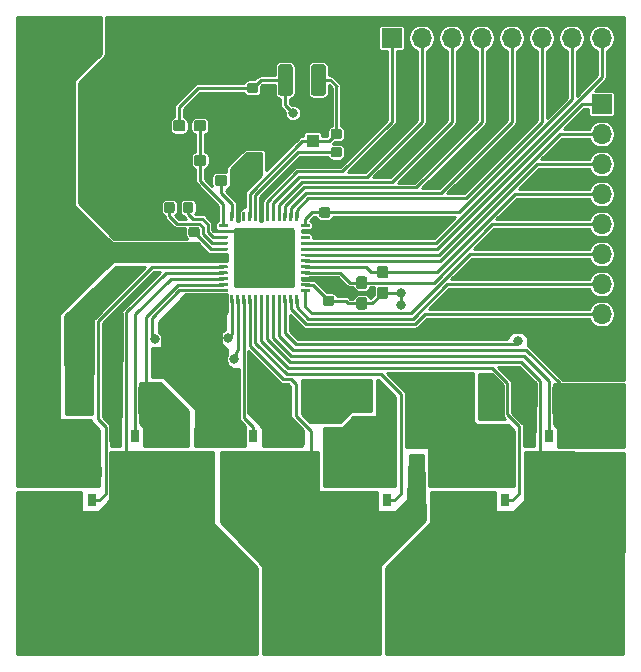
<source format=gbr>
G04 #@! TF.GenerationSoftware,KiCad,Pcbnew,(5.0.2)-1*
G04 #@! TF.CreationDate,2019-09-02T17:49:36+08:00*
G04 #@! TF.ProjectId,actuator,61637475-6174-46f7-922e-6b696361645f,rev?*
G04 #@! TF.SameCoordinates,Original*
G04 #@! TF.FileFunction,Copper,L1,Top*
G04 #@! TF.FilePolarity,Positive*
%FSLAX46Y46*%
G04 Gerber Fmt 4.6, Leading zero omitted, Abs format (unit mm)*
G04 Created by KiCad (PCBNEW (5.0.2)-1) date 9/2/2019 5:49:36 PM*
%MOMM*%
%LPD*%
G01*
G04 APERTURE LIST*
G04 #@! TA.AperFunction,Conductor*
%ADD10C,0.100000*%
G04 #@! TD*
G04 #@! TA.AperFunction,SMDPad,CuDef*
%ADD11C,0.250000*%
G04 #@! TD*
G04 #@! TA.AperFunction,ViaPad*
%ADD12C,0.500000*%
G04 #@! TD*
G04 #@! TA.AperFunction,SMDPad,CuDef*
%ADD13C,5.150000*%
G04 #@! TD*
G04 #@! TA.AperFunction,ComponentPad*
%ADD14C,8.000000*%
G04 #@! TD*
G04 #@! TA.AperFunction,ComponentPad*
%ADD15C,4.000000*%
G04 #@! TD*
G04 #@! TA.AperFunction,SMDPad,CuDef*
%ADD16C,0.875000*%
G04 #@! TD*
G04 #@! TA.AperFunction,SMDPad,CuDef*
%ADD17R,1.100000X1.100000*%
G04 #@! TD*
G04 #@! TA.AperFunction,SMDPad,CuDef*
%ADD18C,0.950000*%
G04 #@! TD*
G04 #@! TA.AperFunction,SMDPad,CuDef*
%ADD19C,1.250000*%
G04 #@! TD*
G04 #@! TA.AperFunction,SMDPad,CuDef*
%ADD20R,0.750000X0.950000*%
G04 #@! TD*
G04 #@! TA.AperFunction,SMDPad,CuDef*
%ADD21R,4.560000X4.055000*%
G04 #@! TD*
G04 #@! TA.AperFunction,SMDPad,CuDef*
%ADD22R,0.990000X0.905000*%
G04 #@! TD*
G04 #@! TA.AperFunction,SMDPad,CuDef*
%ADD23R,0.750000X1.000000*%
G04 #@! TD*
G04 #@! TA.AperFunction,ComponentPad*
%ADD24C,2.100000*%
G04 #@! TD*
G04 #@! TA.AperFunction,ComponentPad*
%ADD25O,2.100000X3.600000*%
G04 #@! TD*
G04 #@! TA.AperFunction,ComponentPad*
%ADD26O,1.700000X1.700000*%
G04 #@! TD*
G04 #@! TA.AperFunction,ComponentPad*
%ADD27R,1.700000X1.700000*%
G04 #@! TD*
G04 #@! TA.AperFunction,ViaPad*
%ADD28C,0.800000*%
G04 #@! TD*
G04 #@! TA.AperFunction,Conductor*
%ADD29C,0.250000*%
G04 #@! TD*
G04 #@! TA.AperFunction,Conductor*
%ADD30C,0.254000*%
G04 #@! TD*
G04 APERTURE END LIST*
D10*
G04 #@! TO.N,Net-(R3-Pad2)*
G04 #@! TO.C,U1*
G36*
X133843950Y-67072836D02*
X133850017Y-67073736D01*
X133855967Y-67075226D01*
X133861742Y-67077293D01*
X133867286Y-67079915D01*
X133872547Y-67083068D01*
X133877474Y-67086722D01*
X133882018Y-67090841D01*
X133886137Y-67095385D01*
X133889791Y-67100312D01*
X133892944Y-67105573D01*
X133895566Y-67111117D01*
X133897633Y-67116892D01*
X133899123Y-67122842D01*
X133900023Y-67128909D01*
X133900324Y-67135035D01*
X133900324Y-67785035D01*
X133900023Y-67791161D01*
X133899123Y-67797228D01*
X133897633Y-67803178D01*
X133895566Y-67808953D01*
X133892944Y-67814497D01*
X133889791Y-67819758D01*
X133886137Y-67824685D01*
X133882018Y-67829229D01*
X133877474Y-67833348D01*
X133872547Y-67837002D01*
X133867286Y-67840155D01*
X133861742Y-67842777D01*
X133855967Y-67844844D01*
X133850017Y-67846334D01*
X133843950Y-67847234D01*
X133837824Y-67847535D01*
X133712824Y-67847535D01*
X133706698Y-67847234D01*
X133700631Y-67846334D01*
X133694681Y-67844844D01*
X133688906Y-67842777D01*
X133683362Y-67840155D01*
X133678101Y-67837002D01*
X133673174Y-67833348D01*
X133668630Y-67829229D01*
X133664511Y-67824685D01*
X133660857Y-67819758D01*
X133657704Y-67814497D01*
X133655082Y-67808953D01*
X133653015Y-67803178D01*
X133651525Y-67797228D01*
X133650625Y-67791161D01*
X133650324Y-67785035D01*
X133650324Y-67135035D01*
X133650625Y-67128909D01*
X133651525Y-67122842D01*
X133653015Y-67116892D01*
X133655082Y-67111117D01*
X133657704Y-67105573D01*
X133660857Y-67100312D01*
X133664511Y-67095385D01*
X133668630Y-67090841D01*
X133673174Y-67086722D01*
X133678101Y-67083068D01*
X133683362Y-67079915D01*
X133688906Y-67077293D01*
X133694681Y-67075226D01*
X133700631Y-67073736D01*
X133706698Y-67072836D01*
X133712824Y-67072535D01*
X133837824Y-67072535D01*
X133843950Y-67072836D01*
X133843950Y-67072836D01*
G37*
D11*
G04 #@! TD*
G04 #@! TO.P,U1,48*
G04 #@! TO.N,Net-(R3-Pad2)*
X133775324Y-67460035D03*
D10*
G04 #@! TO.N,VDRAIN*
G04 #@! TO.C,U1*
G36*
X134343950Y-67072836D02*
X134350017Y-67073736D01*
X134355967Y-67075226D01*
X134361742Y-67077293D01*
X134367286Y-67079915D01*
X134372547Y-67083068D01*
X134377474Y-67086722D01*
X134382018Y-67090841D01*
X134386137Y-67095385D01*
X134389791Y-67100312D01*
X134392944Y-67105573D01*
X134395566Y-67111117D01*
X134397633Y-67116892D01*
X134399123Y-67122842D01*
X134400023Y-67128909D01*
X134400324Y-67135035D01*
X134400324Y-67785035D01*
X134400023Y-67791161D01*
X134399123Y-67797228D01*
X134397633Y-67803178D01*
X134395566Y-67808953D01*
X134392944Y-67814497D01*
X134389791Y-67819758D01*
X134386137Y-67824685D01*
X134382018Y-67829229D01*
X134377474Y-67833348D01*
X134372547Y-67837002D01*
X134367286Y-67840155D01*
X134361742Y-67842777D01*
X134355967Y-67844844D01*
X134350017Y-67846334D01*
X134343950Y-67847234D01*
X134337824Y-67847535D01*
X134212824Y-67847535D01*
X134206698Y-67847234D01*
X134200631Y-67846334D01*
X134194681Y-67844844D01*
X134188906Y-67842777D01*
X134183362Y-67840155D01*
X134178101Y-67837002D01*
X134173174Y-67833348D01*
X134168630Y-67829229D01*
X134164511Y-67824685D01*
X134160857Y-67819758D01*
X134157704Y-67814497D01*
X134155082Y-67808953D01*
X134153015Y-67803178D01*
X134151525Y-67797228D01*
X134150625Y-67791161D01*
X134150324Y-67785035D01*
X134150324Y-67135035D01*
X134150625Y-67128909D01*
X134151525Y-67122842D01*
X134153015Y-67116892D01*
X134155082Y-67111117D01*
X134157704Y-67105573D01*
X134160857Y-67100312D01*
X134164511Y-67095385D01*
X134168630Y-67090841D01*
X134173174Y-67086722D01*
X134178101Y-67083068D01*
X134183362Y-67079915D01*
X134188906Y-67077293D01*
X134194681Y-67075226D01*
X134200631Y-67073736D01*
X134206698Y-67072836D01*
X134212824Y-67072535D01*
X134337824Y-67072535D01*
X134343950Y-67072836D01*
X134343950Y-67072836D01*
G37*
D11*
G04 #@! TD*
G04 #@! TO.P,U1,47*
G04 #@! TO.N,VDRAIN*
X134275324Y-67460035D03*
D10*
G04 #@! TO.N,Net-(U1-Pad46)*
G04 #@! TO.C,U1*
G36*
X134843950Y-67072836D02*
X134850017Y-67073736D01*
X134855967Y-67075226D01*
X134861742Y-67077293D01*
X134867286Y-67079915D01*
X134872547Y-67083068D01*
X134877474Y-67086722D01*
X134882018Y-67090841D01*
X134886137Y-67095385D01*
X134889791Y-67100312D01*
X134892944Y-67105573D01*
X134895566Y-67111117D01*
X134897633Y-67116892D01*
X134899123Y-67122842D01*
X134900023Y-67128909D01*
X134900324Y-67135035D01*
X134900324Y-67785035D01*
X134900023Y-67791161D01*
X134899123Y-67797228D01*
X134897633Y-67803178D01*
X134895566Y-67808953D01*
X134892944Y-67814497D01*
X134889791Y-67819758D01*
X134886137Y-67824685D01*
X134882018Y-67829229D01*
X134877474Y-67833348D01*
X134872547Y-67837002D01*
X134867286Y-67840155D01*
X134861742Y-67842777D01*
X134855967Y-67844844D01*
X134850017Y-67846334D01*
X134843950Y-67847234D01*
X134837824Y-67847535D01*
X134712824Y-67847535D01*
X134706698Y-67847234D01*
X134700631Y-67846334D01*
X134694681Y-67844844D01*
X134688906Y-67842777D01*
X134683362Y-67840155D01*
X134678101Y-67837002D01*
X134673174Y-67833348D01*
X134668630Y-67829229D01*
X134664511Y-67824685D01*
X134660857Y-67819758D01*
X134657704Y-67814497D01*
X134655082Y-67808953D01*
X134653015Y-67803178D01*
X134651525Y-67797228D01*
X134650625Y-67791161D01*
X134650324Y-67785035D01*
X134650324Y-67135035D01*
X134650625Y-67128909D01*
X134651525Y-67122842D01*
X134653015Y-67116892D01*
X134655082Y-67111117D01*
X134657704Y-67105573D01*
X134660857Y-67100312D01*
X134664511Y-67095385D01*
X134668630Y-67090841D01*
X134673174Y-67086722D01*
X134678101Y-67083068D01*
X134683362Y-67079915D01*
X134688906Y-67077293D01*
X134694681Y-67075226D01*
X134700631Y-67073736D01*
X134706698Y-67072836D01*
X134712824Y-67072535D01*
X134837824Y-67072535D01*
X134843950Y-67072836D01*
X134843950Y-67072836D01*
G37*
D11*
G04 #@! TD*
G04 #@! TO.P,U1,46*
G04 #@! TO.N,Net-(U1-Pad46)*
X134775324Y-67460035D03*
D10*
G04 #@! TO.N,Net-(C5-Pad2)*
G04 #@! TO.C,U1*
G36*
X135343950Y-67072837D02*
X135350017Y-67073737D01*
X135355967Y-67075227D01*
X135361742Y-67077294D01*
X135367286Y-67079916D01*
X135372547Y-67083069D01*
X135377474Y-67086723D01*
X135382018Y-67090842D01*
X135386137Y-67095386D01*
X135389791Y-67100313D01*
X135392944Y-67105574D01*
X135395566Y-67111118D01*
X135397633Y-67116893D01*
X135399123Y-67122843D01*
X135400023Y-67128910D01*
X135400324Y-67135036D01*
X135400324Y-67785036D01*
X135400023Y-67791162D01*
X135399123Y-67797229D01*
X135397633Y-67803179D01*
X135395566Y-67808954D01*
X135392944Y-67814498D01*
X135389791Y-67819759D01*
X135386137Y-67824686D01*
X135382018Y-67829230D01*
X135377474Y-67833349D01*
X135372547Y-67837003D01*
X135367286Y-67840156D01*
X135361742Y-67842778D01*
X135355967Y-67844845D01*
X135350017Y-67846335D01*
X135343950Y-67847235D01*
X135337824Y-67847536D01*
X135212824Y-67847536D01*
X135206698Y-67847235D01*
X135200631Y-67846335D01*
X135194681Y-67844845D01*
X135188906Y-67842778D01*
X135183362Y-67840156D01*
X135178101Y-67837003D01*
X135173174Y-67833349D01*
X135168630Y-67829230D01*
X135164511Y-67824686D01*
X135160857Y-67819759D01*
X135157704Y-67814498D01*
X135155082Y-67808954D01*
X135153015Y-67803179D01*
X135151525Y-67797229D01*
X135150625Y-67791162D01*
X135150324Y-67785036D01*
X135150324Y-67135036D01*
X135150625Y-67128910D01*
X135151525Y-67122843D01*
X135153015Y-67116893D01*
X135155082Y-67111118D01*
X135157704Y-67105574D01*
X135160857Y-67100313D01*
X135164511Y-67095386D01*
X135168630Y-67090842D01*
X135173174Y-67086723D01*
X135178101Y-67083069D01*
X135183362Y-67079916D01*
X135188906Y-67077294D01*
X135194681Y-67075227D01*
X135200631Y-67073737D01*
X135206698Y-67072837D01*
X135212824Y-67072536D01*
X135337824Y-67072536D01*
X135343950Y-67072837D01*
X135343950Y-67072837D01*
G37*
D11*
G04 #@! TD*
G04 #@! TO.P,U1,45*
G04 #@! TO.N,Net-(C5-Pad2)*
X135275324Y-67460036D03*
D10*
G04 #@! TO.N,Net-(C5-Pad1)*
G04 #@! TO.C,U1*
G36*
X135843950Y-67072836D02*
X135850017Y-67073736D01*
X135855967Y-67075226D01*
X135861742Y-67077293D01*
X135867286Y-67079915D01*
X135872547Y-67083068D01*
X135877474Y-67086722D01*
X135882018Y-67090841D01*
X135886137Y-67095385D01*
X135889791Y-67100312D01*
X135892944Y-67105573D01*
X135895566Y-67111117D01*
X135897633Y-67116892D01*
X135899123Y-67122842D01*
X135900023Y-67128909D01*
X135900324Y-67135035D01*
X135900324Y-67785035D01*
X135900023Y-67791161D01*
X135899123Y-67797228D01*
X135897633Y-67803178D01*
X135895566Y-67808953D01*
X135892944Y-67814497D01*
X135889791Y-67819758D01*
X135886137Y-67824685D01*
X135882018Y-67829229D01*
X135877474Y-67833348D01*
X135872547Y-67837002D01*
X135867286Y-67840155D01*
X135861742Y-67842777D01*
X135855967Y-67844844D01*
X135850017Y-67846334D01*
X135843950Y-67847234D01*
X135837824Y-67847535D01*
X135712824Y-67847535D01*
X135706698Y-67847234D01*
X135700631Y-67846334D01*
X135694681Y-67844844D01*
X135688906Y-67842777D01*
X135683362Y-67840155D01*
X135678101Y-67837002D01*
X135673174Y-67833348D01*
X135668630Y-67829229D01*
X135664511Y-67824685D01*
X135660857Y-67819758D01*
X135657704Y-67814497D01*
X135655082Y-67808953D01*
X135653015Y-67803178D01*
X135651525Y-67797228D01*
X135650625Y-67791161D01*
X135650324Y-67785035D01*
X135650324Y-67135035D01*
X135650625Y-67128909D01*
X135651525Y-67122842D01*
X135653015Y-67116892D01*
X135655082Y-67111117D01*
X135657704Y-67105573D01*
X135660857Y-67100312D01*
X135664511Y-67095385D01*
X135668630Y-67090841D01*
X135673174Y-67086722D01*
X135678101Y-67083068D01*
X135683362Y-67079915D01*
X135688906Y-67077293D01*
X135694681Y-67075226D01*
X135700631Y-67073736D01*
X135706698Y-67072836D01*
X135712824Y-67072535D01*
X135837824Y-67072535D01*
X135843950Y-67072836D01*
X135843950Y-67072836D01*
G37*
D11*
G04 #@! TD*
G04 #@! TO.P,U1,44*
G04 #@! TO.N,Net-(C5-Pad1)*
X135775324Y-67460035D03*
D10*
G04 #@! TO.N,SNA*
G04 #@! TO.C,U1*
G36*
X136343950Y-67072836D02*
X136350017Y-67073736D01*
X136355967Y-67075226D01*
X136361742Y-67077293D01*
X136367286Y-67079915D01*
X136372547Y-67083068D01*
X136377474Y-67086722D01*
X136382018Y-67090841D01*
X136386137Y-67095385D01*
X136389791Y-67100312D01*
X136392944Y-67105573D01*
X136395566Y-67111117D01*
X136397633Y-67116892D01*
X136399123Y-67122842D01*
X136400023Y-67128909D01*
X136400324Y-67135035D01*
X136400324Y-67785035D01*
X136400023Y-67791161D01*
X136399123Y-67797228D01*
X136397633Y-67803178D01*
X136395566Y-67808953D01*
X136392944Y-67814497D01*
X136389791Y-67819758D01*
X136386137Y-67824685D01*
X136382018Y-67829229D01*
X136377474Y-67833348D01*
X136372547Y-67837002D01*
X136367286Y-67840155D01*
X136361742Y-67842777D01*
X136355967Y-67844844D01*
X136350017Y-67846334D01*
X136343950Y-67847234D01*
X136337824Y-67847535D01*
X136212824Y-67847535D01*
X136206698Y-67847234D01*
X136200631Y-67846334D01*
X136194681Y-67844844D01*
X136188906Y-67842777D01*
X136183362Y-67840155D01*
X136178101Y-67837002D01*
X136173174Y-67833348D01*
X136168630Y-67829229D01*
X136164511Y-67824685D01*
X136160857Y-67819758D01*
X136157704Y-67814497D01*
X136155082Y-67808953D01*
X136153015Y-67803178D01*
X136151525Y-67797228D01*
X136150625Y-67791161D01*
X136150324Y-67785035D01*
X136150324Y-67135035D01*
X136150625Y-67128909D01*
X136151525Y-67122842D01*
X136153015Y-67116892D01*
X136155082Y-67111117D01*
X136157704Y-67105573D01*
X136160857Y-67100312D01*
X136164511Y-67095385D01*
X136168630Y-67090841D01*
X136173174Y-67086722D01*
X136178101Y-67083068D01*
X136183362Y-67079915D01*
X136188906Y-67077293D01*
X136194681Y-67075226D01*
X136200631Y-67073736D01*
X136206698Y-67072836D01*
X136212824Y-67072535D01*
X136337824Y-67072535D01*
X136343950Y-67072836D01*
X136343950Y-67072836D01*
G37*
D11*
G04 #@! TD*
G04 #@! TO.P,U1,43*
G04 #@! TO.N,SNA*
X136275324Y-67460035D03*
D10*
G04 #@! TO.N,INLC*
G04 #@! TO.C,U1*
G36*
X136843950Y-67072836D02*
X136850017Y-67073736D01*
X136855967Y-67075226D01*
X136861742Y-67077293D01*
X136867286Y-67079915D01*
X136872547Y-67083068D01*
X136877474Y-67086722D01*
X136882018Y-67090841D01*
X136886137Y-67095385D01*
X136889791Y-67100312D01*
X136892944Y-67105573D01*
X136895566Y-67111117D01*
X136897633Y-67116892D01*
X136899123Y-67122842D01*
X136900023Y-67128909D01*
X136900324Y-67135035D01*
X136900324Y-67785035D01*
X136900023Y-67791161D01*
X136899123Y-67797228D01*
X136897633Y-67803178D01*
X136895566Y-67808953D01*
X136892944Y-67814497D01*
X136889791Y-67819758D01*
X136886137Y-67824685D01*
X136882018Y-67829229D01*
X136877474Y-67833348D01*
X136872547Y-67837002D01*
X136867286Y-67840155D01*
X136861742Y-67842777D01*
X136855967Y-67844844D01*
X136850017Y-67846334D01*
X136843950Y-67847234D01*
X136837824Y-67847535D01*
X136712824Y-67847535D01*
X136706698Y-67847234D01*
X136700631Y-67846334D01*
X136694681Y-67844844D01*
X136688906Y-67842777D01*
X136683362Y-67840155D01*
X136678101Y-67837002D01*
X136673174Y-67833348D01*
X136668630Y-67829229D01*
X136664511Y-67824685D01*
X136660857Y-67819758D01*
X136657704Y-67814497D01*
X136655082Y-67808953D01*
X136653015Y-67803178D01*
X136651525Y-67797228D01*
X136650625Y-67791161D01*
X136650324Y-67785035D01*
X136650324Y-67135035D01*
X136650625Y-67128909D01*
X136651525Y-67122842D01*
X136653015Y-67116892D01*
X136655082Y-67111117D01*
X136657704Y-67105573D01*
X136660857Y-67100312D01*
X136664511Y-67095385D01*
X136668630Y-67090841D01*
X136673174Y-67086722D01*
X136678101Y-67083068D01*
X136683362Y-67079915D01*
X136688906Y-67077293D01*
X136694681Y-67075226D01*
X136700631Y-67073736D01*
X136706698Y-67072836D01*
X136712824Y-67072535D01*
X136837824Y-67072535D01*
X136843950Y-67072836D01*
X136843950Y-67072836D01*
G37*
D11*
G04 #@! TD*
G04 #@! TO.P,U1,42*
G04 #@! TO.N,INLC*
X136775324Y-67460035D03*
D10*
G04 #@! TO.N,INHC*
G04 #@! TO.C,U1*
G36*
X137343950Y-67072836D02*
X137350017Y-67073736D01*
X137355967Y-67075226D01*
X137361742Y-67077293D01*
X137367286Y-67079915D01*
X137372547Y-67083068D01*
X137377474Y-67086722D01*
X137382018Y-67090841D01*
X137386137Y-67095385D01*
X137389791Y-67100312D01*
X137392944Y-67105573D01*
X137395566Y-67111117D01*
X137397633Y-67116892D01*
X137399123Y-67122842D01*
X137400023Y-67128909D01*
X137400324Y-67135035D01*
X137400324Y-67785035D01*
X137400023Y-67791161D01*
X137399123Y-67797228D01*
X137397633Y-67803178D01*
X137395566Y-67808953D01*
X137392944Y-67814497D01*
X137389791Y-67819758D01*
X137386137Y-67824685D01*
X137382018Y-67829229D01*
X137377474Y-67833348D01*
X137372547Y-67837002D01*
X137367286Y-67840155D01*
X137361742Y-67842777D01*
X137355967Y-67844844D01*
X137350017Y-67846334D01*
X137343950Y-67847234D01*
X137337824Y-67847535D01*
X137212824Y-67847535D01*
X137206698Y-67847234D01*
X137200631Y-67846334D01*
X137194681Y-67844844D01*
X137188906Y-67842777D01*
X137183362Y-67840155D01*
X137178101Y-67837002D01*
X137173174Y-67833348D01*
X137168630Y-67829229D01*
X137164511Y-67824685D01*
X137160857Y-67819758D01*
X137157704Y-67814497D01*
X137155082Y-67808953D01*
X137153015Y-67803178D01*
X137151525Y-67797228D01*
X137150625Y-67791161D01*
X137150324Y-67785035D01*
X137150324Y-67135035D01*
X137150625Y-67128909D01*
X137151525Y-67122842D01*
X137153015Y-67116892D01*
X137155082Y-67111117D01*
X137157704Y-67105573D01*
X137160857Y-67100312D01*
X137164511Y-67095385D01*
X137168630Y-67090841D01*
X137173174Y-67086722D01*
X137178101Y-67083068D01*
X137183362Y-67079915D01*
X137188906Y-67077293D01*
X137194681Y-67075226D01*
X137200631Y-67073736D01*
X137206698Y-67072836D01*
X137212824Y-67072535D01*
X137337824Y-67072535D01*
X137343950Y-67072836D01*
X137343950Y-67072836D01*
G37*
D11*
G04 #@! TD*
G04 #@! TO.P,U1,41*
G04 #@! TO.N,INHC*
X137275324Y-67460035D03*
D10*
G04 #@! TO.N,INLB*
G04 #@! TO.C,U1*
G36*
X137843950Y-67072837D02*
X137850017Y-67073737D01*
X137855967Y-67075227D01*
X137861742Y-67077294D01*
X137867286Y-67079916D01*
X137872547Y-67083069D01*
X137877474Y-67086723D01*
X137882018Y-67090842D01*
X137886137Y-67095386D01*
X137889791Y-67100313D01*
X137892944Y-67105574D01*
X137895566Y-67111118D01*
X137897633Y-67116893D01*
X137899123Y-67122843D01*
X137900023Y-67128910D01*
X137900324Y-67135036D01*
X137900324Y-67785036D01*
X137900023Y-67791162D01*
X137899123Y-67797229D01*
X137897633Y-67803179D01*
X137895566Y-67808954D01*
X137892944Y-67814498D01*
X137889791Y-67819759D01*
X137886137Y-67824686D01*
X137882018Y-67829230D01*
X137877474Y-67833349D01*
X137872547Y-67837003D01*
X137867286Y-67840156D01*
X137861742Y-67842778D01*
X137855967Y-67844845D01*
X137850017Y-67846335D01*
X137843950Y-67847235D01*
X137837824Y-67847536D01*
X137712824Y-67847536D01*
X137706698Y-67847235D01*
X137700631Y-67846335D01*
X137694681Y-67844845D01*
X137688906Y-67842778D01*
X137683362Y-67840156D01*
X137678101Y-67837003D01*
X137673174Y-67833349D01*
X137668630Y-67829230D01*
X137664511Y-67824686D01*
X137660857Y-67819759D01*
X137657704Y-67814498D01*
X137655082Y-67808954D01*
X137653015Y-67803179D01*
X137651525Y-67797229D01*
X137650625Y-67791162D01*
X137650324Y-67785036D01*
X137650324Y-67135036D01*
X137650625Y-67128910D01*
X137651525Y-67122843D01*
X137653015Y-67116893D01*
X137655082Y-67111118D01*
X137657704Y-67105574D01*
X137660857Y-67100313D01*
X137664511Y-67095386D01*
X137668630Y-67090842D01*
X137673174Y-67086723D01*
X137678101Y-67083069D01*
X137683362Y-67079916D01*
X137688906Y-67077294D01*
X137694681Y-67075227D01*
X137700631Y-67073737D01*
X137706698Y-67072837D01*
X137712824Y-67072536D01*
X137837824Y-67072536D01*
X137843950Y-67072837D01*
X137843950Y-67072837D01*
G37*
D11*
G04 #@! TD*
G04 #@! TO.P,U1,40*
G04 #@! TO.N,INLB*
X137775324Y-67460036D03*
D10*
G04 #@! TO.N,INHB*
G04 #@! TO.C,U1*
G36*
X138343950Y-67072836D02*
X138350017Y-67073736D01*
X138355967Y-67075226D01*
X138361742Y-67077293D01*
X138367286Y-67079915D01*
X138372547Y-67083068D01*
X138377474Y-67086722D01*
X138382018Y-67090841D01*
X138386137Y-67095385D01*
X138389791Y-67100312D01*
X138392944Y-67105573D01*
X138395566Y-67111117D01*
X138397633Y-67116892D01*
X138399123Y-67122842D01*
X138400023Y-67128909D01*
X138400324Y-67135035D01*
X138400324Y-67785035D01*
X138400023Y-67791161D01*
X138399123Y-67797228D01*
X138397633Y-67803178D01*
X138395566Y-67808953D01*
X138392944Y-67814497D01*
X138389791Y-67819758D01*
X138386137Y-67824685D01*
X138382018Y-67829229D01*
X138377474Y-67833348D01*
X138372547Y-67837002D01*
X138367286Y-67840155D01*
X138361742Y-67842777D01*
X138355967Y-67844844D01*
X138350017Y-67846334D01*
X138343950Y-67847234D01*
X138337824Y-67847535D01*
X138212824Y-67847535D01*
X138206698Y-67847234D01*
X138200631Y-67846334D01*
X138194681Y-67844844D01*
X138188906Y-67842777D01*
X138183362Y-67840155D01*
X138178101Y-67837002D01*
X138173174Y-67833348D01*
X138168630Y-67829229D01*
X138164511Y-67824685D01*
X138160857Y-67819758D01*
X138157704Y-67814497D01*
X138155082Y-67808953D01*
X138153015Y-67803178D01*
X138151525Y-67797228D01*
X138150625Y-67791161D01*
X138150324Y-67785035D01*
X138150324Y-67135035D01*
X138150625Y-67128909D01*
X138151525Y-67122842D01*
X138153015Y-67116892D01*
X138155082Y-67111117D01*
X138157704Y-67105573D01*
X138160857Y-67100312D01*
X138164511Y-67095385D01*
X138168630Y-67090841D01*
X138173174Y-67086722D01*
X138178101Y-67083068D01*
X138183362Y-67079915D01*
X138188906Y-67077293D01*
X138194681Y-67075226D01*
X138200631Y-67073736D01*
X138206698Y-67072836D01*
X138212824Y-67072535D01*
X138337824Y-67072535D01*
X138343950Y-67072836D01*
X138343950Y-67072836D01*
G37*
D11*
G04 #@! TD*
G04 #@! TO.P,U1,39*
G04 #@! TO.N,INHB*
X138275324Y-67460035D03*
D10*
G04 #@! TO.N,INLA*
G04 #@! TO.C,U1*
G36*
X138843950Y-67072836D02*
X138850017Y-67073736D01*
X138855967Y-67075226D01*
X138861742Y-67077293D01*
X138867286Y-67079915D01*
X138872547Y-67083068D01*
X138877474Y-67086722D01*
X138882018Y-67090841D01*
X138886137Y-67095385D01*
X138889791Y-67100312D01*
X138892944Y-67105573D01*
X138895566Y-67111117D01*
X138897633Y-67116892D01*
X138899123Y-67122842D01*
X138900023Y-67128909D01*
X138900324Y-67135035D01*
X138900324Y-67785035D01*
X138900023Y-67791161D01*
X138899123Y-67797228D01*
X138897633Y-67803178D01*
X138895566Y-67808953D01*
X138892944Y-67814497D01*
X138889791Y-67819758D01*
X138886137Y-67824685D01*
X138882018Y-67829229D01*
X138877474Y-67833348D01*
X138872547Y-67837002D01*
X138867286Y-67840155D01*
X138861742Y-67842777D01*
X138855967Y-67844844D01*
X138850017Y-67846334D01*
X138843950Y-67847234D01*
X138837824Y-67847535D01*
X138712824Y-67847535D01*
X138706698Y-67847234D01*
X138700631Y-67846334D01*
X138694681Y-67844844D01*
X138688906Y-67842777D01*
X138683362Y-67840155D01*
X138678101Y-67837002D01*
X138673174Y-67833348D01*
X138668630Y-67829229D01*
X138664511Y-67824685D01*
X138660857Y-67819758D01*
X138657704Y-67814497D01*
X138655082Y-67808953D01*
X138653015Y-67803178D01*
X138651525Y-67797228D01*
X138650625Y-67791161D01*
X138650324Y-67785035D01*
X138650324Y-67135035D01*
X138650625Y-67128909D01*
X138651525Y-67122842D01*
X138653015Y-67116892D01*
X138655082Y-67111117D01*
X138657704Y-67105573D01*
X138660857Y-67100312D01*
X138664511Y-67095385D01*
X138668630Y-67090841D01*
X138673174Y-67086722D01*
X138678101Y-67083068D01*
X138683362Y-67079915D01*
X138688906Y-67077293D01*
X138694681Y-67075226D01*
X138700631Y-67073736D01*
X138706698Y-67072836D01*
X138712824Y-67072535D01*
X138837824Y-67072535D01*
X138843950Y-67072836D01*
X138843950Y-67072836D01*
G37*
D11*
G04 #@! TD*
G04 #@! TO.P,U1,38*
G04 #@! TO.N,INLA*
X138775324Y-67460035D03*
D10*
G04 #@! TO.N,INHA*
G04 #@! TO.C,U1*
G36*
X139343950Y-67072836D02*
X139350017Y-67073736D01*
X139355967Y-67075226D01*
X139361742Y-67077293D01*
X139367286Y-67079915D01*
X139372547Y-67083068D01*
X139377474Y-67086722D01*
X139382018Y-67090841D01*
X139386137Y-67095385D01*
X139389791Y-67100312D01*
X139392944Y-67105573D01*
X139395566Y-67111117D01*
X139397633Y-67116892D01*
X139399123Y-67122842D01*
X139400023Y-67128909D01*
X139400324Y-67135035D01*
X139400324Y-67785035D01*
X139400023Y-67791161D01*
X139399123Y-67797228D01*
X139397633Y-67803178D01*
X139395566Y-67808953D01*
X139392944Y-67814497D01*
X139389791Y-67819758D01*
X139386137Y-67824685D01*
X139382018Y-67829229D01*
X139377474Y-67833348D01*
X139372547Y-67837002D01*
X139367286Y-67840155D01*
X139361742Y-67842777D01*
X139355967Y-67844844D01*
X139350017Y-67846334D01*
X139343950Y-67847234D01*
X139337824Y-67847535D01*
X139212824Y-67847535D01*
X139206698Y-67847234D01*
X139200631Y-67846334D01*
X139194681Y-67844844D01*
X139188906Y-67842777D01*
X139183362Y-67840155D01*
X139178101Y-67837002D01*
X139173174Y-67833348D01*
X139168630Y-67829229D01*
X139164511Y-67824685D01*
X139160857Y-67819758D01*
X139157704Y-67814497D01*
X139155082Y-67808953D01*
X139153015Y-67803178D01*
X139151525Y-67797228D01*
X139150625Y-67791161D01*
X139150324Y-67785035D01*
X139150324Y-67135035D01*
X139150625Y-67128909D01*
X139151525Y-67122842D01*
X139153015Y-67116892D01*
X139155082Y-67111117D01*
X139157704Y-67105573D01*
X139160857Y-67100312D01*
X139164511Y-67095385D01*
X139168630Y-67090841D01*
X139173174Y-67086722D01*
X139178101Y-67083068D01*
X139183362Y-67079915D01*
X139188906Y-67077293D01*
X139194681Y-67075226D01*
X139200631Y-67073736D01*
X139206698Y-67072836D01*
X139212824Y-67072535D01*
X139337824Y-67072535D01*
X139343950Y-67072836D01*
X139343950Y-67072836D01*
G37*
D11*
G04 #@! TD*
G04 #@! TO.P,U1,37*
G04 #@! TO.N,INHA*
X139275324Y-67460035D03*
D10*
G04 #@! TO.N,DVDD*
G04 #@! TO.C,U1*
G36*
X140343950Y-68072836D02*
X140350017Y-68073736D01*
X140355967Y-68075226D01*
X140361742Y-68077293D01*
X140367286Y-68079915D01*
X140372547Y-68083068D01*
X140377474Y-68086722D01*
X140382018Y-68090841D01*
X140386137Y-68095385D01*
X140389791Y-68100312D01*
X140392944Y-68105573D01*
X140395566Y-68111117D01*
X140397633Y-68116892D01*
X140399123Y-68122842D01*
X140400023Y-68128909D01*
X140400324Y-68135035D01*
X140400324Y-68260035D01*
X140400023Y-68266161D01*
X140399123Y-68272228D01*
X140397633Y-68278178D01*
X140395566Y-68283953D01*
X140392944Y-68289497D01*
X140389791Y-68294758D01*
X140386137Y-68299685D01*
X140382018Y-68304229D01*
X140377474Y-68308348D01*
X140372547Y-68312002D01*
X140367286Y-68315155D01*
X140361742Y-68317777D01*
X140355967Y-68319844D01*
X140350017Y-68321334D01*
X140343950Y-68322234D01*
X140337824Y-68322535D01*
X139687824Y-68322535D01*
X139681698Y-68322234D01*
X139675631Y-68321334D01*
X139669681Y-68319844D01*
X139663906Y-68317777D01*
X139658362Y-68315155D01*
X139653101Y-68312002D01*
X139648174Y-68308348D01*
X139643630Y-68304229D01*
X139639511Y-68299685D01*
X139635857Y-68294758D01*
X139632704Y-68289497D01*
X139630082Y-68283953D01*
X139628015Y-68278178D01*
X139626525Y-68272228D01*
X139625625Y-68266161D01*
X139625324Y-68260035D01*
X139625324Y-68135035D01*
X139625625Y-68128909D01*
X139626525Y-68122842D01*
X139628015Y-68116892D01*
X139630082Y-68111117D01*
X139632704Y-68105573D01*
X139635857Y-68100312D01*
X139639511Y-68095385D01*
X139643630Y-68090841D01*
X139648174Y-68086722D01*
X139653101Y-68083068D01*
X139658362Y-68079915D01*
X139663906Y-68077293D01*
X139669681Y-68075226D01*
X139675631Y-68073736D01*
X139681698Y-68072836D01*
X139687824Y-68072535D01*
X140337824Y-68072535D01*
X140343950Y-68072836D01*
X140343950Y-68072836D01*
G37*
D11*
G04 #@! TD*
G04 #@! TO.P,U1,36*
G04 #@! TO.N,DVDD*
X140012824Y-68197535D03*
D10*
G04 #@! TO.N,SNA*
G04 #@! TO.C,U1*
G36*
X140343950Y-68572836D02*
X140350017Y-68573736D01*
X140355967Y-68575226D01*
X140361742Y-68577293D01*
X140367286Y-68579915D01*
X140372547Y-68583068D01*
X140377474Y-68586722D01*
X140382018Y-68590841D01*
X140386137Y-68595385D01*
X140389791Y-68600312D01*
X140392944Y-68605573D01*
X140395566Y-68611117D01*
X140397633Y-68616892D01*
X140399123Y-68622842D01*
X140400023Y-68628909D01*
X140400324Y-68635035D01*
X140400324Y-68760035D01*
X140400023Y-68766161D01*
X140399123Y-68772228D01*
X140397633Y-68778178D01*
X140395566Y-68783953D01*
X140392944Y-68789497D01*
X140389791Y-68794758D01*
X140386137Y-68799685D01*
X140382018Y-68804229D01*
X140377474Y-68808348D01*
X140372547Y-68812002D01*
X140367286Y-68815155D01*
X140361742Y-68817777D01*
X140355967Y-68819844D01*
X140350017Y-68821334D01*
X140343950Y-68822234D01*
X140337824Y-68822535D01*
X139687824Y-68822535D01*
X139681698Y-68822234D01*
X139675631Y-68821334D01*
X139669681Y-68819844D01*
X139663906Y-68817777D01*
X139658362Y-68815155D01*
X139653101Y-68812002D01*
X139648174Y-68808348D01*
X139643630Y-68804229D01*
X139639511Y-68799685D01*
X139635857Y-68794758D01*
X139632704Y-68789497D01*
X139630082Y-68783953D01*
X139628015Y-68778178D01*
X139626525Y-68772228D01*
X139625625Y-68766161D01*
X139625324Y-68760035D01*
X139625324Y-68635035D01*
X139625625Y-68628909D01*
X139626525Y-68622842D01*
X139628015Y-68616892D01*
X139630082Y-68611117D01*
X139632704Y-68605573D01*
X139635857Y-68600312D01*
X139639511Y-68595385D01*
X139643630Y-68590841D01*
X139648174Y-68586722D01*
X139653101Y-68583068D01*
X139658362Y-68579915D01*
X139663906Y-68577293D01*
X139669681Y-68575226D01*
X139675631Y-68573736D01*
X139681698Y-68572836D01*
X139687824Y-68572535D01*
X140337824Y-68572535D01*
X140343950Y-68572836D01*
X140343950Y-68572836D01*
G37*
D11*
G04 #@! TD*
G04 #@! TO.P,U1,35*
G04 #@! TO.N,SNA*
X140012824Y-68697535D03*
D10*
G04 #@! TO.N,CAL*
G04 #@! TO.C,U1*
G36*
X140343950Y-69072836D02*
X140350017Y-69073736D01*
X140355967Y-69075226D01*
X140361742Y-69077293D01*
X140367286Y-69079915D01*
X140372547Y-69083068D01*
X140377474Y-69086722D01*
X140382018Y-69090841D01*
X140386137Y-69095385D01*
X140389791Y-69100312D01*
X140392944Y-69105573D01*
X140395566Y-69111117D01*
X140397633Y-69116892D01*
X140399123Y-69122842D01*
X140400023Y-69128909D01*
X140400324Y-69135035D01*
X140400324Y-69260035D01*
X140400023Y-69266161D01*
X140399123Y-69272228D01*
X140397633Y-69278178D01*
X140395566Y-69283953D01*
X140392944Y-69289497D01*
X140389791Y-69294758D01*
X140386137Y-69299685D01*
X140382018Y-69304229D01*
X140377474Y-69308348D01*
X140372547Y-69312002D01*
X140367286Y-69315155D01*
X140361742Y-69317777D01*
X140355967Y-69319844D01*
X140350017Y-69321334D01*
X140343950Y-69322234D01*
X140337824Y-69322535D01*
X139687824Y-69322535D01*
X139681698Y-69322234D01*
X139675631Y-69321334D01*
X139669681Y-69319844D01*
X139663906Y-69317777D01*
X139658362Y-69315155D01*
X139653101Y-69312002D01*
X139648174Y-69308348D01*
X139643630Y-69304229D01*
X139639511Y-69299685D01*
X139635857Y-69294758D01*
X139632704Y-69289497D01*
X139630082Y-69283953D01*
X139628015Y-69278178D01*
X139626525Y-69272228D01*
X139625625Y-69266161D01*
X139625324Y-69260035D01*
X139625324Y-69135035D01*
X139625625Y-69128909D01*
X139626525Y-69122842D01*
X139628015Y-69116892D01*
X139630082Y-69111117D01*
X139632704Y-69105573D01*
X139635857Y-69100312D01*
X139639511Y-69095385D01*
X139643630Y-69090841D01*
X139648174Y-69086722D01*
X139653101Y-69083068D01*
X139658362Y-69079915D01*
X139663906Y-69077293D01*
X139669681Y-69075226D01*
X139675631Y-69073736D01*
X139681698Y-69072836D01*
X139687824Y-69072535D01*
X140337824Y-69072535D01*
X140343950Y-69072836D01*
X140343950Y-69072836D01*
G37*
D11*
G04 #@! TD*
G04 #@! TO.P,U1,34*
G04 #@! TO.N,CAL*
X140012824Y-69197535D03*
D10*
G04 #@! TO.N,ENABLE*
G04 #@! TO.C,U1*
G36*
X140343949Y-69572836D02*
X140350016Y-69573736D01*
X140355966Y-69575226D01*
X140361741Y-69577293D01*
X140367285Y-69579915D01*
X140372546Y-69583068D01*
X140377473Y-69586722D01*
X140382017Y-69590841D01*
X140386136Y-69595385D01*
X140389790Y-69600312D01*
X140392943Y-69605573D01*
X140395565Y-69611117D01*
X140397632Y-69616892D01*
X140399122Y-69622842D01*
X140400022Y-69628909D01*
X140400323Y-69635035D01*
X140400323Y-69760035D01*
X140400022Y-69766161D01*
X140399122Y-69772228D01*
X140397632Y-69778178D01*
X140395565Y-69783953D01*
X140392943Y-69789497D01*
X140389790Y-69794758D01*
X140386136Y-69799685D01*
X140382017Y-69804229D01*
X140377473Y-69808348D01*
X140372546Y-69812002D01*
X140367285Y-69815155D01*
X140361741Y-69817777D01*
X140355966Y-69819844D01*
X140350016Y-69821334D01*
X140343949Y-69822234D01*
X140337823Y-69822535D01*
X139687823Y-69822535D01*
X139681697Y-69822234D01*
X139675630Y-69821334D01*
X139669680Y-69819844D01*
X139663905Y-69817777D01*
X139658361Y-69815155D01*
X139653100Y-69812002D01*
X139648173Y-69808348D01*
X139643629Y-69804229D01*
X139639510Y-69799685D01*
X139635856Y-69794758D01*
X139632703Y-69789497D01*
X139630081Y-69783953D01*
X139628014Y-69778178D01*
X139626524Y-69772228D01*
X139625624Y-69766161D01*
X139625323Y-69760035D01*
X139625323Y-69635035D01*
X139625624Y-69628909D01*
X139626524Y-69622842D01*
X139628014Y-69616892D01*
X139630081Y-69611117D01*
X139632703Y-69605573D01*
X139635856Y-69600312D01*
X139639510Y-69595385D01*
X139643629Y-69590841D01*
X139648173Y-69586722D01*
X139653100Y-69583068D01*
X139658361Y-69579915D01*
X139663905Y-69577293D01*
X139669680Y-69575226D01*
X139675630Y-69573736D01*
X139681697Y-69572836D01*
X139687823Y-69572535D01*
X140337823Y-69572535D01*
X140343949Y-69572836D01*
X140343949Y-69572836D01*
G37*
D11*
G04 #@! TD*
G04 #@! TO.P,U1,33*
G04 #@! TO.N,ENABLE*
X140012823Y-69697535D03*
D10*
G04 #@! TO.N,nSCS*
G04 #@! TO.C,U1*
G36*
X140343950Y-70072836D02*
X140350017Y-70073736D01*
X140355967Y-70075226D01*
X140361742Y-70077293D01*
X140367286Y-70079915D01*
X140372547Y-70083068D01*
X140377474Y-70086722D01*
X140382018Y-70090841D01*
X140386137Y-70095385D01*
X140389791Y-70100312D01*
X140392944Y-70105573D01*
X140395566Y-70111117D01*
X140397633Y-70116892D01*
X140399123Y-70122842D01*
X140400023Y-70128909D01*
X140400324Y-70135035D01*
X140400324Y-70260035D01*
X140400023Y-70266161D01*
X140399123Y-70272228D01*
X140397633Y-70278178D01*
X140395566Y-70283953D01*
X140392944Y-70289497D01*
X140389791Y-70294758D01*
X140386137Y-70299685D01*
X140382018Y-70304229D01*
X140377474Y-70308348D01*
X140372547Y-70312002D01*
X140367286Y-70315155D01*
X140361742Y-70317777D01*
X140355967Y-70319844D01*
X140350017Y-70321334D01*
X140343950Y-70322234D01*
X140337824Y-70322535D01*
X139687824Y-70322535D01*
X139681698Y-70322234D01*
X139675631Y-70321334D01*
X139669681Y-70319844D01*
X139663906Y-70317777D01*
X139658362Y-70315155D01*
X139653101Y-70312002D01*
X139648174Y-70308348D01*
X139643630Y-70304229D01*
X139639511Y-70299685D01*
X139635857Y-70294758D01*
X139632704Y-70289497D01*
X139630082Y-70283953D01*
X139628015Y-70278178D01*
X139626525Y-70272228D01*
X139625625Y-70266161D01*
X139625324Y-70260035D01*
X139625324Y-70135035D01*
X139625625Y-70128909D01*
X139626525Y-70122842D01*
X139628015Y-70116892D01*
X139630082Y-70111117D01*
X139632704Y-70105573D01*
X139635857Y-70100312D01*
X139639511Y-70095385D01*
X139643630Y-70090841D01*
X139648174Y-70086722D01*
X139653101Y-70083068D01*
X139658362Y-70079915D01*
X139663906Y-70077293D01*
X139669681Y-70075226D01*
X139675631Y-70073736D01*
X139681698Y-70072836D01*
X139687824Y-70072535D01*
X140337824Y-70072535D01*
X140343950Y-70072836D01*
X140343950Y-70072836D01*
G37*
D11*
G04 #@! TD*
G04 #@! TO.P,U1,32*
G04 #@! TO.N,nSCS*
X140012824Y-70197535D03*
D10*
G04 #@! TO.N,SCLK*
G04 #@! TO.C,U1*
G36*
X140343950Y-70572836D02*
X140350017Y-70573736D01*
X140355967Y-70575226D01*
X140361742Y-70577293D01*
X140367286Y-70579915D01*
X140372547Y-70583068D01*
X140377474Y-70586722D01*
X140382018Y-70590841D01*
X140386137Y-70595385D01*
X140389791Y-70600312D01*
X140392944Y-70605573D01*
X140395566Y-70611117D01*
X140397633Y-70616892D01*
X140399123Y-70622842D01*
X140400023Y-70628909D01*
X140400324Y-70635035D01*
X140400324Y-70760035D01*
X140400023Y-70766161D01*
X140399123Y-70772228D01*
X140397633Y-70778178D01*
X140395566Y-70783953D01*
X140392944Y-70789497D01*
X140389791Y-70794758D01*
X140386137Y-70799685D01*
X140382018Y-70804229D01*
X140377474Y-70808348D01*
X140372547Y-70812002D01*
X140367286Y-70815155D01*
X140361742Y-70817777D01*
X140355967Y-70819844D01*
X140350017Y-70821334D01*
X140343950Y-70822234D01*
X140337824Y-70822535D01*
X139687824Y-70822535D01*
X139681698Y-70822234D01*
X139675631Y-70821334D01*
X139669681Y-70819844D01*
X139663906Y-70817777D01*
X139658362Y-70815155D01*
X139653101Y-70812002D01*
X139648174Y-70808348D01*
X139643630Y-70804229D01*
X139639511Y-70799685D01*
X139635857Y-70794758D01*
X139632704Y-70789497D01*
X139630082Y-70783953D01*
X139628015Y-70778178D01*
X139626525Y-70772228D01*
X139625625Y-70766161D01*
X139625324Y-70760035D01*
X139625324Y-70635035D01*
X139625625Y-70628909D01*
X139626525Y-70622842D01*
X139628015Y-70616892D01*
X139630082Y-70611117D01*
X139632704Y-70605573D01*
X139635857Y-70600312D01*
X139639511Y-70595385D01*
X139643630Y-70590841D01*
X139648174Y-70586722D01*
X139653101Y-70583068D01*
X139658362Y-70579915D01*
X139663906Y-70577293D01*
X139669681Y-70575226D01*
X139675631Y-70573736D01*
X139681698Y-70572836D01*
X139687824Y-70572535D01*
X140337824Y-70572535D01*
X140343950Y-70572836D01*
X140343950Y-70572836D01*
G37*
D11*
G04 #@! TD*
G04 #@! TO.P,U1,31*
G04 #@! TO.N,SCLK*
X140012824Y-70697535D03*
D10*
G04 #@! TO.N,SDI*
G04 #@! TO.C,U1*
G36*
X140343950Y-71072836D02*
X140350017Y-71073736D01*
X140355967Y-71075226D01*
X140361742Y-71077293D01*
X140367286Y-71079915D01*
X140372547Y-71083068D01*
X140377474Y-71086722D01*
X140382018Y-71090841D01*
X140386137Y-71095385D01*
X140389791Y-71100312D01*
X140392944Y-71105573D01*
X140395566Y-71111117D01*
X140397633Y-71116892D01*
X140399123Y-71122842D01*
X140400023Y-71128909D01*
X140400324Y-71135035D01*
X140400324Y-71260035D01*
X140400023Y-71266161D01*
X140399123Y-71272228D01*
X140397633Y-71278178D01*
X140395566Y-71283953D01*
X140392944Y-71289497D01*
X140389791Y-71294758D01*
X140386137Y-71299685D01*
X140382018Y-71304229D01*
X140377474Y-71308348D01*
X140372547Y-71312002D01*
X140367286Y-71315155D01*
X140361742Y-71317777D01*
X140355967Y-71319844D01*
X140350017Y-71321334D01*
X140343950Y-71322234D01*
X140337824Y-71322535D01*
X139687824Y-71322535D01*
X139681698Y-71322234D01*
X139675631Y-71321334D01*
X139669681Y-71319844D01*
X139663906Y-71317777D01*
X139658362Y-71315155D01*
X139653101Y-71312002D01*
X139648174Y-71308348D01*
X139643630Y-71304229D01*
X139639511Y-71299685D01*
X139635857Y-71294758D01*
X139632704Y-71289497D01*
X139630082Y-71283953D01*
X139628015Y-71278178D01*
X139626525Y-71272228D01*
X139625625Y-71266161D01*
X139625324Y-71260035D01*
X139625324Y-71135035D01*
X139625625Y-71128909D01*
X139626525Y-71122842D01*
X139628015Y-71116892D01*
X139630082Y-71111117D01*
X139632704Y-71105573D01*
X139635857Y-71100312D01*
X139639511Y-71095385D01*
X139643630Y-71090841D01*
X139648174Y-71086722D01*
X139653101Y-71083068D01*
X139658362Y-71079915D01*
X139663906Y-71077293D01*
X139669681Y-71075226D01*
X139675631Y-71073736D01*
X139681698Y-71072836D01*
X139687824Y-71072535D01*
X140337824Y-71072535D01*
X140343950Y-71072836D01*
X140343950Y-71072836D01*
G37*
D11*
G04 #@! TD*
G04 #@! TO.P,U1,30*
G04 #@! TO.N,SDI*
X140012824Y-71197535D03*
D10*
G04 #@! TO.N,SDO*
G04 #@! TO.C,U1*
G36*
X140343950Y-71572836D02*
X140350017Y-71573736D01*
X140355967Y-71575226D01*
X140361742Y-71577293D01*
X140367286Y-71579915D01*
X140372547Y-71583068D01*
X140377474Y-71586722D01*
X140382018Y-71590841D01*
X140386137Y-71595385D01*
X140389791Y-71600312D01*
X140392944Y-71605573D01*
X140395566Y-71611117D01*
X140397633Y-71616892D01*
X140399123Y-71622842D01*
X140400023Y-71628909D01*
X140400324Y-71635035D01*
X140400324Y-71760035D01*
X140400023Y-71766161D01*
X140399123Y-71772228D01*
X140397633Y-71778178D01*
X140395566Y-71783953D01*
X140392944Y-71789497D01*
X140389791Y-71794758D01*
X140386137Y-71799685D01*
X140382018Y-71804229D01*
X140377474Y-71808348D01*
X140372547Y-71812002D01*
X140367286Y-71815155D01*
X140361742Y-71817777D01*
X140355967Y-71819844D01*
X140350017Y-71821334D01*
X140343950Y-71822234D01*
X140337824Y-71822535D01*
X139687824Y-71822535D01*
X139681698Y-71822234D01*
X139675631Y-71821334D01*
X139669681Y-71819844D01*
X139663906Y-71817777D01*
X139658362Y-71815155D01*
X139653101Y-71812002D01*
X139648174Y-71808348D01*
X139643630Y-71804229D01*
X139639511Y-71799685D01*
X139635857Y-71794758D01*
X139632704Y-71789497D01*
X139630082Y-71783953D01*
X139628015Y-71778178D01*
X139626525Y-71772228D01*
X139625625Y-71766161D01*
X139625324Y-71760035D01*
X139625324Y-71635035D01*
X139625625Y-71628909D01*
X139626525Y-71622842D01*
X139628015Y-71616892D01*
X139630082Y-71611117D01*
X139632704Y-71605573D01*
X139635857Y-71600312D01*
X139639511Y-71595385D01*
X139643630Y-71590841D01*
X139648174Y-71586722D01*
X139653101Y-71583068D01*
X139658362Y-71579915D01*
X139663906Y-71577293D01*
X139669681Y-71575226D01*
X139675631Y-71573736D01*
X139681698Y-71572836D01*
X139687824Y-71572535D01*
X140337824Y-71572535D01*
X140343950Y-71572836D01*
X140343950Y-71572836D01*
G37*
D11*
G04 #@! TD*
G04 #@! TO.P,U1,29*
G04 #@! TO.N,SDO*
X140012824Y-71697535D03*
D10*
G04 #@! TO.N,nFAULT*
G04 #@! TO.C,U1*
G36*
X140343949Y-72072836D02*
X140350016Y-72073736D01*
X140355966Y-72075226D01*
X140361741Y-72077293D01*
X140367285Y-72079915D01*
X140372546Y-72083068D01*
X140377473Y-72086722D01*
X140382017Y-72090841D01*
X140386136Y-72095385D01*
X140389790Y-72100312D01*
X140392943Y-72105573D01*
X140395565Y-72111117D01*
X140397632Y-72116892D01*
X140399122Y-72122842D01*
X140400022Y-72128909D01*
X140400323Y-72135035D01*
X140400323Y-72260035D01*
X140400022Y-72266161D01*
X140399122Y-72272228D01*
X140397632Y-72278178D01*
X140395565Y-72283953D01*
X140392943Y-72289497D01*
X140389790Y-72294758D01*
X140386136Y-72299685D01*
X140382017Y-72304229D01*
X140377473Y-72308348D01*
X140372546Y-72312002D01*
X140367285Y-72315155D01*
X140361741Y-72317777D01*
X140355966Y-72319844D01*
X140350016Y-72321334D01*
X140343949Y-72322234D01*
X140337823Y-72322535D01*
X139687823Y-72322535D01*
X139681697Y-72322234D01*
X139675630Y-72321334D01*
X139669680Y-72319844D01*
X139663905Y-72317777D01*
X139658361Y-72315155D01*
X139653100Y-72312002D01*
X139648173Y-72308348D01*
X139643629Y-72304229D01*
X139639510Y-72299685D01*
X139635856Y-72294758D01*
X139632703Y-72289497D01*
X139630081Y-72283953D01*
X139628014Y-72278178D01*
X139626524Y-72272228D01*
X139625624Y-72266161D01*
X139625323Y-72260035D01*
X139625323Y-72135035D01*
X139625624Y-72128909D01*
X139626524Y-72122842D01*
X139628014Y-72116892D01*
X139630081Y-72111117D01*
X139632703Y-72105573D01*
X139635856Y-72100312D01*
X139639510Y-72095385D01*
X139643629Y-72090841D01*
X139648173Y-72086722D01*
X139653100Y-72083068D01*
X139658361Y-72079915D01*
X139663905Y-72077293D01*
X139669680Y-72075226D01*
X139675630Y-72073736D01*
X139681697Y-72072836D01*
X139687823Y-72072535D01*
X140337823Y-72072535D01*
X140343949Y-72072836D01*
X140343949Y-72072836D01*
G37*
D11*
G04 #@! TD*
G04 #@! TO.P,U1,28*
G04 #@! TO.N,nFAULT*
X140012823Y-72197535D03*
D10*
G04 #@! TO.N,SNA*
G04 #@! TO.C,U1*
G36*
X140343950Y-72572836D02*
X140350017Y-72573736D01*
X140355967Y-72575226D01*
X140361742Y-72577293D01*
X140367286Y-72579915D01*
X140372547Y-72583068D01*
X140377474Y-72586722D01*
X140382018Y-72590841D01*
X140386137Y-72595385D01*
X140389791Y-72600312D01*
X140392944Y-72605573D01*
X140395566Y-72611117D01*
X140397633Y-72616892D01*
X140399123Y-72622842D01*
X140400023Y-72628909D01*
X140400324Y-72635035D01*
X140400324Y-72760035D01*
X140400023Y-72766161D01*
X140399123Y-72772228D01*
X140397633Y-72778178D01*
X140395566Y-72783953D01*
X140392944Y-72789497D01*
X140389791Y-72794758D01*
X140386137Y-72799685D01*
X140382018Y-72804229D01*
X140377474Y-72808348D01*
X140372547Y-72812002D01*
X140367286Y-72815155D01*
X140361742Y-72817777D01*
X140355967Y-72819844D01*
X140350017Y-72821334D01*
X140343950Y-72822234D01*
X140337824Y-72822535D01*
X139687824Y-72822535D01*
X139681698Y-72822234D01*
X139675631Y-72821334D01*
X139669681Y-72819844D01*
X139663906Y-72817777D01*
X139658362Y-72815155D01*
X139653101Y-72812002D01*
X139648174Y-72808348D01*
X139643630Y-72804229D01*
X139639511Y-72799685D01*
X139635857Y-72794758D01*
X139632704Y-72789497D01*
X139630082Y-72783953D01*
X139628015Y-72778178D01*
X139626525Y-72772228D01*
X139625625Y-72766161D01*
X139625324Y-72760035D01*
X139625324Y-72635035D01*
X139625625Y-72628909D01*
X139626525Y-72622842D01*
X139628015Y-72616892D01*
X139630082Y-72611117D01*
X139632704Y-72605573D01*
X139635857Y-72600312D01*
X139639511Y-72595385D01*
X139643630Y-72590841D01*
X139648174Y-72586722D01*
X139653101Y-72583068D01*
X139658362Y-72579915D01*
X139663906Y-72577293D01*
X139669681Y-72575226D01*
X139675631Y-72573736D01*
X139681698Y-72572836D01*
X139687824Y-72572535D01*
X140337824Y-72572535D01*
X140343950Y-72572836D01*
X140343950Y-72572836D01*
G37*
D11*
G04 #@! TD*
G04 #@! TO.P,U1,27*
G04 #@! TO.N,SNA*
X140012824Y-72697535D03*
D10*
G04 #@! TO.N,VAA*
G04 #@! TO.C,U1*
G36*
X140343950Y-73072836D02*
X140350017Y-73073736D01*
X140355967Y-73075226D01*
X140361742Y-73077293D01*
X140367286Y-73079915D01*
X140372547Y-73083068D01*
X140377474Y-73086722D01*
X140382018Y-73090841D01*
X140386137Y-73095385D01*
X140389791Y-73100312D01*
X140392944Y-73105573D01*
X140395566Y-73111117D01*
X140397633Y-73116892D01*
X140399123Y-73122842D01*
X140400023Y-73128909D01*
X140400324Y-73135035D01*
X140400324Y-73260035D01*
X140400023Y-73266161D01*
X140399123Y-73272228D01*
X140397633Y-73278178D01*
X140395566Y-73283953D01*
X140392944Y-73289497D01*
X140389791Y-73294758D01*
X140386137Y-73299685D01*
X140382018Y-73304229D01*
X140377474Y-73308348D01*
X140372547Y-73312002D01*
X140367286Y-73315155D01*
X140361742Y-73317777D01*
X140355967Y-73319844D01*
X140350017Y-73321334D01*
X140343950Y-73322234D01*
X140337824Y-73322535D01*
X139687824Y-73322535D01*
X139681698Y-73322234D01*
X139675631Y-73321334D01*
X139669681Y-73319844D01*
X139663906Y-73317777D01*
X139658362Y-73315155D01*
X139653101Y-73312002D01*
X139648174Y-73308348D01*
X139643630Y-73304229D01*
X139639511Y-73299685D01*
X139635857Y-73294758D01*
X139632704Y-73289497D01*
X139630082Y-73283953D01*
X139628015Y-73278178D01*
X139626525Y-73272228D01*
X139625625Y-73266161D01*
X139625324Y-73260035D01*
X139625324Y-73135035D01*
X139625625Y-73128909D01*
X139626525Y-73122842D01*
X139628015Y-73116892D01*
X139630082Y-73111117D01*
X139632704Y-73105573D01*
X139635857Y-73100312D01*
X139639511Y-73095385D01*
X139643630Y-73090841D01*
X139648174Y-73086722D01*
X139653101Y-73083068D01*
X139658362Y-73079915D01*
X139663906Y-73077293D01*
X139669681Y-73075226D01*
X139675631Y-73073736D01*
X139681698Y-73072836D01*
X139687824Y-73072535D01*
X140337824Y-73072535D01*
X140343950Y-73072836D01*
X140343950Y-73072836D01*
G37*
D11*
G04 #@! TD*
G04 #@! TO.P,U1,26*
G04 #@! TO.N,VAA*
X140012824Y-73197535D03*
D10*
G04 #@! TO.N,SOA*
G04 #@! TO.C,U1*
G36*
X140343950Y-73572836D02*
X140350017Y-73573736D01*
X140355967Y-73575226D01*
X140361742Y-73577293D01*
X140367286Y-73579915D01*
X140372547Y-73583068D01*
X140377474Y-73586722D01*
X140382018Y-73590841D01*
X140386137Y-73595385D01*
X140389791Y-73600312D01*
X140392944Y-73605573D01*
X140395566Y-73611117D01*
X140397633Y-73616892D01*
X140399123Y-73622842D01*
X140400023Y-73628909D01*
X140400324Y-73635035D01*
X140400324Y-73760035D01*
X140400023Y-73766161D01*
X140399123Y-73772228D01*
X140397633Y-73778178D01*
X140395566Y-73783953D01*
X140392944Y-73789497D01*
X140389791Y-73794758D01*
X140386137Y-73799685D01*
X140382018Y-73804229D01*
X140377474Y-73808348D01*
X140372547Y-73812002D01*
X140367286Y-73815155D01*
X140361742Y-73817777D01*
X140355967Y-73819844D01*
X140350017Y-73821334D01*
X140343950Y-73822234D01*
X140337824Y-73822535D01*
X139687824Y-73822535D01*
X139681698Y-73822234D01*
X139675631Y-73821334D01*
X139669681Y-73819844D01*
X139663906Y-73817777D01*
X139658362Y-73815155D01*
X139653101Y-73812002D01*
X139648174Y-73808348D01*
X139643630Y-73804229D01*
X139639511Y-73799685D01*
X139635857Y-73794758D01*
X139632704Y-73789497D01*
X139630082Y-73783953D01*
X139628015Y-73778178D01*
X139626525Y-73772228D01*
X139625625Y-73766161D01*
X139625324Y-73760035D01*
X139625324Y-73635035D01*
X139625625Y-73628909D01*
X139626525Y-73622842D01*
X139628015Y-73616892D01*
X139630082Y-73611117D01*
X139632704Y-73605573D01*
X139635857Y-73600312D01*
X139639511Y-73595385D01*
X139643630Y-73590841D01*
X139648174Y-73586722D01*
X139653101Y-73583068D01*
X139658362Y-73579915D01*
X139663906Y-73577293D01*
X139669681Y-73575226D01*
X139675631Y-73573736D01*
X139681698Y-73572836D01*
X139687824Y-73572535D01*
X140337824Y-73572535D01*
X140343950Y-73572836D01*
X140343950Y-73572836D01*
G37*
D11*
G04 #@! TD*
G04 #@! TO.P,U1,25*
G04 #@! TO.N,SOA*
X140012824Y-73697535D03*
D10*
G04 #@! TO.N,SOB*
G04 #@! TO.C,U1*
G36*
X139343950Y-74047836D02*
X139350017Y-74048736D01*
X139355967Y-74050226D01*
X139361742Y-74052293D01*
X139367286Y-74054915D01*
X139372547Y-74058068D01*
X139377474Y-74061722D01*
X139382018Y-74065841D01*
X139386137Y-74070385D01*
X139389791Y-74075312D01*
X139392944Y-74080573D01*
X139395566Y-74086117D01*
X139397633Y-74091892D01*
X139399123Y-74097842D01*
X139400023Y-74103909D01*
X139400324Y-74110035D01*
X139400324Y-74760035D01*
X139400023Y-74766161D01*
X139399123Y-74772228D01*
X139397633Y-74778178D01*
X139395566Y-74783953D01*
X139392944Y-74789497D01*
X139389791Y-74794758D01*
X139386137Y-74799685D01*
X139382018Y-74804229D01*
X139377474Y-74808348D01*
X139372547Y-74812002D01*
X139367286Y-74815155D01*
X139361742Y-74817777D01*
X139355967Y-74819844D01*
X139350017Y-74821334D01*
X139343950Y-74822234D01*
X139337824Y-74822535D01*
X139212824Y-74822535D01*
X139206698Y-74822234D01*
X139200631Y-74821334D01*
X139194681Y-74819844D01*
X139188906Y-74817777D01*
X139183362Y-74815155D01*
X139178101Y-74812002D01*
X139173174Y-74808348D01*
X139168630Y-74804229D01*
X139164511Y-74799685D01*
X139160857Y-74794758D01*
X139157704Y-74789497D01*
X139155082Y-74783953D01*
X139153015Y-74778178D01*
X139151525Y-74772228D01*
X139150625Y-74766161D01*
X139150324Y-74760035D01*
X139150324Y-74110035D01*
X139150625Y-74103909D01*
X139151525Y-74097842D01*
X139153015Y-74091892D01*
X139155082Y-74086117D01*
X139157704Y-74080573D01*
X139160857Y-74075312D01*
X139164511Y-74070385D01*
X139168630Y-74065841D01*
X139173174Y-74061722D01*
X139178101Y-74058068D01*
X139183362Y-74054915D01*
X139188906Y-74052293D01*
X139194681Y-74050226D01*
X139200631Y-74048736D01*
X139206698Y-74047836D01*
X139212824Y-74047535D01*
X139337824Y-74047535D01*
X139343950Y-74047836D01*
X139343950Y-74047836D01*
G37*
D11*
G04 #@! TD*
G04 #@! TO.P,U1,24*
G04 #@! TO.N,SOB*
X139275324Y-74435035D03*
D10*
G04 #@! TO.N,SOC*
G04 #@! TO.C,U1*
G36*
X138843950Y-74047836D02*
X138850017Y-74048736D01*
X138855967Y-74050226D01*
X138861742Y-74052293D01*
X138867286Y-74054915D01*
X138872547Y-74058068D01*
X138877474Y-74061722D01*
X138882018Y-74065841D01*
X138886137Y-74070385D01*
X138889791Y-74075312D01*
X138892944Y-74080573D01*
X138895566Y-74086117D01*
X138897633Y-74091892D01*
X138899123Y-74097842D01*
X138900023Y-74103909D01*
X138900324Y-74110035D01*
X138900324Y-74760035D01*
X138900023Y-74766161D01*
X138899123Y-74772228D01*
X138897633Y-74778178D01*
X138895566Y-74783953D01*
X138892944Y-74789497D01*
X138889791Y-74794758D01*
X138886137Y-74799685D01*
X138882018Y-74804229D01*
X138877474Y-74808348D01*
X138872547Y-74812002D01*
X138867286Y-74815155D01*
X138861742Y-74817777D01*
X138855967Y-74819844D01*
X138850017Y-74821334D01*
X138843950Y-74822234D01*
X138837824Y-74822535D01*
X138712824Y-74822535D01*
X138706698Y-74822234D01*
X138700631Y-74821334D01*
X138694681Y-74819844D01*
X138688906Y-74817777D01*
X138683362Y-74815155D01*
X138678101Y-74812002D01*
X138673174Y-74808348D01*
X138668630Y-74804229D01*
X138664511Y-74799685D01*
X138660857Y-74794758D01*
X138657704Y-74789497D01*
X138655082Y-74783953D01*
X138653015Y-74778178D01*
X138651525Y-74772228D01*
X138650625Y-74766161D01*
X138650324Y-74760035D01*
X138650324Y-74110035D01*
X138650625Y-74103909D01*
X138651525Y-74097842D01*
X138653015Y-74091892D01*
X138655082Y-74086117D01*
X138657704Y-74080573D01*
X138660857Y-74075312D01*
X138664511Y-74070385D01*
X138668630Y-74065841D01*
X138673174Y-74061722D01*
X138678101Y-74058068D01*
X138683362Y-74054915D01*
X138688906Y-74052293D01*
X138694681Y-74050226D01*
X138700631Y-74048736D01*
X138706698Y-74047836D01*
X138712824Y-74047535D01*
X138837824Y-74047535D01*
X138843950Y-74047836D01*
X138843950Y-74047836D01*
G37*
D11*
G04 #@! TD*
G04 #@! TO.P,U1,23*
G04 #@! TO.N,SOC*
X138775324Y-74435035D03*
D10*
G04 #@! TO.N,SNA*
G04 #@! TO.C,U1*
G36*
X138343950Y-74047836D02*
X138350017Y-74048736D01*
X138355967Y-74050226D01*
X138361742Y-74052293D01*
X138367286Y-74054915D01*
X138372547Y-74058068D01*
X138377474Y-74061722D01*
X138382018Y-74065841D01*
X138386137Y-74070385D01*
X138389791Y-74075312D01*
X138392944Y-74080573D01*
X138395566Y-74086117D01*
X138397633Y-74091892D01*
X138399123Y-74097842D01*
X138400023Y-74103909D01*
X138400324Y-74110035D01*
X138400324Y-74760035D01*
X138400023Y-74766161D01*
X138399123Y-74772228D01*
X138397633Y-74778178D01*
X138395566Y-74783953D01*
X138392944Y-74789497D01*
X138389791Y-74794758D01*
X138386137Y-74799685D01*
X138382018Y-74804229D01*
X138377474Y-74808348D01*
X138372547Y-74812002D01*
X138367286Y-74815155D01*
X138361742Y-74817777D01*
X138355967Y-74819844D01*
X138350017Y-74821334D01*
X138343950Y-74822234D01*
X138337824Y-74822535D01*
X138212824Y-74822535D01*
X138206698Y-74822234D01*
X138200631Y-74821334D01*
X138194681Y-74819844D01*
X138188906Y-74817777D01*
X138183362Y-74815155D01*
X138178101Y-74812002D01*
X138173174Y-74808348D01*
X138168630Y-74804229D01*
X138164511Y-74799685D01*
X138160857Y-74794758D01*
X138157704Y-74789497D01*
X138155082Y-74783953D01*
X138153015Y-74778178D01*
X138151525Y-74772228D01*
X138150625Y-74766161D01*
X138150324Y-74760035D01*
X138150324Y-74110035D01*
X138150625Y-74103909D01*
X138151525Y-74097842D01*
X138153015Y-74091892D01*
X138155082Y-74086117D01*
X138157704Y-74080573D01*
X138160857Y-74075312D01*
X138164511Y-74070385D01*
X138168630Y-74065841D01*
X138173174Y-74061722D01*
X138178101Y-74058068D01*
X138183362Y-74054915D01*
X138188906Y-74052293D01*
X138194681Y-74050226D01*
X138200631Y-74048736D01*
X138206698Y-74047836D01*
X138212824Y-74047535D01*
X138337824Y-74047535D01*
X138343950Y-74047836D01*
X138343950Y-74047836D01*
G37*
D11*
G04 #@! TD*
G04 #@! TO.P,U1,22*
G04 #@! TO.N,SNA*
X138275324Y-74435035D03*
D10*
G04 #@! TO.N,SPC*
G04 #@! TO.C,U1*
G36*
X137843950Y-74047835D02*
X137850017Y-74048735D01*
X137855967Y-74050225D01*
X137861742Y-74052292D01*
X137867286Y-74054914D01*
X137872547Y-74058067D01*
X137877474Y-74061721D01*
X137882018Y-74065840D01*
X137886137Y-74070384D01*
X137889791Y-74075311D01*
X137892944Y-74080572D01*
X137895566Y-74086116D01*
X137897633Y-74091891D01*
X137899123Y-74097841D01*
X137900023Y-74103908D01*
X137900324Y-74110034D01*
X137900324Y-74760034D01*
X137900023Y-74766160D01*
X137899123Y-74772227D01*
X137897633Y-74778177D01*
X137895566Y-74783952D01*
X137892944Y-74789496D01*
X137889791Y-74794757D01*
X137886137Y-74799684D01*
X137882018Y-74804228D01*
X137877474Y-74808347D01*
X137872547Y-74812001D01*
X137867286Y-74815154D01*
X137861742Y-74817776D01*
X137855967Y-74819843D01*
X137850017Y-74821333D01*
X137843950Y-74822233D01*
X137837824Y-74822534D01*
X137712824Y-74822534D01*
X137706698Y-74822233D01*
X137700631Y-74821333D01*
X137694681Y-74819843D01*
X137688906Y-74817776D01*
X137683362Y-74815154D01*
X137678101Y-74812001D01*
X137673174Y-74808347D01*
X137668630Y-74804228D01*
X137664511Y-74799684D01*
X137660857Y-74794757D01*
X137657704Y-74789496D01*
X137655082Y-74783952D01*
X137653015Y-74778177D01*
X137651525Y-74772227D01*
X137650625Y-74766160D01*
X137650324Y-74760034D01*
X137650324Y-74110034D01*
X137650625Y-74103908D01*
X137651525Y-74097841D01*
X137653015Y-74091891D01*
X137655082Y-74086116D01*
X137657704Y-74080572D01*
X137660857Y-74075311D01*
X137664511Y-74070384D01*
X137668630Y-74065840D01*
X137673174Y-74061721D01*
X137678101Y-74058067D01*
X137683362Y-74054914D01*
X137688906Y-74052292D01*
X137694681Y-74050225D01*
X137700631Y-74048735D01*
X137706698Y-74047835D01*
X137712824Y-74047534D01*
X137837824Y-74047534D01*
X137843950Y-74047835D01*
X137843950Y-74047835D01*
G37*
D11*
G04 #@! TD*
G04 #@! TO.P,U1,21*
G04 #@! TO.N,SPC*
X137775324Y-74435034D03*
D10*
G04 #@! TO.N,GLC*
G04 #@! TO.C,U1*
G36*
X137343950Y-74047836D02*
X137350017Y-74048736D01*
X137355967Y-74050226D01*
X137361742Y-74052293D01*
X137367286Y-74054915D01*
X137372547Y-74058068D01*
X137377474Y-74061722D01*
X137382018Y-74065841D01*
X137386137Y-74070385D01*
X137389791Y-74075312D01*
X137392944Y-74080573D01*
X137395566Y-74086117D01*
X137397633Y-74091892D01*
X137399123Y-74097842D01*
X137400023Y-74103909D01*
X137400324Y-74110035D01*
X137400324Y-74760035D01*
X137400023Y-74766161D01*
X137399123Y-74772228D01*
X137397633Y-74778178D01*
X137395566Y-74783953D01*
X137392944Y-74789497D01*
X137389791Y-74794758D01*
X137386137Y-74799685D01*
X137382018Y-74804229D01*
X137377474Y-74808348D01*
X137372547Y-74812002D01*
X137367286Y-74815155D01*
X137361742Y-74817777D01*
X137355967Y-74819844D01*
X137350017Y-74821334D01*
X137343950Y-74822234D01*
X137337824Y-74822535D01*
X137212824Y-74822535D01*
X137206698Y-74822234D01*
X137200631Y-74821334D01*
X137194681Y-74819844D01*
X137188906Y-74817777D01*
X137183362Y-74815155D01*
X137178101Y-74812002D01*
X137173174Y-74808348D01*
X137168630Y-74804229D01*
X137164511Y-74799685D01*
X137160857Y-74794758D01*
X137157704Y-74789497D01*
X137155082Y-74783953D01*
X137153015Y-74778178D01*
X137151525Y-74772228D01*
X137150625Y-74766161D01*
X137150324Y-74760035D01*
X137150324Y-74110035D01*
X137150625Y-74103909D01*
X137151525Y-74097842D01*
X137153015Y-74091892D01*
X137155082Y-74086117D01*
X137157704Y-74080573D01*
X137160857Y-74075312D01*
X137164511Y-74070385D01*
X137168630Y-74065841D01*
X137173174Y-74061722D01*
X137178101Y-74058068D01*
X137183362Y-74054915D01*
X137188906Y-74052293D01*
X137194681Y-74050226D01*
X137200631Y-74048736D01*
X137206698Y-74047836D01*
X137212824Y-74047535D01*
X137337824Y-74047535D01*
X137343950Y-74047836D01*
X137343950Y-74047836D01*
G37*
D11*
G04 #@! TD*
G04 #@! TO.P,U1,20*
G04 #@! TO.N,GLC*
X137275324Y-74435035D03*
D10*
G04 #@! TO.N,C_OUT*
G04 #@! TO.C,U1*
G36*
X136843950Y-74047836D02*
X136850017Y-74048736D01*
X136855967Y-74050226D01*
X136861742Y-74052293D01*
X136867286Y-74054915D01*
X136872547Y-74058068D01*
X136877474Y-74061722D01*
X136882018Y-74065841D01*
X136886137Y-74070385D01*
X136889791Y-74075312D01*
X136892944Y-74080573D01*
X136895566Y-74086117D01*
X136897633Y-74091892D01*
X136899123Y-74097842D01*
X136900023Y-74103909D01*
X136900324Y-74110035D01*
X136900324Y-74760035D01*
X136900023Y-74766161D01*
X136899123Y-74772228D01*
X136897633Y-74778178D01*
X136895566Y-74783953D01*
X136892944Y-74789497D01*
X136889791Y-74794758D01*
X136886137Y-74799685D01*
X136882018Y-74804229D01*
X136877474Y-74808348D01*
X136872547Y-74812002D01*
X136867286Y-74815155D01*
X136861742Y-74817777D01*
X136855967Y-74819844D01*
X136850017Y-74821334D01*
X136843950Y-74822234D01*
X136837824Y-74822535D01*
X136712824Y-74822535D01*
X136706698Y-74822234D01*
X136700631Y-74821334D01*
X136694681Y-74819844D01*
X136688906Y-74817777D01*
X136683362Y-74815155D01*
X136678101Y-74812002D01*
X136673174Y-74808348D01*
X136668630Y-74804229D01*
X136664511Y-74799685D01*
X136660857Y-74794758D01*
X136657704Y-74789497D01*
X136655082Y-74783953D01*
X136653015Y-74778178D01*
X136651525Y-74772228D01*
X136650625Y-74766161D01*
X136650324Y-74760035D01*
X136650324Y-74110035D01*
X136650625Y-74103909D01*
X136651525Y-74097842D01*
X136653015Y-74091892D01*
X136655082Y-74086117D01*
X136657704Y-74080573D01*
X136660857Y-74075312D01*
X136664511Y-74070385D01*
X136668630Y-74065841D01*
X136673174Y-74061722D01*
X136678101Y-74058068D01*
X136683362Y-74054915D01*
X136688906Y-74052293D01*
X136694681Y-74050226D01*
X136700631Y-74048736D01*
X136706698Y-74047836D01*
X136712824Y-74047535D01*
X136837824Y-74047535D01*
X136843950Y-74047836D01*
X136843950Y-74047836D01*
G37*
D11*
G04 #@! TD*
G04 #@! TO.P,U1,19*
G04 #@! TO.N,C_OUT*
X136775324Y-74435035D03*
D10*
G04 #@! TO.N,GHC*
G04 #@! TO.C,U1*
G36*
X136343950Y-74047836D02*
X136350017Y-74048736D01*
X136355967Y-74050226D01*
X136361742Y-74052293D01*
X136367286Y-74054915D01*
X136372547Y-74058068D01*
X136377474Y-74061722D01*
X136382018Y-74065841D01*
X136386137Y-74070385D01*
X136389791Y-74075312D01*
X136392944Y-74080573D01*
X136395566Y-74086117D01*
X136397633Y-74091892D01*
X136399123Y-74097842D01*
X136400023Y-74103909D01*
X136400324Y-74110035D01*
X136400324Y-74760035D01*
X136400023Y-74766161D01*
X136399123Y-74772228D01*
X136397633Y-74778178D01*
X136395566Y-74783953D01*
X136392944Y-74789497D01*
X136389791Y-74794758D01*
X136386137Y-74799685D01*
X136382018Y-74804229D01*
X136377474Y-74808348D01*
X136372547Y-74812002D01*
X136367286Y-74815155D01*
X136361742Y-74817777D01*
X136355967Y-74819844D01*
X136350017Y-74821334D01*
X136343950Y-74822234D01*
X136337824Y-74822535D01*
X136212824Y-74822535D01*
X136206698Y-74822234D01*
X136200631Y-74821334D01*
X136194681Y-74819844D01*
X136188906Y-74817777D01*
X136183362Y-74815155D01*
X136178101Y-74812002D01*
X136173174Y-74808348D01*
X136168630Y-74804229D01*
X136164511Y-74799685D01*
X136160857Y-74794758D01*
X136157704Y-74789497D01*
X136155082Y-74783953D01*
X136153015Y-74778178D01*
X136151525Y-74772228D01*
X136150625Y-74766161D01*
X136150324Y-74760035D01*
X136150324Y-74110035D01*
X136150625Y-74103909D01*
X136151525Y-74097842D01*
X136153015Y-74091892D01*
X136155082Y-74086117D01*
X136157704Y-74080573D01*
X136160857Y-74075312D01*
X136164511Y-74070385D01*
X136168630Y-74065841D01*
X136173174Y-74061722D01*
X136178101Y-74058068D01*
X136183362Y-74054915D01*
X136188906Y-74052293D01*
X136194681Y-74050226D01*
X136200631Y-74048736D01*
X136206698Y-74047836D01*
X136212824Y-74047535D01*
X136337824Y-74047535D01*
X136343950Y-74047836D01*
X136343950Y-74047836D01*
G37*
D11*
G04 #@! TD*
G04 #@! TO.P,U1,18*
G04 #@! TO.N,GHC*
X136275324Y-74435035D03*
D10*
G04 #@! TO.N,GHB*
G04 #@! TO.C,U1*
G36*
X135843950Y-74047836D02*
X135850017Y-74048736D01*
X135855967Y-74050226D01*
X135861742Y-74052293D01*
X135867286Y-74054915D01*
X135872547Y-74058068D01*
X135877474Y-74061722D01*
X135882018Y-74065841D01*
X135886137Y-74070385D01*
X135889791Y-74075312D01*
X135892944Y-74080573D01*
X135895566Y-74086117D01*
X135897633Y-74091892D01*
X135899123Y-74097842D01*
X135900023Y-74103909D01*
X135900324Y-74110035D01*
X135900324Y-74760035D01*
X135900023Y-74766161D01*
X135899123Y-74772228D01*
X135897633Y-74778178D01*
X135895566Y-74783953D01*
X135892944Y-74789497D01*
X135889791Y-74794758D01*
X135886137Y-74799685D01*
X135882018Y-74804229D01*
X135877474Y-74808348D01*
X135872547Y-74812002D01*
X135867286Y-74815155D01*
X135861742Y-74817777D01*
X135855967Y-74819844D01*
X135850017Y-74821334D01*
X135843950Y-74822234D01*
X135837824Y-74822535D01*
X135712824Y-74822535D01*
X135706698Y-74822234D01*
X135700631Y-74821334D01*
X135694681Y-74819844D01*
X135688906Y-74817777D01*
X135683362Y-74815155D01*
X135678101Y-74812002D01*
X135673174Y-74808348D01*
X135668630Y-74804229D01*
X135664511Y-74799685D01*
X135660857Y-74794758D01*
X135657704Y-74789497D01*
X135655082Y-74783953D01*
X135653015Y-74778178D01*
X135651525Y-74772228D01*
X135650625Y-74766161D01*
X135650324Y-74760035D01*
X135650324Y-74110035D01*
X135650625Y-74103909D01*
X135651525Y-74097842D01*
X135653015Y-74091892D01*
X135655082Y-74086117D01*
X135657704Y-74080573D01*
X135660857Y-74075312D01*
X135664511Y-74070385D01*
X135668630Y-74065841D01*
X135673174Y-74061722D01*
X135678101Y-74058068D01*
X135683362Y-74054915D01*
X135688906Y-74052293D01*
X135694681Y-74050226D01*
X135700631Y-74048736D01*
X135706698Y-74047836D01*
X135712824Y-74047535D01*
X135837824Y-74047535D01*
X135843950Y-74047836D01*
X135843950Y-74047836D01*
G37*
D11*
G04 #@! TD*
G04 #@! TO.P,U1,17*
G04 #@! TO.N,GHB*
X135775324Y-74435035D03*
D10*
G04 #@! TO.N,B_OUT*
G04 #@! TO.C,U1*
G36*
X135343950Y-74047835D02*
X135350017Y-74048735D01*
X135355967Y-74050225D01*
X135361742Y-74052292D01*
X135367286Y-74054914D01*
X135372547Y-74058067D01*
X135377474Y-74061721D01*
X135382018Y-74065840D01*
X135386137Y-74070384D01*
X135389791Y-74075311D01*
X135392944Y-74080572D01*
X135395566Y-74086116D01*
X135397633Y-74091891D01*
X135399123Y-74097841D01*
X135400023Y-74103908D01*
X135400324Y-74110034D01*
X135400324Y-74760034D01*
X135400023Y-74766160D01*
X135399123Y-74772227D01*
X135397633Y-74778177D01*
X135395566Y-74783952D01*
X135392944Y-74789496D01*
X135389791Y-74794757D01*
X135386137Y-74799684D01*
X135382018Y-74804228D01*
X135377474Y-74808347D01*
X135372547Y-74812001D01*
X135367286Y-74815154D01*
X135361742Y-74817776D01*
X135355967Y-74819843D01*
X135350017Y-74821333D01*
X135343950Y-74822233D01*
X135337824Y-74822534D01*
X135212824Y-74822534D01*
X135206698Y-74822233D01*
X135200631Y-74821333D01*
X135194681Y-74819843D01*
X135188906Y-74817776D01*
X135183362Y-74815154D01*
X135178101Y-74812001D01*
X135173174Y-74808347D01*
X135168630Y-74804228D01*
X135164511Y-74799684D01*
X135160857Y-74794757D01*
X135157704Y-74789496D01*
X135155082Y-74783952D01*
X135153015Y-74778177D01*
X135151525Y-74772227D01*
X135150625Y-74766160D01*
X135150324Y-74760034D01*
X135150324Y-74110034D01*
X135150625Y-74103908D01*
X135151525Y-74097841D01*
X135153015Y-74091891D01*
X135155082Y-74086116D01*
X135157704Y-74080572D01*
X135160857Y-74075311D01*
X135164511Y-74070384D01*
X135168630Y-74065840D01*
X135173174Y-74061721D01*
X135178101Y-74058067D01*
X135183362Y-74054914D01*
X135188906Y-74052292D01*
X135194681Y-74050225D01*
X135200631Y-74048735D01*
X135206698Y-74047835D01*
X135212824Y-74047534D01*
X135337824Y-74047534D01*
X135343950Y-74047835D01*
X135343950Y-74047835D01*
G37*
D11*
G04 #@! TD*
G04 #@! TO.P,U1,16*
G04 #@! TO.N,B_OUT*
X135275324Y-74435034D03*
D10*
G04 #@! TO.N,GLB*
G04 #@! TO.C,U1*
G36*
X134843950Y-74047836D02*
X134850017Y-74048736D01*
X134855967Y-74050226D01*
X134861742Y-74052293D01*
X134867286Y-74054915D01*
X134872547Y-74058068D01*
X134877474Y-74061722D01*
X134882018Y-74065841D01*
X134886137Y-74070385D01*
X134889791Y-74075312D01*
X134892944Y-74080573D01*
X134895566Y-74086117D01*
X134897633Y-74091892D01*
X134899123Y-74097842D01*
X134900023Y-74103909D01*
X134900324Y-74110035D01*
X134900324Y-74760035D01*
X134900023Y-74766161D01*
X134899123Y-74772228D01*
X134897633Y-74778178D01*
X134895566Y-74783953D01*
X134892944Y-74789497D01*
X134889791Y-74794758D01*
X134886137Y-74799685D01*
X134882018Y-74804229D01*
X134877474Y-74808348D01*
X134872547Y-74812002D01*
X134867286Y-74815155D01*
X134861742Y-74817777D01*
X134855967Y-74819844D01*
X134850017Y-74821334D01*
X134843950Y-74822234D01*
X134837824Y-74822535D01*
X134712824Y-74822535D01*
X134706698Y-74822234D01*
X134700631Y-74821334D01*
X134694681Y-74819844D01*
X134688906Y-74817777D01*
X134683362Y-74815155D01*
X134678101Y-74812002D01*
X134673174Y-74808348D01*
X134668630Y-74804229D01*
X134664511Y-74799685D01*
X134660857Y-74794758D01*
X134657704Y-74789497D01*
X134655082Y-74783953D01*
X134653015Y-74778178D01*
X134651525Y-74772228D01*
X134650625Y-74766161D01*
X134650324Y-74760035D01*
X134650324Y-74110035D01*
X134650625Y-74103909D01*
X134651525Y-74097842D01*
X134653015Y-74091892D01*
X134655082Y-74086117D01*
X134657704Y-74080573D01*
X134660857Y-74075312D01*
X134664511Y-74070385D01*
X134668630Y-74065841D01*
X134673174Y-74061722D01*
X134678101Y-74058068D01*
X134683362Y-74054915D01*
X134688906Y-74052293D01*
X134694681Y-74050226D01*
X134700631Y-74048736D01*
X134706698Y-74047836D01*
X134712824Y-74047535D01*
X134837824Y-74047535D01*
X134843950Y-74047836D01*
X134843950Y-74047836D01*
G37*
D11*
G04 #@! TD*
G04 #@! TO.P,U1,15*
G04 #@! TO.N,GLB*
X134775324Y-74435035D03*
D10*
G04 #@! TO.N,SPB*
G04 #@! TO.C,U1*
G36*
X134343950Y-74047836D02*
X134350017Y-74048736D01*
X134355967Y-74050226D01*
X134361742Y-74052293D01*
X134367286Y-74054915D01*
X134372547Y-74058068D01*
X134377474Y-74061722D01*
X134382018Y-74065841D01*
X134386137Y-74070385D01*
X134389791Y-74075312D01*
X134392944Y-74080573D01*
X134395566Y-74086117D01*
X134397633Y-74091892D01*
X134399123Y-74097842D01*
X134400023Y-74103909D01*
X134400324Y-74110035D01*
X134400324Y-74760035D01*
X134400023Y-74766161D01*
X134399123Y-74772228D01*
X134397633Y-74778178D01*
X134395566Y-74783953D01*
X134392944Y-74789497D01*
X134389791Y-74794758D01*
X134386137Y-74799685D01*
X134382018Y-74804229D01*
X134377474Y-74808348D01*
X134372547Y-74812002D01*
X134367286Y-74815155D01*
X134361742Y-74817777D01*
X134355967Y-74819844D01*
X134350017Y-74821334D01*
X134343950Y-74822234D01*
X134337824Y-74822535D01*
X134212824Y-74822535D01*
X134206698Y-74822234D01*
X134200631Y-74821334D01*
X134194681Y-74819844D01*
X134188906Y-74817777D01*
X134183362Y-74815155D01*
X134178101Y-74812002D01*
X134173174Y-74808348D01*
X134168630Y-74804229D01*
X134164511Y-74799685D01*
X134160857Y-74794758D01*
X134157704Y-74789497D01*
X134155082Y-74783953D01*
X134153015Y-74778178D01*
X134151525Y-74772228D01*
X134150625Y-74766161D01*
X134150324Y-74760035D01*
X134150324Y-74110035D01*
X134150625Y-74103909D01*
X134151525Y-74097842D01*
X134153015Y-74091892D01*
X134155082Y-74086117D01*
X134157704Y-74080573D01*
X134160857Y-74075312D01*
X134164511Y-74070385D01*
X134168630Y-74065841D01*
X134173174Y-74061722D01*
X134178101Y-74058068D01*
X134183362Y-74054915D01*
X134188906Y-74052293D01*
X134194681Y-74050226D01*
X134200631Y-74048736D01*
X134206698Y-74047836D01*
X134212824Y-74047535D01*
X134337824Y-74047535D01*
X134343950Y-74047836D01*
X134343950Y-74047836D01*
G37*
D11*
G04 #@! TD*
G04 #@! TO.P,U1,14*
G04 #@! TO.N,SPB*
X134275324Y-74435035D03*
D10*
G04 #@! TO.N,SNA*
G04 #@! TO.C,U1*
G36*
X133843950Y-74047836D02*
X133850017Y-74048736D01*
X133855967Y-74050226D01*
X133861742Y-74052293D01*
X133867286Y-74054915D01*
X133872547Y-74058068D01*
X133877474Y-74061722D01*
X133882018Y-74065841D01*
X133886137Y-74070385D01*
X133889791Y-74075312D01*
X133892944Y-74080573D01*
X133895566Y-74086117D01*
X133897633Y-74091892D01*
X133899123Y-74097842D01*
X133900023Y-74103909D01*
X133900324Y-74110035D01*
X133900324Y-74760035D01*
X133900023Y-74766161D01*
X133899123Y-74772228D01*
X133897633Y-74778178D01*
X133895566Y-74783953D01*
X133892944Y-74789497D01*
X133889791Y-74794758D01*
X133886137Y-74799685D01*
X133882018Y-74804229D01*
X133877474Y-74808348D01*
X133872547Y-74812002D01*
X133867286Y-74815155D01*
X133861742Y-74817777D01*
X133855967Y-74819844D01*
X133850017Y-74821334D01*
X133843950Y-74822234D01*
X133837824Y-74822535D01*
X133712824Y-74822535D01*
X133706698Y-74822234D01*
X133700631Y-74821334D01*
X133694681Y-74819844D01*
X133688906Y-74817777D01*
X133683362Y-74815155D01*
X133678101Y-74812002D01*
X133673174Y-74808348D01*
X133668630Y-74804229D01*
X133664511Y-74799685D01*
X133660857Y-74794758D01*
X133657704Y-74789497D01*
X133655082Y-74783953D01*
X133653015Y-74778178D01*
X133651525Y-74772228D01*
X133650625Y-74766161D01*
X133650324Y-74760035D01*
X133650324Y-74110035D01*
X133650625Y-74103909D01*
X133651525Y-74097842D01*
X133653015Y-74091892D01*
X133655082Y-74086117D01*
X133657704Y-74080573D01*
X133660857Y-74075312D01*
X133664511Y-74070385D01*
X133668630Y-74065841D01*
X133673174Y-74061722D01*
X133678101Y-74058068D01*
X133683362Y-74054915D01*
X133688906Y-74052293D01*
X133694681Y-74050226D01*
X133700631Y-74048736D01*
X133706698Y-74047836D01*
X133712824Y-74047535D01*
X133837824Y-74047535D01*
X133843950Y-74047836D01*
X133843950Y-74047836D01*
G37*
D11*
G04 #@! TD*
G04 #@! TO.P,U1,13*
G04 #@! TO.N,SNA*
X133775324Y-74435035D03*
D10*
G04 #@! TO.N,SNA*
G04 #@! TO.C,U1*
G36*
X133368950Y-73572836D02*
X133375017Y-73573736D01*
X133380967Y-73575226D01*
X133386742Y-73577293D01*
X133392286Y-73579915D01*
X133397547Y-73583068D01*
X133402474Y-73586722D01*
X133407018Y-73590841D01*
X133411137Y-73595385D01*
X133414791Y-73600312D01*
X133417944Y-73605573D01*
X133420566Y-73611117D01*
X133422633Y-73616892D01*
X133424123Y-73622842D01*
X133425023Y-73628909D01*
X133425324Y-73635035D01*
X133425324Y-73760035D01*
X133425023Y-73766161D01*
X133424123Y-73772228D01*
X133422633Y-73778178D01*
X133420566Y-73783953D01*
X133417944Y-73789497D01*
X133414791Y-73794758D01*
X133411137Y-73799685D01*
X133407018Y-73804229D01*
X133402474Y-73808348D01*
X133397547Y-73812002D01*
X133392286Y-73815155D01*
X133386742Y-73817777D01*
X133380967Y-73819844D01*
X133375017Y-73821334D01*
X133368950Y-73822234D01*
X133362824Y-73822535D01*
X132712824Y-73822535D01*
X132706698Y-73822234D01*
X132700631Y-73821334D01*
X132694681Y-73819844D01*
X132688906Y-73817777D01*
X132683362Y-73815155D01*
X132678101Y-73812002D01*
X132673174Y-73808348D01*
X132668630Y-73804229D01*
X132664511Y-73799685D01*
X132660857Y-73794758D01*
X132657704Y-73789497D01*
X132655082Y-73783953D01*
X132653015Y-73778178D01*
X132651525Y-73772228D01*
X132650625Y-73766161D01*
X132650324Y-73760035D01*
X132650324Y-73635035D01*
X132650625Y-73628909D01*
X132651525Y-73622842D01*
X132653015Y-73616892D01*
X132655082Y-73611117D01*
X132657704Y-73605573D01*
X132660857Y-73600312D01*
X132664511Y-73595385D01*
X132668630Y-73590841D01*
X132673174Y-73586722D01*
X132678101Y-73583068D01*
X132683362Y-73579915D01*
X132688906Y-73577293D01*
X132694681Y-73575226D01*
X132700631Y-73573736D01*
X132706698Y-73572836D01*
X132712824Y-73572535D01*
X133362824Y-73572535D01*
X133368950Y-73572836D01*
X133368950Y-73572836D01*
G37*
D11*
G04 #@! TD*
G04 #@! TO.P,U1,12*
G04 #@! TO.N,SNA*
X133037824Y-73697535D03*
D10*
G04 #@! TO.N,SPA*
G04 #@! TO.C,U1*
G36*
X133368950Y-73072836D02*
X133375017Y-73073736D01*
X133380967Y-73075226D01*
X133386742Y-73077293D01*
X133392286Y-73079915D01*
X133397547Y-73083068D01*
X133402474Y-73086722D01*
X133407018Y-73090841D01*
X133411137Y-73095385D01*
X133414791Y-73100312D01*
X133417944Y-73105573D01*
X133420566Y-73111117D01*
X133422633Y-73116892D01*
X133424123Y-73122842D01*
X133425023Y-73128909D01*
X133425324Y-73135035D01*
X133425324Y-73260035D01*
X133425023Y-73266161D01*
X133424123Y-73272228D01*
X133422633Y-73278178D01*
X133420566Y-73283953D01*
X133417944Y-73289497D01*
X133414791Y-73294758D01*
X133411137Y-73299685D01*
X133407018Y-73304229D01*
X133402474Y-73308348D01*
X133397547Y-73312002D01*
X133392286Y-73315155D01*
X133386742Y-73317777D01*
X133380967Y-73319844D01*
X133375017Y-73321334D01*
X133368950Y-73322234D01*
X133362824Y-73322535D01*
X132712824Y-73322535D01*
X132706698Y-73322234D01*
X132700631Y-73321334D01*
X132694681Y-73319844D01*
X132688906Y-73317777D01*
X132683362Y-73315155D01*
X132678101Y-73312002D01*
X132673174Y-73308348D01*
X132668630Y-73304229D01*
X132664511Y-73299685D01*
X132660857Y-73294758D01*
X132657704Y-73289497D01*
X132655082Y-73283953D01*
X132653015Y-73278178D01*
X132651525Y-73272228D01*
X132650625Y-73266161D01*
X132650324Y-73260035D01*
X132650324Y-73135035D01*
X132650625Y-73128909D01*
X132651525Y-73122842D01*
X132653015Y-73116892D01*
X132655082Y-73111117D01*
X132657704Y-73105573D01*
X132660857Y-73100312D01*
X132664511Y-73095385D01*
X132668630Y-73090841D01*
X132673174Y-73086722D01*
X132678101Y-73083068D01*
X132683362Y-73079915D01*
X132688906Y-73077293D01*
X132694681Y-73075226D01*
X132700631Y-73073736D01*
X132706698Y-73072836D01*
X132712824Y-73072535D01*
X133362824Y-73072535D01*
X133368950Y-73072836D01*
X133368950Y-73072836D01*
G37*
D11*
G04 #@! TD*
G04 #@! TO.P,U1,11*
G04 #@! TO.N,SPA*
X133037824Y-73197535D03*
D10*
G04 #@! TO.N,GLA*
G04 #@! TO.C,U1*
G36*
X133368950Y-72572836D02*
X133375017Y-72573736D01*
X133380967Y-72575226D01*
X133386742Y-72577293D01*
X133392286Y-72579915D01*
X133397547Y-72583068D01*
X133402474Y-72586722D01*
X133407018Y-72590841D01*
X133411137Y-72595385D01*
X133414791Y-72600312D01*
X133417944Y-72605573D01*
X133420566Y-72611117D01*
X133422633Y-72616892D01*
X133424123Y-72622842D01*
X133425023Y-72628909D01*
X133425324Y-72635035D01*
X133425324Y-72760035D01*
X133425023Y-72766161D01*
X133424123Y-72772228D01*
X133422633Y-72778178D01*
X133420566Y-72783953D01*
X133417944Y-72789497D01*
X133414791Y-72794758D01*
X133411137Y-72799685D01*
X133407018Y-72804229D01*
X133402474Y-72808348D01*
X133397547Y-72812002D01*
X133392286Y-72815155D01*
X133386742Y-72817777D01*
X133380967Y-72819844D01*
X133375017Y-72821334D01*
X133368950Y-72822234D01*
X133362824Y-72822535D01*
X132712824Y-72822535D01*
X132706698Y-72822234D01*
X132700631Y-72821334D01*
X132694681Y-72819844D01*
X132688906Y-72817777D01*
X132683362Y-72815155D01*
X132678101Y-72812002D01*
X132673174Y-72808348D01*
X132668630Y-72804229D01*
X132664511Y-72799685D01*
X132660857Y-72794758D01*
X132657704Y-72789497D01*
X132655082Y-72783953D01*
X132653015Y-72778178D01*
X132651525Y-72772228D01*
X132650625Y-72766161D01*
X132650324Y-72760035D01*
X132650324Y-72635035D01*
X132650625Y-72628909D01*
X132651525Y-72622842D01*
X132653015Y-72616892D01*
X132655082Y-72611117D01*
X132657704Y-72605573D01*
X132660857Y-72600312D01*
X132664511Y-72595385D01*
X132668630Y-72590841D01*
X132673174Y-72586722D01*
X132678101Y-72583068D01*
X132683362Y-72579915D01*
X132688906Y-72577293D01*
X132694681Y-72575226D01*
X132700631Y-72573736D01*
X132706698Y-72572836D01*
X132712824Y-72572535D01*
X133362824Y-72572535D01*
X133368950Y-72572836D01*
X133368950Y-72572836D01*
G37*
D11*
G04 #@! TD*
G04 #@! TO.P,U1,10*
G04 #@! TO.N,GLA*
X133037824Y-72697535D03*
D10*
G04 #@! TO.N,A_OUT*
G04 #@! TO.C,U1*
G36*
X133368951Y-72072836D02*
X133375018Y-72073736D01*
X133380968Y-72075226D01*
X133386743Y-72077293D01*
X133392287Y-72079915D01*
X133397548Y-72083068D01*
X133402475Y-72086722D01*
X133407019Y-72090841D01*
X133411138Y-72095385D01*
X133414792Y-72100312D01*
X133417945Y-72105573D01*
X133420567Y-72111117D01*
X133422634Y-72116892D01*
X133424124Y-72122842D01*
X133425024Y-72128909D01*
X133425325Y-72135035D01*
X133425325Y-72260035D01*
X133425024Y-72266161D01*
X133424124Y-72272228D01*
X133422634Y-72278178D01*
X133420567Y-72283953D01*
X133417945Y-72289497D01*
X133414792Y-72294758D01*
X133411138Y-72299685D01*
X133407019Y-72304229D01*
X133402475Y-72308348D01*
X133397548Y-72312002D01*
X133392287Y-72315155D01*
X133386743Y-72317777D01*
X133380968Y-72319844D01*
X133375018Y-72321334D01*
X133368951Y-72322234D01*
X133362825Y-72322535D01*
X132712825Y-72322535D01*
X132706699Y-72322234D01*
X132700632Y-72321334D01*
X132694682Y-72319844D01*
X132688907Y-72317777D01*
X132683363Y-72315155D01*
X132678102Y-72312002D01*
X132673175Y-72308348D01*
X132668631Y-72304229D01*
X132664512Y-72299685D01*
X132660858Y-72294758D01*
X132657705Y-72289497D01*
X132655083Y-72283953D01*
X132653016Y-72278178D01*
X132651526Y-72272228D01*
X132650626Y-72266161D01*
X132650325Y-72260035D01*
X132650325Y-72135035D01*
X132650626Y-72128909D01*
X132651526Y-72122842D01*
X132653016Y-72116892D01*
X132655083Y-72111117D01*
X132657705Y-72105573D01*
X132660858Y-72100312D01*
X132664512Y-72095385D01*
X132668631Y-72090841D01*
X132673175Y-72086722D01*
X132678102Y-72083068D01*
X132683363Y-72079915D01*
X132688907Y-72077293D01*
X132694682Y-72075226D01*
X132700632Y-72073736D01*
X132706699Y-72072836D01*
X132712825Y-72072535D01*
X133362825Y-72072535D01*
X133368951Y-72072836D01*
X133368951Y-72072836D01*
G37*
D11*
G04 #@! TD*
G04 #@! TO.P,U1,9*
G04 #@! TO.N,A_OUT*
X133037825Y-72197535D03*
D10*
G04 #@! TO.N,GHA*
G04 #@! TO.C,U1*
G36*
X133368950Y-71572836D02*
X133375017Y-71573736D01*
X133380967Y-71575226D01*
X133386742Y-71577293D01*
X133392286Y-71579915D01*
X133397547Y-71583068D01*
X133402474Y-71586722D01*
X133407018Y-71590841D01*
X133411137Y-71595385D01*
X133414791Y-71600312D01*
X133417944Y-71605573D01*
X133420566Y-71611117D01*
X133422633Y-71616892D01*
X133424123Y-71622842D01*
X133425023Y-71628909D01*
X133425324Y-71635035D01*
X133425324Y-71760035D01*
X133425023Y-71766161D01*
X133424123Y-71772228D01*
X133422633Y-71778178D01*
X133420566Y-71783953D01*
X133417944Y-71789497D01*
X133414791Y-71794758D01*
X133411137Y-71799685D01*
X133407018Y-71804229D01*
X133402474Y-71808348D01*
X133397547Y-71812002D01*
X133392286Y-71815155D01*
X133386742Y-71817777D01*
X133380967Y-71819844D01*
X133375017Y-71821334D01*
X133368950Y-71822234D01*
X133362824Y-71822535D01*
X132712824Y-71822535D01*
X132706698Y-71822234D01*
X132700631Y-71821334D01*
X132694681Y-71819844D01*
X132688906Y-71817777D01*
X132683362Y-71815155D01*
X132678101Y-71812002D01*
X132673174Y-71808348D01*
X132668630Y-71804229D01*
X132664511Y-71799685D01*
X132660857Y-71794758D01*
X132657704Y-71789497D01*
X132655082Y-71783953D01*
X132653015Y-71778178D01*
X132651525Y-71772228D01*
X132650625Y-71766161D01*
X132650324Y-71760035D01*
X132650324Y-71635035D01*
X132650625Y-71628909D01*
X132651525Y-71622842D01*
X132653015Y-71616892D01*
X132655082Y-71611117D01*
X132657704Y-71605573D01*
X132660857Y-71600312D01*
X132664511Y-71595385D01*
X132668630Y-71590841D01*
X132673174Y-71586722D01*
X132678101Y-71583068D01*
X132683362Y-71579915D01*
X132688906Y-71577293D01*
X132694681Y-71575226D01*
X132700631Y-71573736D01*
X132706698Y-71572836D01*
X132712824Y-71572535D01*
X133362824Y-71572535D01*
X133368950Y-71572836D01*
X133368950Y-71572836D01*
G37*
D11*
G04 #@! TD*
G04 #@! TO.P,U1,8*
G04 #@! TO.N,GHA*
X133037824Y-71697535D03*
D10*
G04 #@! TO.N,VDRAIN*
G04 #@! TO.C,U1*
G36*
X133368950Y-71072836D02*
X133375017Y-71073736D01*
X133380967Y-71075226D01*
X133386742Y-71077293D01*
X133392286Y-71079915D01*
X133397547Y-71083068D01*
X133402474Y-71086722D01*
X133407018Y-71090841D01*
X133411137Y-71095385D01*
X133414791Y-71100312D01*
X133417944Y-71105573D01*
X133420566Y-71111117D01*
X133422633Y-71116892D01*
X133424123Y-71122842D01*
X133425023Y-71128909D01*
X133425324Y-71135035D01*
X133425324Y-71260035D01*
X133425023Y-71266161D01*
X133424123Y-71272228D01*
X133422633Y-71278178D01*
X133420566Y-71283953D01*
X133417944Y-71289497D01*
X133414791Y-71294758D01*
X133411137Y-71299685D01*
X133407018Y-71304229D01*
X133402474Y-71308348D01*
X133397547Y-71312002D01*
X133392286Y-71315155D01*
X133386742Y-71317777D01*
X133380967Y-71319844D01*
X133375017Y-71321334D01*
X133368950Y-71322234D01*
X133362824Y-71322535D01*
X132712824Y-71322535D01*
X132706698Y-71322234D01*
X132700631Y-71321334D01*
X132694681Y-71319844D01*
X132688906Y-71317777D01*
X132683362Y-71315155D01*
X132678101Y-71312002D01*
X132673174Y-71308348D01*
X132668630Y-71304229D01*
X132664511Y-71299685D01*
X132660857Y-71294758D01*
X132657704Y-71289497D01*
X132655082Y-71283953D01*
X132653015Y-71278178D01*
X132651525Y-71272228D01*
X132650625Y-71266161D01*
X132650324Y-71260035D01*
X132650324Y-71135035D01*
X132650625Y-71128909D01*
X132651525Y-71122842D01*
X132653015Y-71116892D01*
X132655082Y-71111117D01*
X132657704Y-71105573D01*
X132660857Y-71100312D01*
X132664511Y-71095385D01*
X132668630Y-71090841D01*
X132673174Y-71086722D01*
X132678101Y-71083068D01*
X132683362Y-71079915D01*
X132688906Y-71077293D01*
X132694681Y-71075226D01*
X132700631Y-71073736D01*
X132706698Y-71072836D01*
X132712824Y-71072535D01*
X133362824Y-71072535D01*
X133368950Y-71072836D01*
X133368950Y-71072836D01*
G37*
D11*
G04 #@! TD*
G04 #@! TO.P,U1,7*
G04 #@! TO.N,VDRAIN*
X133037824Y-71197535D03*
D10*
G04 #@! TO.N,VDRAIN*
G04 #@! TO.C,U1*
G36*
X133368950Y-70572836D02*
X133375017Y-70573736D01*
X133380967Y-70575226D01*
X133386742Y-70577293D01*
X133392286Y-70579915D01*
X133397547Y-70583068D01*
X133402474Y-70586722D01*
X133407018Y-70590841D01*
X133411137Y-70595385D01*
X133414791Y-70600312D01*
X133417944Y-70605573D01*
X133420566Y-70611117D01*
X133422633Y-70616892D01*
X133424123Y-70622842D01*
X133425023Y-70628909D01*
X133425324Y-70635035D01*
X133425324Y-70760035D01*
X133425023Y-70766161D01*
X133424123Y-70772228D01*
X133422633Y-70778178D01*
X133420566Y-70783953D01*
X133417944Y-70789497D01*
X133414791Y-70794758D01*
X133411137Y-70799685D01*
X133407018Y-70804229D01*
X133402474Y-70808348D01*
X133397547Y-70812002D01*
X133392286Y-70815155D01*
X133386742Y-70817777D01*
X133380967Y-70819844D01*
X133375017Y-70821334D01*
X133368950Y-70822234D01*
X133362824Y-70822535D01*
X132712824Y-70822535D01*
X132706698Y-70822234D01*
X132700631Y-70821334D01*
X132694681Y-70819844D01*
X132688906Y-70817777D01*
X132683362Y-70815155D01*
X132678101Y-70812002D01*
X132673174Y-70808348D01*
X132668630Y-70804229D01*
X132664511Y-70799685D01*
X132660857Y-70794758D01*
X132657704Y-70789497D01*
X132655082Y-70783953D01*
X132653015Y-70778178D01*
X132651525Y-70772228D01*
X132650625Y-70766161D01*
X132650324Y-70760035D01*
X132650324Y-70635035D01*
X132650625Y-70628909D01*
X132651525Y-70622842D01*
X132653015Y-70616892D01*
X132655082Y-70611117D01*
X132657704Y-70605573D01*
X132660857Y-70600312D01*
X132664511Y-70595385D01*
X132668630Y-70590841D01*
X132673174Y-70586722D01*
X132678101Y-70583068D01*
X132683362Y-70579915D01*
X132688906Y-70577293D01*
X132694681Y-70575226D01*
X132700631Y-70573736D01*
X132706698Y-70572836D01*
X132712824Y-70572535D01*
X133362824Y-70572535D01*
X133368950Y-70572836D01*
X133368950Y-70572836D01*
G37*
D11*
G04 #@! TD*
G04 #@! TO.P,U1,6*
G04 #@! TO.N,VDRAIN*
X133037824Y-70697535D03*
D10*
G04 #@! TO.N,Net-(C_SW1-Pad1)*
G04 #@! TO.C,U1*
G36*
X133368950Y-70072836D02*
X133375017Y-70073736D01*
X133380967Y-70075226D01*
X133386742Y-70077293D01*
X133392286Y-70079915D01*
X133397547Y-70083068D01*
X133402474Y-70086722D01*
X133407018Y-70090841D01*
X133411137Y-70095385D01*
X133414791Y-70100312D01*
X133417944Y-70105573D01*
X133420566Y-70111117D01*
X133422633Y-70116892D01*
X133424123Y-70122842D01*
X133425023Y-70128909D01*
X133425324Y-70135035D01*
X133425324Y-70260035D01*
X133425023Y-70266161D01*
X133424123Y-70272228D01*
X133422633Y-70278178D01*
X133420566Y-70283953D01*
X133417944Y-70289497D01*
X133414791Y-70294758D01*
X133411137Y-70299685D01*
X133407018Y-70304229D01*
X133402474Y-70308348D01*
X133397547Y-70312002D01*
X133392286Y-70315155D01*
X133386742Y-70317777D01*
X133380967Y-70319844D01*
X133375017Y-70321334D01*
X133368950Y-70322234D01*
X133362824Y-70322535D01*
X132712824Y-70322535D01*
X132706698Y-70322234D01*
X132700631Y-70321334D01*
X132694681Y-70319844D01*
X132688906Y-70317777D01*
X132683362Y-70315155D01*
X132678101Y-70312002D01*
X132673174Y-70308348D01*
X132668630Y-70304229D01*
X132664511Y-70299685D01*
X132660857Y-70294758D01*
X132657704Y-70289497D01*
X132655082Y-70283953D01*
X132653015Y-70278178D01*
X132651525Y-70272228D01*
X132650625Y-70266161D01*
X132650324Y-70260035D01*
X132650324Y-70135035D01*
X132650625Y-70128909D01*
X132651525Y-70122842D01*
X132653015Y-70116892D01*
X132655082Y-70111117D01*
X132657704Y-70105573D01*
X132660857Y-70100312D01*
X132664511Y-70095385D01*
X132668630Y-70090841D01*
X132673174Y-70086722D01*
X132678101Y-70083068D01*
X132683362Y-70079915D01*
X132688906Y-70077293D01*
X132694681Y-70075226D01*
X132700631Y-70073736D01*
X132706698Y-70072836D01*
X132712824Y-70072535D01*
X133362824Y-70072535D01*
X133368950Y-70072836D01*
X133368950Y-70072836D01*
G37*
D11*
G04 #@! TD*
G04 #@! TO.P,U1,5*
G04 #@! TO.N,Net-(C_SW1-Pad1)*
X133037824Y-70197535D03*
D10*
G04 #@! TO.N,Net-(C_VCP1-Pad2)*
G04 #@! TO.C,U1*
G36*
X133368951Y-69572836D02*
X133375018Y-69573736D01*
X133380968Y-69575226D01*
X133386743Y-69577293D01*
X133392287Y-69579915D01*
X133397548Y-69583068D01*
X133402475Y-69586722D01*
X133407019Y-69590841D01*
X133411138Y-69595385D01*
X133414792Y-69600312D01*
X133417945Y-69605573D01*
X133420567Y-69611117D01*
X133422634Y-69616892D01*
X133424124Y-69622842D01*
X133425024Y-69628909D01*
X133425325Y-69635035D01*
X133425325Y-69760035D01*
X133425024Y-69766161D01*
X133424124Y-69772228D01*
X133422634Y-69778178D01*
X133420567Y-69783953D01*
X133417945Y-69789497D01*
X133414792Y-69794758D01*
X133411138Y-69799685D01*
X133407019Y-69804229D01*
X133402475Y-69808348D01*
X133397548Y-69812002D01*
X133392287Y-69815155D01*
X133386743Y-69817777D01*
X133380968Y-69819844D01*
X133375018Y-69821334D01*
X133368951Y-69822234D01*
X133362825Y-69822535D01*
X132712825Y-69822535D01*
X132706699Y-69822234D01*
X132700632Y-69821334D01*
X132694682Y-69819844D01*
X132688907Y-69817777D01*
X132683363Y-69815155D01*
X132678102Y-69812002D01*
X132673175Y-69808348D01*
X132668631Y-69804229D01*
X132664512Y-69799685D01*
X132660858Y-69794758D01*
X132657705Y-69789497D01*
X132655083Y-69783953D01*
X132653016Y-69778178D01*
X132651526Y-69772228D01*
X132650626Y-69766161D01*
X132650325Y-69760035D01*
X132650325Y-69635035D01*
X132650626Y-69628909D01*
X132651526Y-69622842D01*
X132653016Y-69616892D01*
X132655083Y-69611117D01*
X132657705Y-69605573D01*
X132660858Y-69600312D01*
X132664512Y-69595385D01*
X132668631Y-69590841D01*
X132673175Y-69586722D01*
X132678102Y-69583068D01*
X132683363Y-69579915D01*
X132688907Y-69577293D01*
X132694682Y-69575226D01*
X132700632Y-69573736D01*
X132706699Y-69572836D01*
X132712825Y-69572535D01*
X133362825Y-69572535D01*
X133368951Y-69572836D01*
X133368951Y-69572836D01*
G37*
D11*
G04 #@! TD*
G04 #@! TO.P,U1,4*
G04 #@! TO.N,Net-(C_VCP1-Pad2)*
X133037825Y-69697535D03*
D10*
G04 #@! TO.N,Net-(C_VCP1-Pad1)*
G04 #@! TO.C,U1*
G36*
X133368950Y-69072836D02*
X133375017Y-69073736D01*
X133380967Y-69075226D01*
X133386742Y-69077293D01*
X133392286Y-69079915D01*
X133397547Y-69083068D01*
X133402474Y-69086722D01*
X133407018Y-69090841D01*
X133411137Y-69095385D01*
X133414791Y-69100312D01*
X133417944Y-69105573D01*
X133420566Y-69111117D01*
X133422633Y-69116892D01*
X133424123Y-69122842D01*
X133425023Y-69128909D01*
X133425324Y-69135035D01*
X133425324Y-69260035D01*
X133425023Y-69266161D01*
X133424123Y-69272228D01*
X133422633Y-69278178D01*
X133420566Y-69283953D01*
X133417944Y-69289497D01*
X133414791Y-69294758D01*
X133411137Y-69299685D01*
X133407018Y-69304229D01*
X133402474Y-69308348D01*
X133397547Y-69312002D01*
X133392286Y-69315155D01*
X133386742Y-69317777D01*
X133380967Y-69319844D01*
X133375017Y-69321334D01*
X133368950Y-69322234D01*
X133362824Y-69322535D01*
X132712824Y-69322535D01*
X132706698Y-69322234D01*
X132700631Y-69321334D01*
X132694681Y-69319844D01*
X132688906Y-69317777D01*
X132683362Y-69315155D01*
X132678101Y-69312002D01*
X132673174Y-69308348D01*
X132668630Y-69304229D01*
X132664511Y-69299685D01*
X132660857Y-69294758D01*
X132657704Y-69289497D01*
X132655082Y-69283953D01*
X132653015Y-69278178D01*
X132651525Y-69272228D01*
X132650625Y-69266161D01*
X132650324Y-69260035D01*
X132650324Y-69135035D01*
X132650625Y-69128909D01*
X132651525Y-69122842D01*
X132653015Y-69116892D01*
X132655082Y-69111117D01*
X132657704Y-69105573D01*
X132660857Y-69100312D01*
X132664511Y-69095385D01*
X132668630Y-69090841D01*
X132673174Y-69086722D01*
X132678101Y-69083068D01*
X132683362Y-69079915D01*
X132688906Y-69077293D01*
X132694681Y-69075226D01*
X132700631Y-69073736D01*
X132706698Y-69072836D01*
X132712824Y-69072535D01*
X133362824Y-69072535D01*
X133368950Y-69072836D01*
X133368950Y-69072836D01*
G37*
D11*
G04 #@! TD*
G04 #@! TO.P,U1,3*
G04 #@! TO.N,Net-(C_VCP1-Pad1)*
X133037824Y-69197535D03*
D10*
G04 #@! TO.N,SNA*
G04 #@! TO.C,U1*
G36*
X134145450Y-68572836D02*
X134151517Y-68573736D01*
X134157467Y-68575226D01*
X134163242Y-68577293D01*
X134168786Y-68579915D01*
X134174047Y-68583068D01*
X134178974Y-68586722D01*
X134183518Y-68590841D01*
X134187637Y-68595385D01*
X134191291Y-68600312D01*
X134194444Y-68605573D01*
X134197066Y-68611117D01*
X134199133Y-68616892D01*
X134200623Y-68622842D01*
X134201523Y-68628909D01*
X134201824Y-68635035D01*
X134201824Y-68760035D01*
X134201523Y-68766161D01*
X134200623Y-68772228D01*
X134199133Y-68778178D01*
X134197066Y-68783953D01*
X134194444Y-68789497D01*
X134191291Y-68794758D01*
X134187637Y-68799685D01*
X134183518Y-68804229D01*
X134178974Y-68808348D01*
X134174047Y-68812002D01*
X134168786Y-68815155D01*
X134163242Y-68817777D01*
X134157467Y-68819844D01*
X134151517Y-68821334D01*
X134145450Y-68822234D01*
X134139324Y-68822535D01*
X132714324Y-68822535D01*
X132708198Y-68822234D01*
X132702131Y-68821334D01*
X132696181Y-68819844D01*
X132690406Y-68817777D01*
X132684862Y-68815155D01*
X132679601Y-68812002D01*
X132674674Y-68808348D01*
X132670130Y-68804229D01*
X132666011Y-68799685D01*
X132662357Y-68794758D01*
X132659204Y-68789497D01*
X132656582Y-68783953D01*
X132654515Y-68778178D01*
X132653025Y-68772228D01*
X132652125Y-68766161D01*
X132651824Y-68760035D01*
X132651824Y-68635035D01*
X132652125Y-68628909D01*
X132653025Y-68622842D01*
X132654515Y-68616892D01*
X132656582Y-68611117D01*
X132659204Y-68605573D01*
X132662357Y-68600312D01*
X132666011Y-68595385D01*
X132670130Y-68590841D01*
X132674674Y-68586722D01*
X132679601Y-68583068D01*
X132684862Y-68579915D01*
X132690406Y-68577293D01*
X132696181Y-68575226D01*
X132702131Y-68573736D01*
X132708198Y-68572836D01*
X132714324Y-68572535D01*
X134139324Y-68572535D01*
X134145450Y-68572836D01*
X134145450Y-68572836D01*
G37*
D11*
G04 #@! TD*
G04 #@! TO.P,U1,2*
G04 #@! TO.N,SNA*
X133426824Y-68697535D03*
D10*
G04 #@! TO.N,Net-(R1-Pad2)*
G04 #@! TO.C,U1*
G36*
X133368950Y-68072836D02*
X133375017Y-68073736D01*
X133380967Y-68075226D01*
X133386742Y-68077293D01*
X133392286Y-68079915D01*
X133397547Y-68083068D01*
X133402474Y-68086722D01*
X133407018Y-68090841D01*
X133411137Y-68095385D01*
X133414791Y-68100312D01*
X133417944Y-68105573D01*
X133420566Y-68111117D01*
X133422633Y-68116892D01*
X133424123Y-68122842D01*
X133425023Y-68128909D01*
X133425324Y-68135035D01*
X133425324Y-68260035D01*
X133425023Y-68266161D01*
X133424123Y-68272228D01*
X133422633Y-68278178D01*
X133420566Y-68283953D01*
X133417944Y-68289497D01*
X133414791Y-68294758D01*
X133411137Y-68299685D01*
X133407018Y-68304229D01*
X133402474Y-68308348D01*
X133397547Y-68312002D01*
X133392286Y-68315155D01*
X133386742Y-68317777D01*
X133380967Y-68319844D01*
X133375017Y-68321334D01*
X133368950Y-68322234D01*
X133362824Y-68322535D01*
X132712824Y-68322535D01*
X132706698Y-68322234D01*
X132700631Y-68321334D01*
X132694681Y-68319844D01*
X132688906Y-68317777D01*
X132683362Y-68315155D01*
X132678101Y-68312002D01*
X132673174Y-68308348D01*
X132668630Y-68304229D01*
X132664511Y-68299685D01*
X132660857Y-68294758D01*
X132657704Y-68289497D01*
X132655082Y-68283953D01*
X132653015Y-68278178D01*
X132651525Y-68272228D01*
X132650625Y-68266161D01*
X132650324Y-68260035D01*
X132650324Y-68135035D01*
X132650625Y-68128909D01*
X132651525Y-68122842D01*
X132653015Y-68116892D01*
X132655082Y-68111117D01*
X132657704Y-68105573D01*
X132660857Y-68100312D01*
X132664511Y-68095385D01*
X132668630Y-68090841D01*
X132673174Y-68086722D01*
X132678101Y-68083068D01*
X132683362Y-68079915D01*
X132688906Y-68077293D01*
X132694681Y-68075226D01*
X132700631Y-68073736D01*
X132706698Y-68072836D01*
X132712824Y-68072535D01*
X133362824Y-68072535D01*
X133368950Y-68072836D01*
X133368950Y-68072836D01*
G37*
D11*
G04 #@! TD*
G04 #@! TO.P,U1,1*
G04 #@! TO.N,Net-(R1-Pad2)*
X133037824Y-68197535D03*
D12*
G04 #@! TO.N,N/C*
G04 #@! TO.C,U1*
X138525324Y-72947535D03*
X137525324Y-72947535D03*
X136525324Y-72947536D03*
X135525324Y-72947535D03*
X134525324Y-72947535D03*
X138525324Y-71947535D03*
X137525324Y-71947535D03*
X136525324Y-71947535D03*
X135525324Y-71947535D03*
X134525324Y-71947535D03*
X138525325Y-70947535D03*
X137525324Y-70947535D03*
X136525324Y-70947535D03*
X135525324Y-70947535D03*
X134525323Y-70947535D03*
X138525324Y-69947535D03*
X137525324Y-69947535D03*
X136525324Y-69947535D03*
X135525324Y-69947535D03*
X134525324Y-69947535D03*
X138525324Y-68947535D03*
X137525324Y-68947535D03*
X136525324Y-68947534D03*
X135525324Y-68947535D03*
X134525324Y-68947535D03*
D10*
G36*
X138872709Y-68373750D02*
X138897205Y-68377384D01*
X138921227Y-68383401D01*
X138944544Y-68391744D01*
X138966931Y-68402332D01*
X138988172Y-68415064D01*
X139008063Y-68429816D01*
X139026412Y-68446447D01*
X139043043Y-68464796D01*
X139057795Y-68484687D01*
X139070527Y-68505928D01*
X139081115Y-68528315D01*
X139089458Y-68551632D01*
X139095475Y-68575654D01*
X139099109Y-68600150D01*
X139100324Y-68624885D01*
X139100324Y-73270185D01*
X139099109Y-73294920D01*
X139095475Y-73319416D01*
X139089458Y-73343438D01*
X139081115Y-73366755D01*
X139070527Y-73389142D01*
X139057795Y-73410383D01*
X139043043Y-73430274D01*
X139026412Y-73448623D01*
X139008063Y-73465254D01*
X138988172Y-73480006D01*
X138966931Y-73492738D01*
X138944544Y-73503326D01*
X138921227Y-73511669D01*
X138897205Y-73517686D01*
X138872709Y-73521320D01*
X138847974Y-73522535D01*
X134202674Y-73522535D01*
X134177939Y-73521320D01*
X134153443Y-73517686D01*
X134129421Y-73511669D01*
X134106104Y-73503326D01*
X134083717Y-73492738D01*
X134062476Y-73480006D01*
X134042585Y-73465254D01*
X134024236Y-73448623D01*
X134007605Y-73430274D01*
X133992853Y-73410383D01*
X133980121Y-73389142D01*
X133969533Y-73366755D01*
X133961190Y-73343438D01*
X133955173Y-73319416D01*
X133951539Y-73294920D01*
X133950324Y-73270185D01*
X133950324Y-68624885D01*
X133951539Y-68600150D01*
X133955173Y-68575654D01*
X133961190Y-68551632D01*
X133969533Y-68528315D01*
X133980121Y-68505928D01*
X133992853Y-68484687D01*
X134007605Y-68464796D01*
X134024236Y-68446447D01*
X134042585Y-68429816D01*
X134062476Y-68415064D01*
X134083717Y-68402332D01*
X134106104Y-68391744D01*
X134129421Y-68383401D01*
X134153443Y-68377384D01*
X134177939Y-68373750D01*
X134202674Y-68372535D01*
X138847974Y-68372535D01*
X138872709Y-68373750D01*
X138872709Y-68373750D01*
G37*
D13*
G04 #@! TD*
G04 #@! TO.P,U1,2*
G04 #@! TO.N,N/C*
X136525324Y-70947535D03*
D14*
G04 #@! TO.P,J1,3*
G04 #@! TO.N,C_OUT*
X151511000Y-99695000D03*
G04 #@! TO.P,J1,2*
G04 #@! TO.N,B_OUT*
X141351000Y-99695000D03*
G04 #@! TO.P,J1,1*
G04 #@! TO.N,A_OUT*
X131191000Y-99695000D03*
D15*
X133731000Y-102235000D03*
G04 #@! TO.P,J1,2*
G04 #@! TO.N,B_OUT*
X141351000Y-102235000D03*
G04 #@! TO.P,J1,3*
G04 #@! TO.N,C_OUT*
X148971000Y-102235000D03*
G04 #@! TD*
D10*
G04 #@! TO.N,Net-(C5-Pad1)*
G04 #@! TO.C,C5*
G36*
X142898691Y-61565053D02*
X142919926Y-61568203D01*
X142940750Y-61573419D01*
X142960962Y-61580651D01*
X142980368Y-61589830D01*
X142998781Y-61600866D01*
X143016024Y-61613654D01*
X143031930Y-61628070D01*
X143046346Y-61643976D01*
X143059134Y-61661219D01*
X143070170Y-61679632D01*
X143079349Y-61699038D01*
X143086581Y-61719250D01*
X143091797Y-61740074D01*
X143094947Y-61761309D01*
X143096000Y-61782750D01*
X143096000Y-62220250D01*
X143094947Y-62241691D01*
X143091797Y-62262926D01*
X143086581Y-62283750D01*
X143079349Y-62303962D01*
X143070170Y-62323368D01*
X143059134Y-62341781D01*
X143046346Y-62359024D01*
X143031930Y-62374930D01*
X143016024Y-62389346D01*
X142998781Y-62402134D01*
X142980368Y-62413170D01*
X142960962Y-62422349D01*
X142940750Y-62429581D01*
X142919926Y-62434797D01*
X142898691Y-62437947D01*
X142877250Y-62439000D01*
X142364750Y-62439000D01*
X142343309Y-62437947D01*
X142322074Y-62434797D01*
X142301250Y-62429581D01*
X142281038Y-62422349D01*
X142261632Y-62413170D01*
X142243219Y-62402134D01*
X142225976Y-62389346D01*
X142210070Y-62374930D01*
X142195654Y-62359024D01*
X142182866Y-62341781D01*
X142171830Y-62323368D01*
X142162651Y-62303962D01*
X142155419Y-62283750D01*
X142150203Y-62262926D01*
X142147053Y-62241691D01*
X142146000Y-62220250D01*
X142146000Y-61782750D01*
X142147053Y-61761309D01*
X142150203Y-61740074D01*
X142155419Y-61719250D01*
X142162651Y-61699038D01*
X142171830Y-61679632D01*
X142182866Y-61661219D01*
X142195654Y-61643976D01*
X142210070Y-61628070D01*
X142225976Y-61613654D01*
X142243219Y-61600866D01*
X142261632Y-61589830D01*
X142281038Y-61580651D01*
X142301250Y-61573419D01*
X142322074Y-61568203D01*
X142343309Y-61565053D01*
X142364750Y-61564000D01*
X142877250Y-61564000D01*
X142898691Y-61565053D01*
X142898691Y-61565053D01*
G37*
D16*
G04 #@! TD*
G04 #@! TO.P,C5,1*
G04 #@! TO.N,Net-(C5-Pad1)*
X142621000Y-62001500D03*
D10*
G04 #@! TO.N,Net-(C5-Pad2)*
G04 #@! TO.C,C5*
G36*
X142898691Y-59990053D02*
X142919926Y-59993203D01*
X142940750Y-59998419D01*
X142960962Y-60005651D01*
X142980368Y-60014830D01*
X142998781Y-60025866D01*
X143016024Y-60038654D01*
X143031930Y-60053070D01*
X143046346Y-60068976D01*
X143059134Y-60086219D01*
X143070170Y-60104632D01*
X143079349Y-60124038D01*
X143086581Y-60144250D01*
X143091797Y-60165074D01*
X143094947Y-60186309D01*
X143096000Y-60207750D01*
X143096000Y-60645250D01*
X143094947Y-60666691D01*
X143091797Y-60687926D01*
X143086581Y-60708750D01*
X143079349Y-60728962D01*
X143070170Y-60748368D01*
X143059134Y-60766781D01*
X143046346Y-60784024D01*
X143031930Y-60799930D01*
X143016024Y-60814346D01*
X142998781Y-60827134D01*
X142980368Y-60838170D01*
X142960962Y-60847349D01*
X142940750Y-60854581D01*
X142919926Y-60859797D01*
X142898691Y-60862947D01*
X142877250Y-60864000D01*
X142364750Y-60864000D01*
X142343309Y-60862947D01*
X142322074Y-60859797D01*
X142301250Y-60854581D01*
X142281038Y-60847349D01*
X142261632Y-60838170D01*
X142243219Y-60827134D01*
X142225976Y-60814346D01*
X142210070Y-60799930D01*
X142195654Y-60784024D01*
X142182866Y-60766781D01*
X142171830Y-60748368D01*
X142162651Y-60728962D01*
X142155419Y-60708750D01*
X142150203Y-60687926D01*
X142147053Y-60666691D01*
X142146000Y-60645250D01*
X142146000Y-60207750D01*
X142147053Y-60186309D01*
X142150203Y-60165074D01*
X142155419Y-60144250D01*
X142162651Y-60124038D01*
X142171830Y-60104632D01*
X142182866Y-60086219D01*
X142195654Y-60068976D01*
X142210070Y-60053070D01*
X142225976Y-60038654D01*
X142243219Y-60025866D01*
X142261632Y-60014830D01*
X142281038Y-60005651D01*
X142301250Y-59998419D01*
X142322074Y-59993203D01*
X142343309Y-59990053D01*
X142364750Y-59989000D01*
X142877250Y-59989000D01*
X142898691Y-59990053D01*
X142898691Y-59990053D01*
G37*
D16*
G04 #@! TD*
G04 #@! TO.P,C5,2*
G04 #@! TO.N,Net-(C5-Pad2)*
X142621000Y-60426500D03*
D10*
G04 #@! TO.N,VAA*
G04 #@! TO.C,C6*
G36*
X142263691Y-74138053D02*
X142284926Y-74141203D01*
X142305750Y-74146419D01*
X142325962Y-74153651D01*
X142345368Y-74162830D01*
X142363781Y-74173866D01*
X142381024Y-74186654D01*
X142396930Y-74201070D01*
X142411346Y-74216976D01*
X142424134Y-74234219D01*
X142435170Y-74252632D01*
X142444349Y-74272038D01*
X142451581Y-74292250D01*
X142456797Y-74313074D01*
X142459947Y-74334309D01*
X142461000Y-74355750D01*
X142461000Y-74793250D01*
X142459947Y-74814691D01*
X142456797Y-74835926D01*
X142451581Y-74856750D01*
X142444349Y-74876962D01*
X142435170Y-74896368D01*
X142424134Y-74914781D01*
X142411346Y-74932024D01*
X142396930Y-74947930D01*
X142381024Y-74962346D01*
X142363781Y-74975134D01*
X142345368Y-74986170D01*
X142325962Y-74995349D01*
X142305750Y-75002581D01*
X142284926Y-75007797D01*
X142263691Y-75010947D01*
X142242250Y-75012000D01*
X141729750Y-75012000D01*
X141708309Y-75010947D01*
X141687074Y-75007797D01*
X141666250Y-75002581D01*
X141646038Y-74995349D01*
X141626632Y-74986170D01*
X141608219Y-74975134D01*
X141590976Y-74962346D01*
X141575070Y-74947930D01*
X141560654Y-74932024D01*
X141547866Y-74914781D01*
X141536830Y-74896368D01*
X141527651Y-74876962D01*
X141520419Y-74856750D01*
X141515203Y-74835926D01*
X141512053Y-74814691D01*
X141511000Y-74793250D01*
X141511000Y-74355750D01*
X141512053Y-74334309D01*
X141515203Y-74313074D01*
X141520419Y-74292250D01*
X141527651Y-74272038D01*
X141536830Y-74252632D01*
X141547866Y-74234219D01*
X141560654Y-74216976D01*
X141575070Y-74201070D01*
X141590976Y-74186654D01*
X141608219Y-74173866D01*
X141626632Y-74162830D01*
X141646038Y-74153651D01*
X141666250Y-74146419D01*
X141687074Y-74141203D01*
X141708309Y-74138053D01*
X141729750Y-74137000D01*
X142242250Y-74137000D01*
X142263691Y-74138053D01*
X142263691Y-74138053D01*
G37*
D16*
G04 #@! TD*
G04 #@! TO.P,C6,1*
G04 #@! TO.N,VAA*
X141986000Y-74574500D03*
D10*
G04 #@! TO.N,SNA*
G04 #@! TO.C,C6*
G36*
X142263691Y-72563053D02*
X142284926Y-72566203D01*
X142305750Y-72571419D01*
X142325962Y-72578651D01*
X142345368Y-72587830D01*
X142363781Y-72598866D01*
X142381024Y-72611654D01*
X142396930Y-72626070D01*
X142411346Y-72641976D01*
X142424134Y-72659219D01*
X142435170Y-72677632D01*
X142444349Y-72697038D01*
X142451581Y-72717250D01*
X142456797Y-72738074D01*
X142459947Y-72759309D01*
X142461000Y-72780750D01*
X142461000Y-73218250D01*
X142459947Y-73239691D01*
X142456797Y-73260926D01*
X142451581Y-73281750D01*
X142444349Y-73301962D01*
X142435170Y-73321368D01*
X142424134Y-73339781D01*
X142411346Y-73357024D01*
X142396930Y-73372930D01*
X142381024Y-73387346D01*
X142363781Y-73400134D01*
X142345368Y-73411170D01*
X142325962Y-73420349D01*
X142305750Y-73427581D01*
X142284926Y-73432797D01*
X142263691Y-73435947D01*
X142242250Y-73437000D01*
X141729750Y-73437000D01*
X141708309Y-73435947D01*
X141687074Y-73432797D01*
X141666250Y-73427581D01*
X141646038Y-73420349D01*
X141626632Y-73411170D01*
X141608219Y-73400134D01*
X141590976Y-73387346D01*
X141575070Y-73372930D01*
X141560654Y-73357024D01*
X141547866Y-73339781D01*
X141536830Y-73321368D01*
X141527651Y-73301962D01*
X141520419Y-73281750D01*
X141515203Y-73260926D01*
X141512053Y-73239691D01*
X141511000Y-73218250D01*
X141511000Y-72780750D01*
X141512053Y-72759309D01*
X141515203Y-72738074D01*
X141520419Y-72717250D01*
X141527651Y-72697038D01*
X141536830Y-72677632D01*
X141547866Y-72659219D01*
X141560654Y-72641976D01*
X141575070Y-72626070D01*
X141590976Y-72611654D01*
X141608219Y-72598866D01*
X141626632Y-72587830D01*
X141646038Y-72578651D01*
X141666250Y-72571419D01*
X141687074Y-72566203D01*
X141708309Y-72563053D01*
X141729750Y-72562000D01*
X142242250Y-72562000D01*
X142263691Y-72563053D01*
X142263691Y-72563053D01*
G37*
D16*
G04 #@! TD*
G04 #@! TO.P,C6,2*
G04 #@! TO.N,SNA*
X141986000Y-72999500D03*
D10*
G04 #@! TO.N,SNA*
G04 #@! TO.C,C7*
G36*
X135810015Y-60564588D02*
X135831250Y-60567738D01*
X135852074Y-60572954D01*
X135872286Y-60580186D01*
X135891692Y-60589365D01*
X135910105Y-60600401D01*
X135927348Y-60613189D01*
X135943254Y-60627605D01*
X135957670Y-60643511D01*
X135970458Y-60660754D01*
X135981494Y-60679167D01*
X135990673Y-60698573D01*
X135997905Y-60718785D01*
X136003121Y-60739609D01*
X136006271Y-60760844D01*
X136007324Y-60782285D01*
X136007324Y-61219785D01*
X136006271Y-61241226D01*
X136003121Y-61262461D01*
X135997905Y-61283285D01*
X135990673Y-61303497D01*
X135981494Y-61322903D01*
X135970458Y-61341316D01*
X135957670Y-61358559D01*
X135943254Y-61374465D01*
X135927348Y-61388881D01*
X135910105Y-61401669D01*
X135891692Y-61412705D01*
X135872286Y-61421884D01*
X135852074Y-61429116D01*
X135831250Y-61434332D01*
X135810015Y-61437482D01*
X135788574Y-61438535D01*
X135276074Y-61438535D01*
X135254633Y-61437482D01*
X135233398Y-61434332D01*
X135212574Y-61429116D01*
X135192362Y-61421884D01*
X135172956Y-61412705D01*
X135154543Y-61401669D01*
X135137300Y-61388881D01*
X135121394Y-61374465D01*
X135106978Y-61358559D01*
X135094190Y-61341316D01*
X135083154Y-61322903D01*
X135073975Y-61303497D01*
X135066743Y-61283285D01*
X135061527Y-61262461D01*
X135058377Y-61241226D01*
X135057324Y-61219785D01*
X135057324Y-60782285D01*
X135058377Y-60760844D01*
X135061527Y-60739609D01*
X135066743Y-60718785D01*
X135073975Y-60698573D01*
X135083154Y-60679167D01*
X135094190Y-60660754D01*
X135106978Y-60643511D01*
X135121394Y-60627605D01*
X135137300Y-60613189D01*
X135154543Y-60600401D01*
X135172956Y-60589365D01*
X135192362Y-60580186D01*
X135212574Y-60572954D01*
X135233398Y-60567738D01*
X135254633Y-60564588D01*
X135276074Y-60563535D01*
X135788574Y-60563535D01*
X135810015Y-60564588D01*
X135810015Y-60564588D01*
G37*
D16*
G04 #@! TD*
G04 #@! TO.P,C7,2*
G04 #@! TO.N,SNA*
X135532324Y-61001035D03*
D10*
G04 #@! TO.N,VDRAIN*
G04 #@! TO.C,C7*
G36*
X135810015Y-62139588D02*
X135831250Y-62142738D01*
X135852074Y-62147954D01*
X135872286Y-62155186D01*
X135891692Y-62164365D01*
X135910105Y-62175401D01*
X135927348Y-62188189D01*
X135943254Y-62202605D01*
X135957670Y-62218511D01*
X135970458Y-62235754D01*
X135981494Y-62254167D01*
X135990673Y-62273573D01*
X135997905Y-62293785D01*
X136003121Y-62314609D01*
X136006271Y-62335844D01*
X136007324Y-62357285D01*
X136007324Y-62794785D01*
X136006271Y-62816226D01*
X136003121Y-62837461D01*
X135997905Y-62858285D01*
X135990673Y-62878497D01*
X135981494Y-62897903D01*
X135970458Y-62916316D01*
X135957670Y-62933559D01*
X135943254Y-62949465D01*
X135927348Y-62963881D01*
X135910105Y-62976669D01*
X135891692Y-62987705D01*
X135872286Y-62996884D01*
X135852074Y-63004116D01*
X135831250Y-63009332D01*
X135810015Y-63012482D01*
X135788574Y-63013535D01*
X135276074Y-63013535D01*
X135254633Y-63012482D01*
X135233398Y-63009332D01*
X135212574Y-63004116D01*
X135192362Y-62996884D01*
X135172956Y-62987705D01*
X135154543Y-62976669D01*
X135137300Y-62963881D01*
X135121394Y-62949465D01*
X135106978Y-62933559D01*
X135094190Y-62916316D01*
X135083154Y-62897903D01*
X135073975Y-62878497D01*
X135066743Y-62858285D01*
X135061527Y-62837461D01*
X135058377Y-62816226D01*
X135057324Y-62794785D01*
X135057324Y-62357285D01*
X135058377Y-62335844D01*
X135061527Y-62314609D01*
X135066743Y-62293785D01*
X135073975Y-62273573D01*
X135083154Y-62254167D01*
X135094190Y-62235754D01*
X135106978Y-62218511D01*
X135121394Y-62202605D01*
X135137300Y-62188189D01*
X135154543Y-62175401D01*
X135172956Y-62164365D01*
X135192362Y-62155186D01*
X135212574Y-62147954D01*
X135233398Y-62142738D01*
X135254633Y-62139588D01*
X135276074Y-62138535D01*
X135788574Y-62138535D01*
X135810015Y-62139588D01*
X135810015Y-62139588D01*
G37*
D16*
G04 #@! TD*
G04 #@! TO.P,C7,1*
G04 #@! TO.N,VDRAIN*
X135532324Y-62576035D03*
D10*
G04 #@! TO.N,VAA*
G04 #@! TO.C,C8*
G36*
X135810015Y-56119588D02*
X135831250Y-56122738D01*
X135852074Y-56127954D01*
X135872286Y-56135186D01*
X135891692Y-56144365D01*
X135910105Y-56155401D01*
X135927348Y-56168189D01*
X135943254Y-56182605D01*
X135957670Y-56198511D01*
X135970458Y-56215754D01*
X135981494Y-56234167D01*
X135990673Y-56253573D01*
X135997905Y-56273785D01*
X136003121Y-56294609D01*
X136006271Y-56315844D01*
X136007324Y-56337285D01*
X136007324Y-56774785D01*
X136006271Y-56796226D01*
X136003121Y-56817461D01*
X135997905Y-56838285D01*
X135990673Y-56858497D01*
X135981494Y-56877903D01*
X135970458Y-56896316D01*
X135957670Y-56913559D01*
X135943254Y-56929465D01*
X135927348Y-56943881D01*
X135910105Y-56956669D01*
X135891692Y-56967705D01*
X135872286Y-56976884D01*
X135852074Y-56984116D01*
X135831250Y-56989332D01*
X135810015Y-56992482D01*
X135788574Y-56993535D01*
X135276074Y-56993535D01*
X135254633Y-56992482D01*
X135233398Y-56989332D01*
X135212574Y-56984116D01*
X135192362Y-56976884D01*
X135172956Y-56967705D01*
X135154543Y-56956669D01*
X135137300Y-56943881D01*
X135121394Y-56929465D01*
X135106978Y-56913559D01*
X135094190Y-56896316D01*
X135083154Y-56877903D01*
X135073975Y-56858497D01*
X135066743Y-56838285D01*
X135061527Y-56817461D01*
X135058377Y-56796226D01*
X135057324Y-56774785D01*
X135057324Y-56337285D01*
X135058377Y-56315844D01*
X135061527Y-56294609D01*
X135066743Y-56273785D01*
X135073975Y-56253573D01*
X135083154Y-56234167D01*
X135094190Y-56215754D01*
X135106978Y-56198511D01*
X135121394Y-56182605D01*
X135137300Y-56168189D01*
X135154543Y-56155401D01*
X135172956Y-56144365D01*
X135192362Y-56135186D01*
X135212574Y-56127954D01*
X135233398Y-56122738D01*
X135254633Y-56119588D01*
X135276074Y-56118535D01*
X135788574Y-56118535D01*
X135810015Y-56119588D01*
X135810015Y-56119588D01*
G37*
D16*
G04 #@! TD*
G04 #@! TO.P,C8,1*
G04 #@! TO.N,VAA*
X135532324Y-56556035D03*
D10*
G04 #@! TO.N,SNA*
G04 #@! TO.C,C8*
G36*
X135810015Y-57694588D02*
X135831250Y-57697738D01*
X135852074Y-57702954D01*
X135872286Y-57710186D01*
X135891692Y-57719365D01*
X135910105Y-57730401D01*
X135927348Y-57743189D01*
X135943254Y-57757605D01*
X135957670Y-57773511D01*
X135970458Y-57790754D01*
X135981494Y-57809167D01*
X135990673Y-57828573D01*
X135997905Y-57848785D01*
X136003121Y-57869609D01*
X136006271Y-57890844D01*
X136007324Y-57912285D01*
X136007324Y-58349785D01*
X136006271Y-58371226D01*
X136003121Y-58392461D01*
X135997905Y-58413285D01*
X135990673Y-58433497D01*
X135981494Y-58452903D01*
X135970458Y-58471316D01*
X135957670Y-58488559D01*
X135943254Y-58504465D01*
X135927348Y-58518881D01*
X135910105Y-58531669D01*
X135891692Y-58542705D01*
X135872286Y-58551884D01*
X135852074Y-58559116D01*
X135831250Y-58564332D01*
X135810015Y-58567482D01*
X135788574Y-58568535D01*
X135276074Y-58568535D01*
X135254633Y-58567482D01*
X135233398Y-58564332D01*
X135212574Y-58559116D01*
X135192362Y-58551884D01*
X135172956Y-58542705D01*
X135154543Y-58531669D01*
X135137300Y-58518881D01*
X135121394Y-58504465D01*
X135106978Y-58488559D01*
X135094190Y-58471316D01*
X135083154Y-58452903D01*
X135073975Y-58433497D01*
X135066743Y-58413285D01*
X135061527Y-58392461D01*
X135058377Y-58371226D01*
X135057324Y-58349785D01*
X135057324Y-57912285D01*
X135058377Y-57890844D01*
X135061527Y-57869609D01*
X135066743Y-57848785D01*
X135073975Y-57828573D01*
X135083154Y-57809167D01*
X135094190Y-57790754D01*
X135106978Y-57773511D01*
X135121394Y-57757605D01*
X135137300Y-57743189D01*
X135154543Y-57730401D01*
X135172956Y-57719365D01*
X135192362Y-57710186D01*
X135212574Y-57702954D01*
X135233398Y-57697738D01*
X135254633Y-57694588D01*
X135276074Y-57693535D01*
X135788574Y-57693535D01*
X135810015Y-57694588D01*
X135810015Y-57694588D01*
G37*
D16*
G04 #@! TD*
G04 #@! TO.P,C8,2*
G04 #@! TO.N,SNA*
X135532324Y-58131035D03*
D17*
G04 #@! TO.P,D1,1*
G04 #@! TO.N,Net-(C5-Pad2)*
X140615324Y-61026535D03*
G04 #@! TO.P,D1,2*
G04 #@! TO.N,SNA*
X137815324Y-61026535D03*
G04 #@! TD*
D10*
G04 #@! TO.N,VAA*
G04 #@! TO.C,R1*
G36*
X129634103Y-59282679D02*
X129657158Y-59286098D01*
X129679767Y-59291762D01*
X129701711Y-59299614D01*
X129722781Y-59309579D01*
X129742772Y-59321561D01*
X129761492Y-59335445D01*
X129778762Y-59351097D01*
X129794414Y-59368367D01*
X129808298Y-59387087D01*
X129820280Y-59407078D01*
X129830245Y-59428148D01*
X129838097Y-59450092D01*
X129843761Y-59472701D01*
X129847180Y-59495756D01*
X129848324Y-59519035D01*
X129848324Y-59994035D01*
X129847180Y-60017314D01*
X129843761Y-60040369D01*
X129838097Y-60062978D01*
X129830245Y-60084922D01*
X129820280Y-60105992D01*
X129808298Y-60125983D01*
X129794414Y-60144703D01*
X129778762Y-60161973D01*
X129761492Y-60177625D01*
X129742772Y-60191509D01*
X129722781Y-60203491D01*
X129701711Y-60213456D01*
X129679767Y-60221308D01*
X129657158Y-60226972D01*
X129634103Y-60230391D01*
X129610824Y-60231535D01*
X129035824Y-60231535D01*
X129012545Y-60230391D01*
X128989490Y-60226972D01*
X128966881Y-60221308D01*
X128944937Y-60213456D01*
X128923867Y-60203491D01*
X128903876Y-60191509D01*
X128885156Y-60177625D01*
X128867886Y-60161973D01*
X128852234Y-60144703D01*
X128838350Y-60125983D01*
X128826368Y-60105992D01*
X128816403Y-60084922D01*
X128808551Y-60062978D01*
X128802887Y-60040369D01*
X128799468Y-60017314D01*
X128798324Y-59994035D01*
X128798324Y-59519035D01*
X128799468Y-59495756D01*
X128802887Y-59472701D01*
X128808551Y-59450092D01*
X128816403Y-59428148D01*
X128826368Y-59407078D01*
X128838350Y-59387087D01*
X128852234Y-59368367D01*
X128867886Y-59351097D01*
X128885156Y-59335445D01*
X128903876Y-59321561D01*
X128923867Y-59309579D01*
X128944937Y-59299614D01*
X128966881Y-59291762D01*
X128989490Y-59286098D01*
X129012545Y-59282679D01*
X129035824Y-59281535D01*
X129610824Y-59281535D01*
X129634103Y-59282679D01*
X129634103Y-59282679D01*
G37*
D18*
G04 #@! TD*
G04 #@! TO.P,R1,1*
G04 #@! TO.N,VAA*
X129323324Y-59756535D03*
D10*
G04 #@! TO.N,Net-(R1-Pad2)*
G04 #@! TO.C,R1*
G36*
X131384103Y-59282679D02*
X131407158Y-59286098D01*
X131429767Y-59291762D01*
X131451711Y-59299614D01*
X131472781Y-59309579D01*
X131492772Y-59321561D01*
X131511492Y-59335445D01*
X131528762Y-59351097D01*
X131544414Y-59368367D01*
X131558298Y-59387087D01*
X131570280Y-59407078D01*
X131580245Y-59428148D01*
X131588097Y-59450092D01*
X131593761Y-59472701D01*
X131597180Y-59495756D01*
X131598324Y-59519035D01*
X131598324Y-59994035D01*
X131597180Y-60017314D01*
X131593761Y-60040369D01*
X131588097Y-60062978D01*
X131580245Y-60084922D01*
X131570280Y-60105992D01*
X131558298Y-60125983D01*
X131544414Y-60144703D01*
X131528762Y-60161973D01*
X131511492Y-60177625D01*
X131492772Y-60191509D01*
X131472781Y-60203491D01*
X131451711Y-60213456D01*
X131429767Y-60221308D01*
X131407158Y-60226972D01*
X131384103Y-60230391D01*
X131360824Y-60231535D01*
X130785824Y-60231535D01*
X130762545Y-60230391D01*
X130739490Y-60226972D01*
X130716881Y-60221308D01*
X130694937Y-60213456D01*
X130673867Y-60203491D01*
X130653876Y-60191509D01*
X130635156Y-60177625D01*
X130617886Y-60161973D01*
X130602234Y-60144703D01*
X130588350Y-60125983D01*
X130576368Y-60105992D01*
X130566403Y-60084922D01*
X130558551Y-60062978D01*
X130552887Y-60040369D01*
X130549468Y-60017314D01*
X130548324Y-59994035D01*
X130548324Y-59519035D01*
X130549468Y-59495756D01*
X130552887Y-59472701D01*
X130558551Y-59450092D01*
X130566403Y-59428148D01*
X130576368Y-59407078D01*
X130588350Y-59387087D01*
X130602234Y-59368367D01*
X130617886Y-59351097D01*
X130635156Y-59335445D01*
X130653876Y-59321561D01*
X130673867Y-59309579D01*
X130694937Y-59299614D01*
X130716881Y-59291762D01*
X130739490Y-59286098D01*
X130762545Y-59282679D01*
X130785824Y-59281535D01*
X131360824Y-59281535D01*
X131384103Y-59282679D01*
X131384103Y-59282679D01*
G37*
D18*
G04 #@! TD*
G04 #@! TO.P,R1,2*
G04 #@! TO.N,Net-(R1-Pad2)*
X131073324Y-59756535D03*
D10*
G04 #@! TO.N,SNA*
G04 #@! TO.C,R2*
G36*
X129648103Y-62203679D02*
X129671158Y-62207098D01*
X129693767Y-62212762D01*
X129715711Y-62220614D01*
X129736781Y-62230579D01*
X129756772Y-62242561D01*
X129775492Y-62256445D01*
X129792762Y-62272097D01*
X129808414Y-62289367D01*
X129822298Y-62308087D01*
X129834280Y-62328078D01*
X129844245Y-62349148D01*
X129852097Y-62371092D01*
X129857761Y-62393701D01*
X129861180Y-62416756D01*
X129862324Y-62440035D01*
X129862324Y-62915035D01*
X129861180Y-62938314D01*
X129857761Y-62961369D01*
X129852097Y-62983978D01*
X129844245Y-63005922D01*
X129834280Y-63026992D01*
X129822298Y-63046983D01*
X129808414Y-63065703D01*
X129792762Y-63082973D01*
X129775492Y-63098625D01*
X129756772Y-63112509D01*
X129736781Y-63124491D01*
X129715711Y-63134456D01*
X129693767Y-63142308D01*
X129671158Y-63147972D01*
X129648103Y-63151391D01*
X129624824Y-63152535D01*
X129049824Y-63152535D01*
X129026545Y-63151391D01*
X129003490Y-63147972D01*
X128980881Y-63142308D01*
X128958937Y-63134456D01*
X128937867Y-63124491D01*
X128917876Y-63112509D01*
X128899156Y-63098625D01*
X128881886Y-63082973D01*
X128866234Y-63065703D01*
X128852350Y-63046983D01*
X128840368Y-63026992D01*
X128830403Y-63005922D01*
X128822551Y-62983978D01*
X128816887Y-62961369D01*
X128813468Y-62938314D01*
X128812324Y-62915035D01*
X128812324Y-62440035D01*
X128813468Y-62416756D01*
X128816887Y-62393701D01*
X128822551Y-62371092D01*
X128830403Y-62349148D01*
X128840368Y-62328078D01*
X128852350Y-62308087D01*
X128866234Y-62289367D01*
X128881886Y-62272097D01*
X128899156Y-62256445D01*
X128917876Y-62242561D01*
X128937867Y-62230579D01*
X128958937Y-62220614D01*
X128980881Y-62212762D01*
X129003490Y-62207098D01*
X129026545Y-62203679D01*
X129049824Y-62202535D01*
X129624824Y-62202535D01*
X129648103Y-62203679D01*
X129648103Y-62203679D01*
G37*
D18*
G04 #@! TD*
G04 #@! TO.P,R2,2*
G04 #@! TO.N,SNA*
X129337324Y-62677535D03*
D10*
G04 #@! TO.N,Net-(R1-Pad2)*
G04 #@! TO.C,R2*
G36*
X131398103Y-62203679D02*
X131421158Y-62207098D01*
X131443767Y-62212762D01*
X131465711Y-62220614D01*
X131486781Y-62230579D01*
X131506772Y-62242561D01*
X131525492Y-62256445D01*
X131542762Y-62272097D01*
X131558414Y-62289367D01*
X131572298Y-62308087D01*
X131584280Y-62328078D01*
X131594245Y-62349148D01*
X131602097Y-62371092D01*
X131607761Y-62393701D01*
X131611180Y-62416756D01*
X131612324Y-62440035D01*
X131612324Y-62915035D01*
X131611180Y-62938314D01*
X131607761Y-62961369D01*
X131602097Y-62983978D01*
X131594245Y-63005922D01*
X131584280Y-63026992D01*
X131572298Y-63046983D01*
X131558414Y-63065703D01*
X131542762Y-63082973D01*
X131525492Y-63098625D01*
X131506772Y-63112509D01*
X131486781Y-63124491D01*
X131465711Y-63134456D01*
X131443767Y-63142308D01*
X131421158Y-63147972D01*
X131398103Y-63151391D01*
X131374824Y-63152535D01*
X130799824Y-63152535D01*
X130776545Y-63151391D01*
X130753490Y-63147972D01*
X130730881Y-63142308D01*
X130708937Y-63134456D01*
X130687867Y-63124491D01*
X130667876Y-63112509D01*
X130649156Y-63098625D01*
X130631886Y-63082973D01*
X130616234Y-63065703D01*
X130602350Y-63046983D01*
X130590368Y-63026992D01*
X130580403Y-63005922D01*
X130572551Y-62983978D01*
X130566887Y-62961369D01*
X130563468Y-62938314D01*
X130562324Y-62915035D01*
X130562324Y-62440035D01*
X130563468Y-62416756D01*
X130566887Y-62393701D01*
X130572551Y-62371092D01*
X130580403Y-62349148D01*
X130590368Y-62328078D01*
X130602350Y-62308087D01*
X130616234Y-62289367D01*
X130631886Y-62272097D01*
X130649156Y-62256445D01*
X130667876Y-62242561D01*
X130687867Y-62230579D01*
X130708937Y-62220614D01*
X130730881Y-62212762D01*
X130753490Y-62207098D01*
X130776545Y-62203679D01*
X130799824Y-62202535D01*
X131374824Y-62202535D01*
X131398103Y-62203679D01*
X131398103Y-62203679D01*
G37*
D18*
G04 #@! TD*
G04 #@! TO.P,R2,1*
G04 #@! TO.N,Net-(R1-Pad2)*
X131087324Y-62677535D03*
D10*
G04 #@! TO.N,Net-(R3-Pad2)*
G04 #@! TO.C,R3*
G36*
X133166779Y-63915144D02*
X133189834Y-63918563D01*
X133212443Y-63924227D01*
X133234387Y-63932079D01*
X133255457Y-63942044D01*
X133275448Y-63954026D01*
X133294168Y-63967910D01*
X133311438Y-63983562D01*
X133327090Y-64000832D01*
X133340974Y-64019552D01*
X133352956Y-64039543D01*
X133362921Y-64060613D01*
X133370773Y-64082557D01*
X133376437Y-64105166D01*
X133379856Y-64128221D01*
X133381000Y-64151500D01*
X133381000Y-64626500D01*
X133379856Y-64649779D01*
X133376437Y-64672834D01*
X133370773Y-64695443D01*
X133362921Y-64717387D01*
X133352956Y-64738457D01*
X133340974Y-64758448D01*
X133327090Y-64777168D01*
X133311438Y-64794438D01*
X133294168Y-64810090D01*
X133275448Y-64823974D01*
X133255457Y-64835956D01*
X133234387Y-64845921D01*
X133212443Y-64853773D01*
X133189834Y-64859437D01*
X133166779Y-64862856D01*
X133143500Y-64864000D01*
X132568500Y-64864000D01*
X132545221Y-64862856D01*
X132522166Y-64859437D01*
X132499557Y-64853773D01*
X132477613Y-64845921D01*
X132456543Y-64835956D01*
X132436552Y-64823974D01*
X132417832Y-64810090D01*
X132400562Y-64794438D01*
X132384910Y-64777168D01*
X132371026Y-64758448D01*
X132359044Y-64738457D01*
X132349079Y-64717387D01*
X132341227Y-64695443D01*
X132335563Y-64672834D01*
X132332144Y-64649779D01*
X132331000Y-64626500D01*
X132331000Y-64151500D01*
X132332144Y-64128221D01*
X132335563Y-64105166D01*
X132341227Y-64082557D01*
X132349079Y-64060613D01*
X132359044Y-64039543D01*
X132371026Y-64019552D01*
X132384910Y-64000832D01*
X132400562Y-63983562D01*
X132417832Y-63967910D01*
X132436552Y-63954026D01*
X132456543Y-63942044D01*
X132477613Y-63932079D01*
X132499557Y-63924227D01*
X132522166Y-63918563D01*
X132545221Y-63915144D01*
X132568500Y-63914000D01*
X133143500Y-63914000D01*
X133166779Y-63915144D01*
X133166779Y-63915144D01*
G37*
D18*
G04 #@! TD*
G04 #@! TO.P,R3,2*
G04 #@! TO.N,Net-(R3-Pad2)*
X132856000Y-64389000D03*
D10*
G04 #@! TO.N,VDRAIN*
G04 #@! TO.C,R3*
G36*
X134916779Y-63915144D02*
X134939834Y-63918563D01*
X134962443Y-63924227D01*
X134984387Y-63932079D01*
X135005457Y-63942044D01*
X135025448Y-63954026D01*
X135044168Y-63967910D01*
X135061438Y-63983562D01*
X135077090Y-64000832D01*
X135090974Y-64019552D01*
X135102956Y-64039543D01*
X135112921Y-64060613D01*
X135120773Y-64082557D01*
X135126437Y-64105166D01*
X135129856Y-64128221D01*
X135131000Y-64151500D01*
X135131000Y-64626500D01*
X135129856Y-64649779D01*
X135126437Y-64672834D01*
X135120773Y-64695443D01*
X135112921Y-64717387D01*
X135102956Y-64738457D01*
X135090974Y-64758448D01*
X135077090Y-64777168D01*
X135061438Y-64794438D01*
X135044168Y-64810090D01*
X135025448Y-64823974D01*
X135005457Y-64835956D01*
X134984387Y-64845921D01*
X134962443Y-64853773D01*
X134939834Y-64859437D01*
X134916779Y-64862856D01*
X134893500Y-64864000D01*
X134318500Y-64864000D01*
X134295221Y-64862856D01*
X134272166Y-64859437D01*
X134249557Y-64853773D01*
X134227613Y-64845921D01*
X134206543Y-64835956D01*
X134186552Y-64823974D01*
X134167832Y-64810090D01*
X134150562Y-64794438D01*
X134134910Y-64777168D01*
X134121026Y-64758448D01*
X134109044Y-64738457D01*
X134099079Y-64717387D01*
X134091227Y-64695443D01*
X134085563Y-64672834D01*
X134082144Y-64649779D01*
X134081000Y-64626500D01*
X134081000Y-64151500D01*
X134082144Y-64128221D01*
X134085563Y-64105166D01*
X134091227Y-64082557D01*
X134099079Y-64060613D01*
X134109044Y-64039543D01*
X134121026Y-64019552D01*
X134134910Y-64000832D01*
X134150562Y-63983562D01*
X134167832Y-63967910D01*
X134186552Y-63954026D01*
X134206543Y-63942044D01*
X134227613Y-63932079D01*
X134249557Y-63924227D01*
X134272166Y-63918563D01*
X134295221Y-63915144D01*
X134318500Y-63914000D01*
X134893500Y-63914000D01*
X134916779Y-63915144D01*
X134916779Y-63915144D01*
G37*
D18*
G04 #@! TD*
G04 #@! TO.P,R3,1*
G04 #@! TO.N,VDRAIN*
X134606000Y-64389000D03*
D10*
G04 #@! TO.N,nFAULT*
G04 #@! TO.C,R4*
G36*
X145040779Y-72515144D02*
X145063834Y-72518563D01*
X145086443Y-72524227D01*
X145108387Y-72532079D01*
X145129457Y-72542044D01*
X145149448Y-72554026D01*
X145168168Y-72567910D01*
X145185438Y-72583562D01*
X145201090Y-72600832D01*
X145214974Y-72619552D01*
X145226956Y-72639543D01*
X145236921Y-72660613D01*
X145244773Y-72682557D01*
X145250437Y-72705166D01*
X145253856Y-72728221D01*
X145255000Y-72751500D01*
X145255000Y-73326500D01*
X145253856Y-73349779D01*
X145250437Y-73372834D01*
X145244773Y-73395443D01*
X145236921Y-73417387D01*
X145226956Y-73438457D01*
X145214974Y-73458448D01*
X145201090Y-73477168D01*
X145185438Y-73494438D01*
X145168168Y-73510090D01*
X145149448Y-73523974D01*
X145129457Y-73535956D01*
X145108387Y-73545921D01*
X145086443Y-73553773D01*
X145063834Y-73559437D01*
X145040779Y-73562856D01*
X145017500Y-73564000D01*
X144542500Y-73564000D01*
X144519221Y-73562856D01*
X144496166Y-73559437D01*
X144473557Y-73553773D01*
X144451613Y-73545921D01*
X144430543Y-73535956D01*
X144410552Y-73523974D01*
X144391832Y-73510090D01*
X144374562Y-73494438D01*
X144358910Y-73477168D01*
X144345026Y-73458448D01*
X144333044Y-73438457D01*
X144323079Y-73417387D01*
X144315227Y-73395443D01*
X144309563Y-73372834D01*
X144306144Y-73349779D01*
X144305000Y-73326500D01*
X144305000Y-72751500D01*
X144306144Y-72728221D01*
X144309563Y-72705166D01*
X144315227Y-72682557D01*
X144323079Y-72660613D01*
X144333044Y-72639543D01*
X144345026Y-72619552D01*
X144358910Y-72600832D01*
X144374562Y-72583562D01*
X144391832Y-72567910D01*
X144410552Y-72554026D01*
X144430543Y-72542044D01*
X144451613Y-72532079D01*
X144473557Y-72524227D01*
X144496166Y-72518563D01*
X144519221Y-72515144D01*
X144542500Y-72514000D01*
X145017500Y-72514000D01*
X145040779Y-72515144D01*
X145040779Y-72515144D01*
G37*
D18*
G04 #@! TD*
G04 #@! TO.P,R4,2*
G04 #@! TO.N,nFAULT*
X144780000Y-73039000D03*
D10*
G04 #@! TO.N,VAA*
G04 #@! TO.C,R4*
G36*
X145040779Y-74265144D02*
X145063834Y-74268563D01*
X145086443Y-74274227D01*
X145108387Y-74282079D01*
X145129457Y-74292044D01*
X145149448Y-74304026D01*
X145168168Y-74317910D01*
X145185438Y-74333562D01*
X145201090Y-74350832D01*
X145214974Y-74369552D01*
X145226956Y-74389543D01*
X145236921Y-74410613D01*
X145244773Y-74432557D01*
X145250437Y-74455166D01*
X145253856Y-74478221D01*
X145255000Y-74501500D01*
X145255000Y-75076500D01*
X145253856Y-75099779D01*
X145250437Y-75122834D01*
X145244773Y-75145443D01*
X145236921Y-75167387D01*
X145226956Y-75188457D01*
X145214974Y-75208448D01*
X145201090Y-75227168D01*
X145185438Y-75244438D01*
X145168168Y-75260090D01*
X145149448Y-75273974D01*
X145129457Y-75285956D01*
X145108387Y-75295921D01*
X145086443Y-75303773D01*
X145063834Y-75309437D01*
X145040779Y-75312856D01*
X145017500Y-75314000D01*
X144542500Y-75314000D01*
X144519221Y-75312856D01*
X144496166Y-75309437D01*
X144473557Y-75303773D01*
X144451613Y-75295921D01*
X144430543Y-75285956D01*
X144410552Y-75273974D01*
X144391832Y-75260090D01*
X144374562Y-75244438D01*
X144358910Y-75227168D01*
X144345026Y-75208448D01*
X144333044Y-75188457D01*
X144323079Y-75167387D01*
X144315227Y-75145443D01*
X144309563Y-75122834D01*
X144306144Y-75099779D01*
X144305000Y-75076500D01*
X144305000Y-74501500D01*
X144306144Y-74478221D01*
X144309563Y-74455166D01*
X144315227Y-74432557D01*
X144323079Y-74410613D01*
X144333044Y-74389543D01*
X144345026Y-74369552D01*
X144358910Y-74350832D01*
X144374562Y-74333562D01*
X144391832Y-74317910D01*
X144410552Y-74304026D01*
X144430543Y-74292044D01*
X144451613Y-74282079D01*
X144473557Y-74274227D01*
X144496166Y-74268563D01*
X144519221Y-74265144D01*
X144542500Y-74264000D01*
X145017500Y-74264000D01*
X145040779Y-74265144D01*
X145040779Y-74265144D01*
G37*
D18*
G04 #@! TD*
G04 #@! TO.P,R4,1*
G04 #@! TO.N,VAA*
X144780000Y-74789000D03*
D10*
G04 #@! TO.N,SDO*
G04 #@! TO.C,R5*
G36*
X146818779Y-71626144D02*
X146841834Y-71629563D01*
X146864443Y-71635227D01*
X146886387Y-71643079D01*
X146907457Y-71653044D01*
X146927448Y-71665026D01*
X146946168Y-71678910D01*
X146963438Y-71694562D01*
X146979090Y-71711832D01*
X146992974Y-71730552D01*
X147004956Y-71750543D01*
X147014921Y-71771613D01*
X147022773Y-71793557D01*
X147028437Y-71816166D01*
X147031856Y-71839221D01*
X147033000Y-71862500D01*
X147033000Y-72437500D01*
X147031856Y-72460779D01*
X147028437Y-72483834D01*
X147022773Y-72506443D01*
X147014921Y-72528387D01*
X147004956Y-72549457D01*
X146992974Y-72569448D01*
X146979090Y-72588168D01*
X146963438Y-72605438D01*
X146946168Y-72621090D01*
X146927448Y-72634974D01*
X146907457Y-72646956D01*
X146886387Y-72656921D01*
X146864443Y-72664773D01*
X146841834Y-72670437D01*
X146818779Y-72673856D01*
X146795500Y-72675000D01*
X146320500Y-72675000D01*
X146297221Y-72673856D01*
X146274166Y-72670437D01*
X146251557Y-72664773D01*
X146229613Y-72656921D01*
X146208543Y-72646956D01*
X146188552Y-72634974D01*
X146169832Y-72621090D01*
X146152562Y-72605438D01*
X146136910Y-72588168D01*
X146123026Y-72569448D01*
X146111044Y-72549457D01*
X146101079Y-72528387D01*
X146093227Y-72506443D01*
X146087563Y-72483834D01*
X146084144Y-72460779D01*
X146083000Y-72437500D01*
X146083000Y-71862500D01*
X146084144Y-71839221D01*
X146087563Y-71816166D01*
X146093227Y-71793557D01*
X146101079Y-71771613D01*
X146111044Y-71750543D01*
X146123026Y-71730552D01*
X146136910Y-71711832D01*
X146152562Y-71694562D01*
X146169832Y-71678910D01*
X146188552Y-71665026D01*
X146208543Y-71653044D01*
X146229613Y-71643079D01*
X146251557Y-71635227D01*
X146274166Y-71629563D01*
X146297221Y-71626144D01*
X146320500Y-71625000D01*
X146795500Y-71625000D01*
X146818779Y-71626144D01*
X146818779Y-71626144D01*
G37*
D18*
G04 #@! TD*
G04 #@! TO.P,R5,2*
G04 #@! TO.N,SDO*
X146558000Y-72150000D03*
D10*
G04 #@! TO.N,VAA*
G04 #@! TO.C,R5*
G36*
X146818779Y-73376144D02*
X146841834Y-73379563D01*
X146864443Y-73385227D01*
X146886387Y-73393079D01*
X146907457Y-73403044D01*
X146927448Y-73415026D01*
X146946168Y-73428910D01*
X146963438Y-73444562D01*
X146979090Y-73461832D01*
X146992974Y-73480552D01*
X147004956Y-73500543D01*
X147014921Y-73521613D01*
X147022773Y-73543557D01*
X147028437Y-73566166D01*
X147031856Y-73589221D01*
X147033000Y-73612500D01*
X147033000Y-74187500D01*
X147031856Y-74210779D01*
X147028437Y-74233834D01*
X147022773Y-74256443D01*
X147014921Y-74278387D01*
X147004956Y-74299457D01*
X146992974Y-74319448D01*
X146979090Y-74338168D01*
X146963438Y-74355438D01*
X146946168Y-74371090D01*
X146927448Y-74384974D01*
X146907457Y-74396956D01*
X146886387Y-74406921D01*
X146864443Y-74414773D01*
X146841834Y-74420437D01*
X146818779Y-74423856D01*
X146795500Y-74425000D01*
X146320500Y-74425000D01*
X146297221Y-74423856D01*
X146274166Y-74420437D01*
X146251557Y-74414773D01*
X146229613Y-74406921D01*
X146208543Y-74396956D01*
X146188552Y-74384974D01*
X146169832Y-74371090D01*
X146152562Y-74355438D01*
X146136910Y-74338168D01*
X146123026Y-74319448D01*
X146111044Y-74299457D01*
X146101079Y-74278387D01*
X146093227Y-74256443D01*
X146087563Y-74233834D01*
X146084144Y-74210779D01*
X146083000Y-74187500D01*
X146083000Y-73612500D01*
X146084144Y-73589221D01*
X146087563Y-73566166D01*
X146093227Y-73543557D01*
X146101079Y-73521613D01*
X146111044Y-73500543D01*
X146123026Y-73480552D01*
X146136910Y-73461832D01*
X146152562Y-73444562D01*
X146169832Y-73428910D01*
X146188552Y-73415026D01*
X146208543Y-73403044D01*
X146229613Y-73393079D01*
X146251557Y-73385227D01*
X146274166Y-73379563D01*
X146297221Y-73376144D01*
X146320500Y-73375000D01*
X146795500Y-73375000D01*
X146818779Y-73376144D01*
X146818779Y-73376144D01*
G37*
D18*
G04 #@! TD*
G04 #@! TO.P,R5,1*
G04 #@! TO.N,VAA*
X146558000Y-73900000D03*
D10*
G04 #@! TO.N,SPA*
G04 #@! TO.C,R6*
G36*
X126894504Y-81676204D02*
X126918773Y-81679804D01*
X126942571Y-81685765D01*
X126965671Y-81694030D01*
X126987849Y-81704520D01*
X127008893Y-81717133D01*
X127028598Y-81731747D01*
X127046777Y-81748223D01*
X127063253Y-81766402D01*
X127077867Y-81786107D01*
X127090480Y-81807151D01*
X127100970Y-81829329D01*
X127109235Y-81852429D01*
X127115196Y-81876227D01*
X127118796Y-81900496D01*
X127120000Y-81925000D01*
X127120000Y-84075000D01*
X127118796Y-84099504D01*
X127115196Y-84123773D01*
X127109235Y-84147571D01*
X127100970Y-84170671D01*
X127090480Y-84192849D01*
X127077867Y-84213893D01*
X127063253Y-84233598D01*
X127046777Y-84251777D01*
X127028598Y-84268253D01*
X127008893Y-84282867D01*
X126987849Y-84295480D01*
X126965671Y-84305970D01*
X126942571Y-84314235D01*
X126918773Y-84320196D01*
X126894504Y-84323796D01*
X126870000Y-84325000D01*
X126120000Y-84325000D01*
X126095496Y-84323796D01*
X126071227Y-84320196D01*
X126047429Y-84314235D01*
X126024329Y-84305970D01*
X126002151Y-84295480D01*
X125981107Y-84282867D01*
X125961402Y-84268253D01*
X125943223Y-84251777D01*
X125926747Y-84233598D01*
X125912133Y-84213893D01*
X125899520Y-84192849D01*
X125889030Y-84170671D01*
X125880765Y-84147571D01*
X125874804Y-84123773D01*
X125871204Y-84099504D01*
X125870000Y-84075000D01*
X125870000Y-81925000D01*
X125871204Y-81900496D01*
X125874804Y-81876227D01*
X125880765Y-81852429D01*
X125889030Y-81829329D01*
X125899520Y-81807151D01*
X125912133Y-81786107D01*
X125926747Y-81766402D01*
X125943223Y-81748223D01*
X125961402Y-81731747D01*
X125981107Y-81717133D01*
X126002151Y-81704520D01*
X126024329Y-81694030D01*
X126047429Y-81685765D01*
X126071227Y-81679804D01*
X126095496Y-81676204D01*
X126120000Y-81675000D01*
X126870000Y-81675000D01*
X126894504Y-81676204D01*
X126894504Y-81676204D01*
G37*
D19*
G04 #@! TD*
G04 #@! TO.P,R6,1*
G04 #@! TO.N,SPA*
X126495000Y-83000000D03*
D10*
G04 #@! TO.N,SNA*
G04 #@! TO.C,R6*
G36*
X124094504Y-81676204D02*
X124118773Y-81679804D01*
X124142571Y-81685765D01*
X124165671Y-81694030D01*
X124187849Y-81704520D01*
X124208893Y-81717133D01*
X124228598Y-81731747D01*
X124246777Y-81748223D01*
X124263253Y-81766402D01*
X124277867Y-81786107D01*
X124290480Y-81807151D01*
X124300970Y-81829329D01*
X124309235Y-81852429D01*
X124315196Y-81876227D01*
X124318796Y-81900496D01*
X124320000Y-81925000D01*
X124320000Y-84075000D01*
X124318796Y-84099504D01*
X124315196Y-84123773D01*
X124309235Y-84147571D01*
X124300970Y-84170671D01*
X124290480Y-84192849D01*
X124277867Y-84213893D01*
X124263253Y-84233598D01*
X124246777Y-84251777D01*
X124228598Y-84268253D01*
X124208893Y-84282867D01*
X124187849Y-84295480D01*
X124165671Y-84305970D01*
X124142571Y-84314235D01*
X124118773Y-84320196D01*
X124094504Y-84323796D01*
X124070000Y-84325000D01*
X123320000Y-84325000D01*
X123295496Y-84323796D01*
X123271227Y-84320196D01*
X123247429Y-84314235D01*
X123224329Y-84305970D01*
X123202151Y-84295480D01*
X123181107Y-84282867D01*
X123161402Y-84268253D01*
X123143223Y-84251777D01*
X123126747Y-84233598D01*
X123112133Y-84213893D01*
X123099520Y-84192849D01*
X123089030Y-84170671D01*
X123080765Y-84147571D01*
X123074804Y-84123773D01*
X123071204Y-84099504D01*
X123070000Y-84075000D01*
X123070000Y-81925000D01*
X123071204Y-81900496D01*
X123074804Y-81876227D01*
X123080765Y-81852429D01*
X123089030Y-81829329D01*
X123099520Y-81807151D01*
X123112133Y-81786107D01*
X123126747Y-81766402D01*
X123143223Y-81748223D01*
X123161402Y-81731747D01*
X123181107Y-81717133D01*
X123202151Y-81704520D01*
X123224329Y-81694030D01*
X123247429Y-81685765D01*
X123271227Y-81679804D01*
X123295496Y-81676204D01*
X123320000Y-81675000D01*
X124070000Y-81675000D01*
X124094504Y-81676204D01*
X124094504Y-81676204D01*
G37*
D19*
G04 #@! TD*
G04 #@! TO.P,R6,2*
G04 #@! TO.N,SNA*
X123695000Y-83000000D03*
D10*
G04 #@! TO.N,SNA*
G04 #@! TO.C,R7*
G36*
X140991504Y-81676204D02*
X141015773Y-81679804D01*
X141039571Y-81685765D01*
X141062671Y-81694030D01*
X141084849Y-81704520D01*
X141105893Y-81717133D01*
X141125598Y-81731747D01*
X141143777Y-81748223D01*
X141160253Y-81766402D01*
X141174867Y-81786107D01*
X141187480Y-81807151D01*
X141197970Y-81829329D01*
X141206235Y-81852429D01*
X141212196Y-81876227D01*
X141215796Y-81900496D01*
X141217000Y-81925000D01*
X141217000Y-84075000D01*
X141215796Y-84099504D01*
X141212196Y-84123773D01*
X141206235Y-84147571D01*
X141197970Y-84170671D01*
X141187480Y-84192849D01*
X141174867Y-84213893D01*
X141160253Y-84233598D01*
X141143777Y-84251777D01*
X141125598Y-84268253D01*
X141105893Y-84282867D01*
X141084849Y-84295480D01*
X141062671Y-84305970D01*
X141039571Y-84314235D01*
X141015773Y-84320196D01*
X140991504Y-84323796D01*
X140967000Y-84325000D01*
X140217000Y-84325000D01*
X140192496Y-84323796D01*
X140168227Y-84320196D01*
X140144429Y-84314235D01*
X140121329Y-84305970D01*
X140099151Y-84295480D01*
X140078107Y-84282867D01*
X140058402Y-84268253D01*
X140040223Y-84251777D01*
X140023747Y-84233598D01*
X140009133Y-84213893D01*
X139996520Y-84192849D01*
X139986030Y-84170671D01*
X139977765Y-84147571D01*
X139971804Y-84123773D01*
X139968204Y-84099504D01*
X139967000Y-84075000D01*
X139967000Y-81925000D01*
X139968204Y-81900496D01*
X139971804Y-81876227D01*
X139977765Y-81852429D01*
X139986030Y-81829329D01*
X139996520Y-81807151D01*
X140009133Y-81786107D01*
X140023747Y-81766402D01*
X140040223Y-81748223D01*
X140058402Y-81731747D01*
X140078107Y-81717133D01*
X140099151Y-81704520D01*
X140121329Y-81694030D01*
X140144429Y-81685765D01*
X140168227Y-81679804D01*
X140192496Y-81676204D01*
X140217000Y-81675000D01*
X140967000Y-81675000D01*
X140991504Y-81676204D01*
X140991504Y-81676204D01*
G37*
D19*
G04 #@! TD*
G04 #@! TO.P,R7,2*
G04 #@! TO.N,SNA*
X140592000Y-83000000D03*
D10*
G04 #@! TO.N,SPB*
G04 #@! TO.C,R7*
G36*
X138191504Y-81676204D02*
X138215773Y-81679804D01*
X138239571Y-81685765D01*
X138262671Y-81694030D01*
X138284849Y-81704520D01*
X138305893Y-81717133D01*
X138325598Y-81731747D01*
X138343777Y-81748223D01*
X138360253Y-81766402D01*
X138374867Y-81786107D01*
X138387480Y-81807151D01*
X138397970Y-81829329D01*
X138406235Y-81852429D01*
X138412196Y-81876227D01*
X138415796Y-81900496D01*
X138417000Y-81925000D01*
X138417000Y-84075000D01*
X138415796Y-84099504D01*
X138412196Y-84123773D01*
X138406235Y-84147571D01*
X138397970Y-84170671D01*
X138387480Y-84192849D01*
X138374867Y-84213893D01*
X138360253Y-84233598D01*
X138343777Y-84251777D01*
X138325598Y-84268253D01*
X138305893Y-84282867D01*
X138284849Y-84295480D01*
X138262671Y-84305970D01*
X138239571Y-84314235D01*
X138215773Y-84320196D01*
X138191504Y-84323796D01*
X138167000Y-84325000D01*
X137417000Y-84325000D01*
X137392496Y-84323796D01*
X137368227Y-84320196D01*
X137344429Y-84314235D01*
X137321329Y-84305970D01*
X137299151Y-84295480D01*
X137278107Y-84282867D01*
X137258402Y-84268253D01*
X137240223Y-84251777D01*
X137223747Y-84233598D01*
X137209133Y-84213893D01*
X137196520Y-84192849D01*
X137186030Y-84170671D01*
X137177765Y-84147571D01*
X137171804Y-84123773D01*
X137168204Y-84099504D01*
X137167000Y-84075000D01*
X137167000Y-81925000D01*
X137168204Y-81900496D01*
X137171804Y-81876227D01*
X137177765Y-81852429D01*
X137186030Y-81829329D01*
X137196520Y-81807151D01*
X137209133Y-81786107D01*
X137223747Y-81766402D01*
X137240223Y-81748223D01*
X137258402Y-81731747D01*
X137278107Y-81717133D01*
X137299151Y-81704520D01*
X137321329Y-81694030D01*
X137344429Y-81685765D01*
X137368227Y-81679804D01*
X137392496Y-81676204D01*
X137417000Y-81675000D01*
X138167000Y-81675000D01*
X138191504Y-81676204D01*
X138191504Y-81676204D01*
G37*
D19*
G04 #@! TD*
G04 #@! TO.P,R7,1*
G04 #@! TO.N,SPB*
X137792000Y-83000000D03*
D10*
G04 #@! TO.N,SPC*
G04 #@! TO.C,R8*
G36*
X161946504Y-81676204D02*
X161970773Y-81679804D01*
X161994571Y-81685765D01*
X162017671Y-81694030D01*
X162039849Y-81704520D01*
X162060893Y-81717133D01*
X162080598Y-81731747D01*
X162098777Y-81748223D01*
X162115253Y-81766402D01*
X162129867Y-81786107D01*
X162142480Y-81807151D01*
X162152970Y-81829329D01*
X162161235Y-81852429D01*
X162167196Y-81876227D01*
X162170796Y-81900496D01*
X162172000Y-81925000D01*
X162172000Y-84075000D01*
X162170796Y-84099504D01*
X162167196Y-84123773D01*
X162161235Y-84147571D01*
X162152970Y-84170671D01*
X162142480Y-84192849D01*
X162129867Y-84213893D01*
X162115253Y-84233598D01*
X162098777Y-84251777D01*
X162080598Y-84268253D01*
X162060893Y-84282867D01*
X162039849Y-84295480D01*
X162017671Y-84305970D01*
X161994571Y-84314235D01*
X161970773Y-84320196D01*
X161946504Y-84323796D01*
X161922000Y-84325000D01*
X161172000Y-84325000D01*
X161147496Y-84323796D01*
X161123227Y-84320196D01*
X161099429Y-84314235D01*
X161076329Y-84305970D01*
X161054151Y-84295480D01*
X161033107Y-84282867D01*
X161013402Y-84268253D01*
X160995223Y-84251777D01*
X160978747Y-84233598D01*
X160964133Y-84213893D01*
X160951520Y-84192849D01*
X160941030Y-84170671D01*
X160932765Y-84147571D01*
X160926804Y-84123773D01*
X160923204Y-84099504D01*
X160922000Y-84075000D01*
X160922000Y-81925000D01*
X160923204Y-81900496D01*
X160926804Y-81876227D01*
X160932765Y-81852429D01*
X160941030Y-81829329D01*
X160951520Y-81807151D01*
X160964133Y-81786107D01*
X160978747Y-81766402D01*
X160995223Y-81748223D01*
X161013402Y-81731747D01*
X161033107Y-81717133D01*
X161054151Y-81704520D01*
X161076329Y-81694030D01*
X161099429Y-81685765D01*
X161123227Y-81679804D01*
X161147496Y-81676204D01*
X161172000Y-81675000D01*
X161922000Y-81675000D01*
X161946504Y-81676204D01*
X161946504Y-81676204D01*
G37*
D19*
G04 #@! TD*
G04 #@! TO.P,R8,1*
G04 #@! TO.N,SPC*
X161547000Y-83000000D03*
D10*
G04 #@! TO.N,SNA*
G04 #@! TO.C,R8*
G36*
X159146504Y-81676204D02*
X159170773Y-81679804D01*
X159194571Y-81685765D01*
X159217671Y-81694030D01*
X159239849Y-81704520D01*
X159260893Y-81717133D01*
X159280598Y-81731747D01*
X159298777Y-81748223D01*
X159315253Y-81766402D01*
X159329867Y-81786107D01*
X159342480Y-81807151D01*
X159352970Y-81829329D01*
X159361235Y-81852429D01*
X159367196Y-81876227D01*
X159370796Y-81900496D01*
X159372000Y-81925000D01*
X159372000Y-84075000D01*
X159370796Y-84099504D01*
X159367196Y-84123773D01*
X159361235Y-84147571D01*
X159352970Y-84170671D01*
X159342480Y-84192849D01*
X159329867Y-84213893D01*
X159315253Y-84233598D01*
X159298777Y-84251777D01*
X159280598Y-84268253D01*
X159260893Y-84282867D01*
X159239849Y-84295480D01*
X159217671Y-84305970D01*
X159194571Y-84314235D01*
X159170773Y-84320196D01*
X159146504Y-84323796D01*
X159122000Y-84325000D01*
X158372000Y-84325000D01*
X158347496Y-84323796D01*
X158323227Y-84320196D01*
X158299429Y-84314235D01*
X158276329Y-84305970D01*
X158254151Y-84295480D01*
X158233107Y-84282867D01*
X158213402Y-84268253D01*
X158195223Y-84251777D01*
X158178747Y-84233598D01*
X158164133Y-84213893D01*
X158151520Y-84192849D01*
X158141030Y-84170671D01*
X158132765Y-84147571D01*
X158126804Y-84123773D01*
X158123204Y-84099504D01*
X158122000Y-84075000D01*
X158122000Y-81925000D01*
X158123204Y-81900496D01*
X158126804Y-81876227D01*
X158132765Y-81852429D01*
X158141030Y-81829329D01*
X158151520Y-81807151D01*
X158164133Y-81786107D01*
X158178747Y-81766402D01*
X158195223Y-81748223D01*
X158213402Y-81731747D01*
X158233107Y-81717133D01*
X158254151Y-81704520D01*
X158276329Y-81694030D01*
X158299429Y-81685765D01*
X158323227Y-81679804D01*
X158347496Y-81676204D01*
X158372000Y-81675000D01*
X159122000Y-81675000D01*
X159146504Y-81676204D01*
X159146504Y-81676204D01*
G37*
D19*
G04 #@! TD*
G04 #@! TO.P,R8,2*
G04 #@! TO.N,SNA*
X158747000Y-83000000D03*
D20*
G04 #@! TO.P,Q1,1*
G04 #@! TO.N,VDRAIN*
X121905000Y-85945000D03*
D21*
X120000000Y-87972500D03*
D20*
X118095000Y-85945000D03*
D22*
X122280000Y-89112500D03*
X117720000Y-89112500D03*
D23*
G04 #@! TO.P,Q1,3*
G04 #@! TO.N,A_OUT*
X118095000Y-91465000D03*
X119365000Y-91465000D03*
X120635000Y-91465000D03*
G04 #@! TO.P,Q1,2*
G04 #@! TO.N,GHA*
X121905000Y-91465000D03*
G04 #@! TD*
G04 #@! TO.P,Q2,2*
G04 #@! TO.N,GLA*
X125595000Y-86035000D03*
G04 #@! TO.P,Q2,3*
G04 #@! TO.N,SPA*
X126865000Y-86035000D03*
X128135000Y-86035000D03*
X129405000Y-86035000D03*
D22*
G04 #@! TO.P,Q2,1*
G04 #@! TO.N,A_OUT*
X129780000Y-88387500D03*
X125220000Y-88387500D03*
D20*
X129405000Y-91555000D03*
D21*
X127500000Y-89527500D03*
D20*
X125595000Y-91555000D03*
G04 #@! TD*
D23*
G04 #@! TO.P,Q3,2*
G04 #@! TO.N,GHB*
X146905000Y-91465000D03*
G04 #@! TO.P,Q3,3*
G04 #@! TO.N,B_OUT*
X145635000Y-91465000D03*
X144365000Y-91465000D03*
X143095000Y-91465000D03*
D22*
G04 #@! TO.P,Q3,1*
G04 #@! TO.N,VDRAIN*
X142720000Y-89112500D03*
X147280000Y-89112500D03*
D20*
X143095000Y-85945000D03*
D21*
X145000000Y-87972500D03*
D20*
X146905000Y-85945000D03*
G04 #@! TD*
G04 #@! TO.P,Q4,1*
G04 #@! TO.N,B_OUT*
X135595000Y-91555000D03*
D21*
X137500000Y-89527500D03*
D20*
X139405000Y-91555000D03*
D22*
X135220000Y-88387500D03*
X139780000Y-88387500D03*
D23*
G04 #@! TO.P,Q4,3*
G04 #@! TO.N,SPB*
X139405000Y-86035000D03*
X138135000Y-86035000D03*
X136865000Y-86035000D03*
G04 #@! TO.P,Q4,2*
G04 #@! TO.N,GLB*
X135595000Y-86035000D03*
G04 #@! TD*
D20*
G04 #@! TO.P,Q5,1*
G04 #@! TO.N,VDRAIN*
X156905000Y-85945000D03*
D21*
X155000000Y-87972500D03*
D20*
X153095000Y-85945000D03*
D22*
X157280000Y-89112500D03*
X152720000Y-89112500D03*
D23*
G04 #@! TO.P,Q5,3*
G04 #@! TO.N,C_OUT*
X153095000Y-91465000D03*
X154365000Y-91465000D03*
X155635000Y-91465000D03*
G04 #@! TO.P,Q5,2*
G04 #@! TO.N,GHC*
X156905000Y-91465000D03*
G04 #@! TD*
G04 #@! TO.P,Q6,2*
G04 #@! TO.N,GLC*
X160595000Y-86035000D03*
G04 #@! TO.P,Q6,3*
G04 #@! TO.N,SPC*
X161865000Y-86035000D03*
X163135000Y-86035000D03*
X164405000Y-86035000D03*
D22*
G04 #@! TO.P,Q6,1*
G04 #@! TO.N,C_OUT*
X164780000Y-88387500D03*
X160220000Y-88387500D03*
D20*
X164405000Y-91555000D03*
D21*
X162500000Y-89527500D03*
D20*
X160595000Y-91555000D03*
G04 #@! TD*
D10*
G04 #@! TO.N,SNA*
G04 #@! TO.C,C9*
G36*
X121650001Y-57814850D02*
X121671236Y-57818000D01*
X121692060Y-57823216D01*
X121712272Y-57830448D01*
X121731678Y-57839627D01*
X121750091Y-57850663D01*
X121767334Y-57863451D01*
X121783240Y-57877867D01*
X121797656Y-57893773D01*
X121810444Y-57911016D01*
X121821480Y-57929429D01*
X121830659Y-57948835D01*
X121837891Y-57969047D01*
X121843107Y-57989871D01*
X121846257Y-58011106D01*
X121847310Y-58032547D01*
X121847310Y-58545047D01*
X121846257Y-58566488D01*
X121843107Y-58587723D01*
X121837891Y-58608547D01*
X121830659Y-58628759D01*
X121821480Y-58648165D01*
X121810444Y-58666578D01*
X121797656Y-58683821D01*
X121783240Y-58699727D01*
X121767334Y-58714143D01*
X121750091Y-58726931D01*
X121731678Y-58737967D01*
X121712272Y-58747146D01*
X121692060Y-58754378D01*
X121671236Y-58759594D01*
X121650001Y-58762744D01*
X121628560Y-58763797D01*
X121191060Y-58763797D01*
X121169619Y-58762744D01*
X121148384Y-58759594D01*
X121127560Y-58754378D01*
X121107348Y-58747146D01*
X121087942Y-58737967D01*
X121069529Y-58726931D01*
X121052286Y-58714143D01*
X121036380Y-58699727D01*
X121021964Y-58683821D01*
X121009176Y-58666578D01*
X120998140Y-58648165D01*
X120988961Y-58628759D01*
X120981729Y-58608547D01*
X120976513Y-58587723D01*
X120973363Y-58566488D01*
X120972310Y-58545047D01*
X120972310Y-58032547D01*
X120973363Y-58011106D01*
X120976513Y-57989871D01*
X120981729Y-57969047D01*
X120988961Y-57948835D01*
X120998140Y-57929429D01*
X121009176Y-57911016D01*
X121021964Y-57893773D01*
X121036380Y-57877867D01*
X121052286Y-57863451D01*
X121069529Y-57850663D01*
X121087942Y-57839627D01*
X121107348Y-57830448D01*
X121127560Y-57823216D01*
X121148384Y-57818000D01*
X121169619Y-57814850D01*
X121191060Y-57813797D01*
X121628560Y-57813797D01*
X121650001Y-57814850D01*
X121650001Y-57814850D01*
G37*
D16*
G04 #@! TD*
G04 #@! TO.P,C9,2*
G04 #@! TO.N,SNA*
X121409810Y-58288797D03*
D10*
G04 #@! TO.N,VDRAIN*
G04 #@! TO.C,C9*
G36*
X120075001Y-57814850D02*
X120096236Y-57818000D01*
X120117060Y-57823216D01*
X120137272Y-57830448D01*
X120156678Y-57839627D01*
X120175091Y-57850663D01*
X120192334Y-57863451D01*
X120208240Y-57877867D01*
X120222656Y-57893773D01*
X120235444Y-57911016D01*
X120246480Y-57929429D01*
X120255659Y-57948835D01*
X120262891Y-57969047D01*
X120268107Y-57989871D01*
X120271257Y-58011106D01*
X120272310Y-58032547D01*
X120272310Y-58545047D01*
X120271257Y-58566488D01*
X120268107Y-58587723D01*
X120262891Y-58608547D01*
X120255659Y-58628759D01*
X120246480Y-58648165D01*
X120235444Y-58666578D01*
X120222656Y-58683821D01*
X120208240Y-58699727D01*
X120192334Y-58714143D01*
X120175091Y-58726931D01*
X120156678Y-58737967D01*
X120137272Y-58747146D01*
X120117060Y-58754378D01*
X120096236Y-58759594D01*
X120075001Y-58762744D01*
X120053560Y-58763797D01*
X119616060Y-58763797D01*
X119594619Y-58762744D01*
X119573384Y-58759594D01*
X119552560Y-58754378D01*
X119532348Y-58747146D01*
X119512942Y-58737967D01*
X119494529Y-58726931D01*
X119477286Y-58714143D01*
X119461380Y-58699727D01*
X119446964Y-58683821D01*
X119434176Y-58666578D01*
X119423140Y-58648165D01*
X119413961Y-58628759D01*
X119406729Y-58608547D01*
X119401513Y-58587723D01*
X119398363Y-58566488D01*
X119397310Y-58545047D01*
X119397310Y-58032547D01*
X119398363Y-58011106D01*
X119401513Y-57989871D01*
X119406729Y-57969047D01*
X119413961Y-57948835D01*
X119423140Y-57929429D01*
X119434176Y-57911016D01*
X119446964Y-57893773D01*
X119461380Y-57877867D01*
X119477286Y-57863451D01*
X119494529Y-57850663D01*
X119512942Y-57839627D01*
X119532348Y-57830448D01*
X119552560Y-57823216D01*
X119573384Y-57818000D01*
X119594619Y-57814850D01*
X119616060Y-57813797D01*
X120053560Y-57813797D01*
X120075001Y-57814850D01*
X120075001Y-57814850D01*
G37*
D16*
G04 #@! TD*
G04 #@! TO.P,C9,1*
G04 #@! TO.N,VDRAIN*
X119834810Y-58288797D03*
D10*
G04 #@! TO.N,VDRAIN*
G04 #@! TO.C,C10*
G36*
X120075001Y-60862850D02*
X120096236Y-60866000D01*
X120117060Y-60871216D01*
X120137272Y-60878448D01*
X120156678Y-60887627D01*
X120175091Y-60898663D01*
X120192334Y-60911451D01*
X120208240Y-60925867D01*
X120222656Y-60941773D01*
X120235444Y-60959016D01*
X120246480Y-60977429D01*
X120255659Y-60996835D01*
X120262891Y-61017047D01*
X120268107Y-61037871D01*
X120271257Y-61059106D01*
X120272310Y-61080547D01*
X120272310Y-61593047D01*
X120271257Y-61614488D01*
X120268107Y-61635723D01*
X120262891Y-61656547D01*
X120255659Y-61676759D01*
X120246480Y-61696165D01*
X120235444Y-61714578D01*
X120222656Y-61731821D01*
X120208240Y-61747727D01*
X120192334Y-61762143D01*
X120175091Y-61774931D01*
X120156678Y-61785967D01*
X120137272Y-61795146D01*
X120117060Y-61802378D01*
X120096236Y-61807594D01*
X120075001Y-61810744D01*
X120053560Y-61811797D01*
X119616060Y-61811797D01*
X119594619Y-61810744D01*
X119573384Y-61807594D01*
X119552560Y-61802378D01*
X119532348Y-61795146D01*
X119512942Y-61785967D01*
X119494529Y-61774931D01*
X119477286Y-61762143D01*
X119461380Y-61747727D01*
X119446964Y-61731821D01*
X119434176Y-61714578D01*
X119423140Y-61696165D01*
X119413961Y-61676759D01*
X119406729Y-61656547D01*
X119401513Y-61635723D01*
X119398363Y-61614488D01*
X119397310Y-61593047D01*
X119397310Y-61080547D01*
X119398363Y-61059106D01*
X119401513Y-61037871D01*
X119406729Y-61017047D01*
X119413961Y-60996835D01*
X119423140Y-60977429D01*
X119434176Y-60959016D01*
X119446964Y-60941773D01*
X119461380Y-60925867D01*
X119477286Y-60911451D01*
X119494529Y-60898663D01*
X119512942Y-60887627D01*
X119532348Y-60878448D01*
X119552560Y-60871216D01*
X119573384Y-60866000D01*
X119594619Y-60862850D01*
X119616060Y-60861797D01*
X120053560Y-60861797D01*
X120075001Y-60862850D01*
X120075001Y-60862850D01*
G37*
D16*
G04 #@! TD*
G04 #@! TO.P,C10,1*
G04 #@! TO.N,VDRAIN*
X119834810Y-61336797D03*
D10*
G04 #@! TO.N,SNA*
G04 #@! TO.C,C10*
G36*
X121650001Y-60862850D02*
X121671236Y-60866000D01*
X121692060Y-60871216D01*
X121712272Y-60878448D01*
X121731678Y-60887627D01*
X121750091Y-60898663D01*
X121767334Y-60911451D01*
X121783240Y-60925867D01*
X121797656Y-60941773D01*
X121810444Y-60959016D01*
X121821480Y-60977429D01*
X121830659Y-60996835D01*
X121837891Y-61017047D01*
X121843107Y-61037871D01*
X121846257Y-61059106D01*
X121847310Y-61080547D01*
X121847310Y-61593047D01*
X121846257Y-61614488D01*
X121843107Y-61635723D01*
X121837891Y-61656547D01*
X121830659Y-61676759D01*
X121821480Y-61696165D01*
X121810444Y-61714578D01*
X121797656Y-61731821D01*
X121783240Y-61747727D01*
X121767334Y-61762143D01*
X121750091Y-61774931D01*
X121731678Y-61785967D01*
X121712272Y-61795146D01*
X121692060Y-61802378D01*
X121671236Y-61807594D01*
X121650001Y-61810744D01*
X121628560Y-61811797D01*
X121191060Y-61811797D01*
X121169619Y-61810744D01*
X121148384Y-61807594D01*
X121127560Y-61802378D01*
X121107348Y-61795146D01*
X121087942Y-61785967D01*
X121069529Y-61774931D01*
X121052286Y-61762143D01*
X121036380Y-61747727D01*
X121021964Y-61731821D01*
X121009176Y-61714578D01*
X120998140Y-61696165D01*
X120988961Y-61676759D01*
X120981729Y-61656547D01*
X120976513Y-61635723D01*
X120973363Y-61614488D01*
X120972310Y-61593047D01*
X120972310Y-61080547D01*
X120973363Y-61059106D01*
X120976513Y-61037871D01*
X120981729Y-61017047D01*
X120988961Y-60996835D01*
X120998140Y-60977429D01*
X121009176Y-60959016D01*
X121021964Y-60941773D01*
X121036380Y-60925867D01*
X121052286Y-60911451D01*
X121069529Y-60898663D01*
X121087942Y-60887627D01*
X121107348Y-60878448D01*
X121127560Y-60871216D01*
X121148384Y-60866000D01*
X121169619Y-60862850D01*
X121191060Y-60861797D01*
X121628560Y-60861797D01*
X121650001Y-60862850D01*
X121650001Y-60862850D01*
G37*
D16*
G04 #@! TD*
G04 #@! TO.P,C10,2*
G04 #@! TO.N,SNA*
X121409810Y-61336797D03*
D10*
G04 #@! TO.N,SNA*
G04 #@! TO.C,J2*
G36*
X128304814Y-51410001D02*
X128329083Y-51413601D01*
X128352881Y-51419562D01*
X128375981Y-51427827D01*
X128398159Y-51438317D01*
X128419203Y-51450930D01*
X128438908Y-51465544D01*
X128457087Y-51482020D01*
X128473563Y-51500199D01*
X128488177Y-51519904D01*
X128500790Y-51540948D01*
X128511280Y-51563126D01*
X128519545Y-51586226D01*
X128525506Y-51610024D01*
X128529106Y-51634293D01*
X128530310Y-51658797D01*
X128530310Y-54758797D01*
X128529106Y-54783301D01*
X128525506Y-54807570D01*
X128519545Y-54831368D01*
X128511280Y-54854468D01*
X128500790Y-54876646D01*
X128488177Y-54897690D01*
X128473563Y-54917395D01*
X128457087Y-54935574D01*
X128438908Y-54952050D01*
X128419203Y-54966664D01*
X128398159Y-54979277D01*
X128375981Y-54989767D01*
X128352881Y-54998032D01*
X128329083Y-55003993D01*
X128304814Y-55007593D01*
X128280310Y-55008797D01*
X126680310Y-55008797D01*
X126655806Y-55007593D01*
X126631537Y-55003993D01*
X126607739Y-54998032D01*
X126584639Y-54989767D01*
X126562461Y-54979277D01*
X126541417Y-54966664D01*
X126521712Y-54952050D01*
X126503533Y-54935574D01*
X126487057Y-54917395D01*
X126472443Y-54897690D01*
X126459830Y-54876646D01*
X126449340Y-54854468D01*
X126441075Y-54831368D01*
X126435114Y-54807570D01*
X126431514Y-54783301D01*
X126430310Y-54758797D01*
X126430310Y-51658797D01*
X126431514Y-51634293D01*
X126435114Y-51610024D01*
X126441075Y-51586226D01*
X126449340Y-51563126D01*
X126459830Y-51540948D01*
X126472443Y-51519904D01*
X126487057Y-51500199D01*
X126503533Y-51482020D01*
X126521712Y-51465544D01*
X126541417Y-51450930D01*
X126562461Y-51438317D01*
X126584639Y-51427827D01*
X126607739Y-51419562D01*
X126631537Y-51413601D01*
X126655806Y-51410001D01*
X126680310Y-51408797D01*
X128280310Y-51408797D01*
X128304814Y-51410001D01*
X128304814Y-51410001D01*
G37*
D24*
G04 #@! TD*
G04 #@! TO.P,J2,1*
G04 #@! TO.N,SNA*
X127480310Y-53208797D03*
D25*
G04 #@! TO.P,J2,2*
G04 #@! TO.N,VDRAIN*
X119860310Y-53208797D03*
G04 #@! TD*
D10*
G04 #@! TO.N,SNA*
G04 #@! TO.C,C_DVDD1*
G36*
X141906015Y-68235588D02*
X141927250Y-68238738D01*
X141948074Y-68243954D01*
X141968286Y-68251186D01*
X141987692Y-68260365D01*
X142006105Y-68271401D01*
X142023348Y-68284189D01*
X142039254Y-68298605D01*
X142053670Y-68314511D01*
X142066458Y-68331754D01*
X142077494Y-68350167D01*
X142086673Y-68369573D01*
X142093905Y-68389785D01*
X142099121Y-68410609D01*
X142102271Y-68431844D01*
X142103324Y-68453285D01*
X142103324Y-68890785D01*
X142102271Y-68912226D01*
X142099121Y-68933461D01*
X142093905Y-68954285D01*
X142086673Y-68974497D01*
X142077494Y-68993903D01*
X142066458Y-69012316D01*
X142053670Y-69029559D01*
X142039254Y-69045465D01*
X142023348Y-69059881D01*
X142006105Y-69072669D01*
X141987692Y-69083705D01*
X141968286Y-69092884D01*
X141948074Y-69100116D01*
X141927250Y-69105332D01*
X141906015Y-69108482D01*
X141884574Y-69109535D01*
X141372074Y-69109535D01*
X141350633Y-69108482D01*
X141329398Y-69105332D01*
X141308574Y-69100116D01*
X141288362Y-69092884D01*
X141268956Y-69083705D01*
X141250543Y-69072669D01*
X141233300Y-69059881D01*
X141217394Y-69045465D01*
X141202978Y-69029559D01*
X141190190Y-69012316D01*
X141179154Y-68993903D01*
X141169975Y-68974497D01*
X141162743Y-68954285D01*
X141157527Y-68933461D01*
X141154377Y-68912226D01*
X141153324Y-68890785D01*
X141153324Y-68453285D01*
X141154377Y-68431844D01*
X141157527Y-68410609D01*
X141162743Y-68389785D01*
X141169975Y-68369573D01*
X141179154Y-68350167D01*
X141190190Y-68331754D01*
X141202978Y-68314511D01*
X141217394Y-68298605D01*
X141233300Y-68284189D01*
X141250543Y-68271401D01*
X141268956Y-68260365D01*
X141288362Y-68251186D01*
X141308574Y-68243954D01*
X141329398Y-68238738D01*
X141350633Y-68235588D01*
X141372074Y-68234535D01*
X141884574Y-68234535D01*
X141906015Y-68235588D01*
X141906015Y-68235588D01*
G37*
D16*
G04 #@! TD*
G04 #@! TO.P,C_DVDD1,1*
G04 #@! TO.N,SNA*
X141628324Y-68672035D03*
D10*
G04 #@! TO.N,DVDD*
G04 #@! TO.C,C_DVDD1*
G36*
X141906015Y-66660588D02*
X141927250Y-66663738D01*
X141948074Y-66668954D01*
X141968286Y-66676186D01*
X141987692Y-66685365D01*
X142006105Y-66696401D01*
X142023348Y-66709189D01*
X142039254Y-66723605D01*
X142053670Y-66739511D01*
X142066458Y-66756754D01*
X142077494Y-66775167D01*
X142086673Y-66794573D01*
X142093905Y-66814785D01*
X142099121Y-66835609D01*
X142102271Y-66856844D01*
X142103324Y-66878285D01*
X142103324Y-67315785D01*
X142102271Y-67337226D01*
X142099121Y-67358461D01*
X142093905Y-67379285D01*
X142086673Y-67399497D01*
X142077494Y-67418903D01*
X142066458Y-67437316D01*
X142053670Y-67454559D01*
X142039254Y-67470465D01*
X142023348Y-67484881D01*
X142006105Y-67497669D01*
X141987692Y-67508705D01*
X141968286Y-67517884D01*
X141948074Y-67525116D01*
X141927250Y-67530332D01*
X141906015Y-67533482D01*
X141884574Y-67534535D01*
X141372074Y-67534535D01*
X141350633Y-67533482D01*
X141329398Y-67530332D01*
X141308574Y-67525116D01*
X141288362Y-67517884D01*
X141268956Y-67508705D01*
X141250543Y-67497669D01*
X141233300Y-67484881D01*
X141217394Y-67470465D01*
X141202978Y-67454559D01*
X141190190Y-67437316D01*
X141179154Y-67418903D01*
X141169975Y-67399497D01*
X141162743Y-67379285D01*
X141157527Y-67358461D01*
X141154377Y-67337226D01*
X141153324Y-67315785D01*
X141153324Y-66878285D01*
X141154377Y-66856844D01*
X141157527Y-66835609D01*
X141162743Y-66814785D01*
X141169975Y-66794573D01*
X141179154Y-66775167D01*
X141190190Y-66756754D01*
X141202978Y-66739511D01*
X141217394Y-66723605D01*
X141233300Y-66709189D01*
X141250543Y-66696401D01*
X141268956Y-66685365D01*
X141288362Y-66676186D01*
X141308574Y-66668954D01*
X141329398Y-66663738D01*
X141350633Y-66660588D01*
X141372074Y-66659535D01*
X141884574Y-66659535D01*
X141906015Y-66660588D01*
X141906015Y-66660588D01*
G37*
D16*
G04 #@! TD*
G04 #@! TO.P,C_DVDD1,2*
G04 #@! TO.N,DVDD*
X141628324Y-67097035D03*
D10*
G04 #@! TO.N,VDRAIN*
G04 #@! TO.C,C_SW1*
G36*
X130857015Y-69886588D02*
X130878250Y-69889738D01*
X130899074Y-69894954D01*
X130919286Y-69902186D01*
X130938692Y-69911365D01*
X130957105Y-69922401D01*
X130974348Y-69935189D01*
X130990254Y-69949605D01*
X131004670Y-69965511D01*
X131017458Y-69982754D01*
X131028494Y-70001167D01*
X131037673Y-70020573D01*
X131044905Y-70040785D01*
X131050121Y-70061609D01*
X131053271Y-70082844D01*
X131054324Y-70104285D01*
X131054324Y-70541785D01*
X131053271Y-70563226D01*
X131050121Y-70584461D01*
X131044905Y-70605285D01*
X131037673Y-70625497D01*
X131028494Y-70644903D01*
X131017458Y-70663316D01*
X131004670Y-70680559D01*
X130990254Y-70696465D01*
X130974348Y-70710881D01*
X130957105Y-70723669D01*
X130938692Y-70734705D01*
X130919286Y-70743884D01*
X130899074Y-70751116D01*
X130878250Y-70756332D01*
X130857015Y-70759482D01*
X130835574Y-70760535D01*
X130323074Y-70760535D01*
X130301633Y-70759482D01*
X130280398Y-70756332D01*
X130259574Y-70751116D01*
X130239362Y-70743884D01*
X130219956Y-70734705D01*
X130201543Y-70723669D01*
X130184300Y-70710881D01*
X130168394Y-70696465D01*
X130153978Y-70680559D01*
X130141190Y-70663316D01*
X130130154Y-70644903D01*
X130120975Y-70625497D01*
X130113743Y-70605285D01*
X130108527Y-70584461D01*
X130105377Y-70563226D01*
X130104324Y-70541785D01*
X130104324Y-70104285D01*
X130105377Y-70082844D01*
X130108527Y-70061609D01*
X130113743Y-70040785D01*
X130120975Y-70020573D01*
X130130154Y-70001167D01*
X130141190Y-69982754D01*
X130153978Y-69965511D01*
X130168394Y-69949605D01*
X130184300Y-69935189D01*
X130201543Y-69922401D01*
X130219956Y-69911365D01*
X130239362Y-69902186D01*
X130259574Y-69894954D01*
X130280398Y-69889738D01*
X130301633Y-69886588D01*
X130323074Y-69885535D01*
X130835574Y-69885535D01*
X130857015Y-69886588D01*
X130857015Y-69886588D01*
G37*
D16*
G04 #@! TD*
G04 #@! TO.P,C_SW1,2*
G04 #@! TO.N,VDRAIN*
X130579324Y-70323035D03*
D10*
G04 #@! TO.N,Net-(C_SW1-Pad1)*
G04 #@! TO.C,C_SW1*
G36*
X130857015Y-68311588D02*
X130878250Y-68314738D01*
X130899074Y-68319954D01*
X130919286Y-68327186D01*
X130938692Y-68336365D01*
X130957105Y-68347401D01*
X130974348Y-68360189D01*
X130990254Y-68374605D01*
X131004670Y-68390511D01*
X131017458Y-68407754D01*
X131028494Y-68426167D01*
X131037673Y-68445573D01*
X131044905Y-68465785D01*
X131050121Y-68486609D01*
X131053271Y-68507844D01*
X131054324Y-68529285D01*
X131054324Y-68966785D01*
X131053271Y-68988226D01*
X131050121Y-69009461D01*
X131044905Y-69030285D01*
X131037673Y-69050497D01*
X131028494Y-69069903D01*
X131017458Y-69088316D01*
X131004670Y-69105559D01*
X130990254Y-69121465D01*
X130974348Y-69135881D01*
X130957105Y-69148669D01*
X130938692Y-69159705D01*
X130919286Y-69168884D01*
X130899074Y-69176116D01*
X130878250Y-69181332D01*
X130857015Y-69184482D01*
X130835574Y-69185535D01*
X130323074Y-69185535D01*
X130301633Y-69184482D01*
X130280398Y-69181332D01*
X130259574Y-69176116D01*
X130239362Y-69168884D01*
X130219956Y-69159705D01*
X130201543Y-69148669D01*
X130184300Y-69135881D01*
X130168394Y-69121465D01*
X130153978Y-69105559D01*
X130141190Y-69088316D01*
X130130154Y-69069903D01*
X130120975Y-69050497D01*
X130113743Y-69030285D01*
X130108527Y-69009461D01*
X130105377Y-68988226D01*
X130104324Y-68966785D01*
X130104324Y-68529285D01*
X130105377Y-68507844D01*
X130108527Y-68486609D01*
X130113743Y-68465785D01*
X130120975Y-68445573D01*
X130130154Y-68426167D01*
X130141190Y-68407754D01*
X130153978Y-68390511D01*
X130168394Y-68374605D01*
X130184300Y-68360189D01*
X130201543Y-68347401D01*
X130219956Y-68336365D01*
X130239362Y-68327186D01*
X130259574Y-68319954D01*
X130280398Y-68314738D01*
X130301633Y-68311588D01*
X130323074Y-68310535D01*
X130835574Y-68310535D01*
X130857015Y-68311588D01*
X130857015Y-68311588D01*
G37*
D16*
G04 #@! TD*
G04 #@! TO.P,C_SW1,1*
G04 #@! TO.N,Net-(C_SW1-Pad1)*
X130579324Y-68748035D03*
D10*
G04 #@! TO.N,Net-(C_VCP1-Pad2)*
G04 #@! TO.C,C_VCP1*
G36*
X128738691Y-66201053D02*
X128759926Y-66204203D01*
X128780750Y-66209419D01*
X128800962Y-66216651D01*
X128820368Y-66225830D01*
X128838781Y-66236866D01*
X128856024Y-66249654D01*
X128871930Y-66264070D01*
X128886346Y-66279976D01*
X128899134Y-66297219D01*
X128910170Y-66315632D01*
X128919349Y-66335038D01*
X128926581Y-66355250D01*
X128931797Y-66376074D01*
X128934947Y-66397309D01*
X128936000Y-66418750D01*
X128936000Y-66931250D01*
X128934947Y-66952691D01*
X128931797Y-66973926D01*
X128926581Y-66994750D01*
X128919349Y-67014962D01*
X128910170Y-67034368D01*
X128899134Y-67052781D01*
X128886346Y-67070024D01*
X128871930Y-67085930D01*
X128856024Y-67100346D01*
X128838781Y-67113134D01*
X128820368Y-67124170D01*
X128800962Y-67133349D01*
X128780750Y-67140581D01*
X128759926Y-67145797D01*
X128738691Y-67148947D01*
X128717250Y-67150000D01*
X128279750Y-67150000D01*
X128258309Y-67148947D01*
X128237074Y-67145797D01*
X128216250Y-67140581D01*
X128196038Y-67133349D01*
X128176632Y-67124170D01*
X128158219Y-67113134D01*
X128140976Y-67100346D01*
X128125070Y-67085930D01*
X128110654Y-67070024D01*
X128097866Y-67052781D01*
X128086830Y-67034368D01*
X128077651Y-67014962D01*
X128070419Y-66994750D01*
X128065203Y-66973926D01*
X128062053Y-66952691D01*
X128061000Y-66931250D01*
X128061000Y-66418750D01*
X128062053Y-66397309D01*
X128065203Y-66376074D01*
X128070419Y-66355250D01*
X128077651Y-66335038D01*
X128086830Y-66315632D01*
X128097866Y-66297219D01*
X128110654Y-66279976D01*
X128125070Y-66264070D01*
X128140976Y-66249654D01*
X128158219Y-66236866D01*
X128176632Y-66225830D01*
X128196038Y-66216651D01*
X128216250Y-66209419D01*
X128237074Y-66204203D01*
X128258309Y-66201053D01*
X128279750Y-66200000D01*
X128717250Y-66200000D01*
X128738691Y-66201053D01*
X128738691Y-66201053D01*
G37*
D16*
G04 #@! TD*
G04 #@! TO.P,C_VCP1,2*
G04 #@! TO.N,Net-(C_VCP1-Pad2)*
X128498500Y-66675000D03*
D10*
G04 #@! TO.N,Net-(C_VCP1-Pad1)*
G04 #@! TO.C,C_VCP1*
G36*
X130313691Y-66201053D02*
X130334926Y-66204203D01*
X130355750Y-66209419D01*
X130375962Y-66216651D01*
X130395368Y-66225830D01*
X130413781Y-66236866D01*
X130431024Y-66249654D01*
X130446930Y-66264070D01*
X130461346Y-66279976D01*
X130474134Y-66297219D01*
X130485170Y-66315632D01*
X130494349Y-66335038D01*
X130501581Y-66355250D01*
X130506797Y-66376074D01*
X130509947Y-66397309D01*
X130511000Y-66418750D01*
X130511000Y-66931250D01*
X130509947Y-66952691D01*
X130506797Y-66973926D01*
X130501581Y-66994750D01*
X130494349Y-67014962D01*
X130485170Y-67034368D01*
X130474134Y-67052781D01*
X130461346Y-67070024D01*
X130446930Y-67085930D01*
X130431024Y-67100346D01*
X130413781Y-67113134D01*
X130395368Y-67124170D01*
X130375962Y-67133349D01*
X130355750Y-67140581D01*
X130334926Y-67145797D01*
X130313691Y-67148947D01*
X130292250Y-67150000D01*
X129854750Y-67150000D01*
X129833309Y-67148947D01*
X129812074Y-67145797D01*
X129791250Y-67140581D01*
X129771038Y-67133349D01*
X129751632Y-67124170D01*
X129733219Y-67113134D01*
X129715976Y-67100346D01*
X129700070Y-67085930D01*
X129685654Y-67070024D01*
X129672866Y-67052781D01*
X129661830Y-67034368D01*
X129652651Y-67014962D01*
X129645419Y-66994750D01*
X129640203Y-66973926D01*
X129637053Y-66952691D01*
X129636000Y-66931250D01*
X129636000Y-66418750D01*
X129637053Y-66397309D01*
X129640203Y-66376074D01*
X129645419Y-66355250D01*
X129652651Y-66335038D01*
X129661830Y-66315632D01*
X129672866Y-66297219D01*
X129685654Y-66279976D01*
X129700070Y-66264070D01*
X129715976Y-66249654D01*
X129733219Y-66236866D01*
X129751632Y-66225830D01*
X129771038Y-66216651D01*
X129791250Y-66209419D01*
X129812074Y-66204203D01*
X129833309Y-66201053D01*
X129854750Y-66200000D01*
X130292250Y-66200000D01*
X130313691Y-66201053D01*
X130313691Y-66201053D01*
G37*
D16*
G04 #@! TD*
G04 #@! TO.P,C_VCP1,1*
G04 #@! TO.N,Net-(C_VCP1-Pad1)*
X130073500Y-66675000D03*
D10*
G04 #@! TO.N,VDRAIN*
G04 #@! TO.C,C_VM1*
G36*
X128063015Y-69886588D02*
X128084250Y-69889738D01*
X128105074Y-69894954D01*
X128125286Y-69902186D01*
X128144692Y-69911365D01*
X128163105Y-69922401D01*
X128180348Y-69935189D01*
X128196254Y-69949605D01*
X128210670Y-69965511D01*
X128223458Y-69982754D01*
X128234494Y-70001167D01*
X128243673Y-70020573D01*
X128250905Y-70040785D01*
X128256121Y-70061609D01*
X128259271Y-70082844D01*
X128260324Y-70104285D01*
X128260324Y-70541785D01*
X128259271Y-70563226D01*
X128256121Y-70584461D01*
X128250905Y-70605285D01*
X128243673Y-70625497D01*
X128234494Y-70644903D01*
X128223458Y-70663316D01*
X128210670Y-70680559D01*
X128196254Y-70696465D01*
X128180348Y-70710881D01*
X128163105Y-70723669D01*
X128144692Y-70734705D01*
X128125286Y-70743884D01*
X128105074Y-70751116D01*
X128084250Y-70756332D01*
X128063015Y-70759482D01*
X128041574Y-70760535D01*
X127529074Y-70760535D01*
X127507633Y-70759482D01*
X127486398Y-70756332D01*
X127465574Y-70751116D01*
X127445362Y-70743884D01*
X127425956Y-70734705D01*
X127407543Y-70723669D01*
X127390300Y-70710881D01*
X127374394Y-70696465D01*
X127359978Y-70680559D01*
X127347190Y-70663316D01*
X127336154Y-70644903D01*
X127326975Y-70625497D01*
X127319743Y-70605285D01*
X127314527Y-70584461D01*
X127311377Y-70563226D01*
X127310324Y-70541785D01*
X127310324Y-70104285D01*
X127311377Y-70082844D01*
X127314527Y-70061609D01*
X127319743Y-70040785D01*
X127326975Y-70020573D01*
X127336154Y-70001167D01*
X127347190Y-69982754D01*
X127359978Y-69965511D01*
X127374394Y-69949605D01*
X127390300Y-69935189D01*
X127407543Y-69922401D01*
X127425956Y-69911365D01*
X127445362Y-69902186D01*
X127465574Y-69894954D01*
X127486398Y-69889738D01*
X127507633Y-69886588D01*
X127529074Y-69885535D01*
X128041574Y-69885535D01*
X128063015Y-69886588D01*
X128063015Y-69886588D01*
G37*
D16*
G04 #@! TD*
G04 #@! TO.P,C_VM1,1*
G04 #@! TO.N,VDRAIN*
X127785324Y-70323035D03*
D10*
G04 #@! TO.N,SNA*
G04 #@! TO.C,C_VM1*
G36*
X128063015Y-68311588D02*
X128084250Y-68314738D01*
X128105074Y-68319954D01*
X128125286Y-68327186D01*
X128144692Y-68336365D01*
X128163105Y-68347401D01*
X128180348Y-68360189D01*
X128196254Y-68374605D01*
X128210670Y-68390511D01*
X128223458Y-68407754D01*
X128234494Y-68426167D01*
X128243673Y-68445573D01*
X128250905Y-68465785D01*
X128256121Y-68486609D01*
X128259271Y-68507844D01*
X128260324Y-68529285D01*
X128260324Y-68966785D01*
X128259271Y-68988226D01*
X128256121Y-69009461D01*
X128250905Y-69030285D01*
X128243673Y-69050497D01*
X128234494Y-69069903D01*
X128223458Y-69088316D01*
X128210670Y-69105559D01*
X128196254Y-69121465D01*
X128180348Y-69135881D01*
X128163105Y-69148669D01*
X128144692Y-69159705D01*
X128125286Y-69168884D01*
X128105074Y-69176116D01*
X128084250Y-69181332D01*
X128063015Y-69184482D01*
X128041574Y-69185535D01*
X127529074Y-69185535D01*
X127507633Y-69184482D01*
X127486398Y-69181332D01*
X127465574Y-69176116D01*
X127445362Y-69168884D01*
X127425956Y-69159705D01*
X127407543Y-69148669D01*
X127390300Y-69135881D01*
X127374394Y-69121465D01*
X127359978Y-69105559D01*
X127347190Y-69088316D01*
X127336154Y-69069903D01*
X127326975Y-69050497D01*
X127319743Y-69030285D01*
X127314527Y-69009461D01*
X127311377Y-68988226D01*
X127310324Y-68966785D01*
X127310324Y-68529285D01*
X127311377Y-68507844D01*
X127314527Y-68486609D01*
X127319743Y-68465785D01*
X127326975Y-68445573D01*
X127336154Y-68426167D01*
X127347190Y-68407754D01*
X127359978Y-68390511D01*
X127374394Y-68374605D01*
X127390300Y-68360189D01*
X127407543Y-68347401D01*
X127425956Y-68336365D01*
X127445362Y-68327186D01*
X127465574Y-68319954D01*
X127486398Y-68314738D01*
X127507633Y-68311588D01*
X127529074Y-68310535D01*
X128041574Y-68310535D01*
X128063015Y-68311588D01*
X128063015Y-68311588D01*
G37*
D16*
G04 #@! TD*
G04 #@! TO.P,C_VM1,2*
G04 #@! TO.N,SNA*
X127785324Y-68748035D03*
D10*
G04 #@! TO.N,SNA*
G04 #@! TO.C,C1*
G36*
X120407691Y-82457053D02*
X120428926Y-82460203D01*
X120449750Y-82465419D01*
X120469962Y-82472651D01*
X120489368Y-82481830D01*
X120507781Y-82492866D01*
X120525024Y-82505654D01*
X120540930Y-82520070D01*
X120555346Y-82535976D01*
X120568134Y-82553219D01*
X120579170Y-82571632D01*
X120588349Y-82591038D01*
X120595581Y-82611250D01*
X120600797Y-82632074D01*
X120603947Y-82653309D01*
X120605000Y-82674750D01*
X120605000Y-83187250D01*
X120603947Y-83208691D01*
X120600797Y-83229926D01*
X120595581Y-83250750D01*
X120588349Y-83270962D01*
X120579170Y-83290368D01*
X120568134Y-83308781D01*
X120555346Y-83326024D01*
X120540930Y-83341930D01*
X120525024Y-83356346D01*
X120507781Y-83369134D01*
X120489368Y-83380170D01*
X120469962Y-83389349D01*
X120449750Y-83396581D01*
X120428926Y-83401797D01*
X120407691Y-83404947D01*
X120386250Y-83406000D01*
X119948750Y-83406000D01*
X119927309Y-83404947D01*
X119906074Y-83401797D01*
X119885250Y-83396581D01*
X119865038Y-83389349D01*
X119845632Y-83380170D01*
X119827219Y-83369134D01*
X119809976Y-83356346D01*
X119794070Y-83341930D01*
X119779654Y-83326024D01*
X119766866Y-83308781D01*
X119755830Y-83290368D01*
X119746651Y-83270962D01*
X119739419Y-83250750D01*
X119734203Y-83229926D01*
X119731053Y-83208691D01*
X119730000Y-83187250D01*
X119730000Y-82674750D01*
X119731053Y-82653309D01*
X119734203Y-82632074D01*
X119739419Y-82611250D01*
X119746651Y-82591038D01*
X119755830Y-82571632D01*
X119766866Y-82553219D01*
X119779654Y-82535976D01*
X119794070Y-82520070D01*
X119809976Y-82505654D01*
X119827219Y-82492866D01*
X119845632Y-82481830D01*
X119865038Y-82472651D01*
X119885250Y-82465419D01*
X119906074Y-82460203D01*
X119927309Y-82457053D01*
X119948750Y-82456000D01*
X120386250Y-82456000D01*
X120407691Y-82457053D01*
X120407691Y-82457053D01*
G37*
D16*
G04 #@! TD*
G04 #@! TO.P,C1,2*
G04 #@! TO.N,SNA*
X120167500Y-82931000D03*
D10*
G04 #@! TO.N,VDRAIN*
G04 #@! TO.C,C1*
G36*
X118832691Y-82457053D02*
X118853926Y-82460203D01*
X118874750Y-82465419D01*
X118894962Y-82472651D01*
X118914368Y-82481830D01*
X118932781Y-82492866D01*
X118950024Y-82505654D01*
X118965930Y-82520070D01*
X118980346Y-82535976D01*
X118993134Y-82553219D01*
X119004170Y-82571632D01*
X119013349Y-82591038D01*
X119020581Y-82611250D01*
X119025797Y-82632074D01*
X119028947Y-82653309D01*
X119030000Y-82674750D01*
X119030000Y-83187250D01*
X119028947Y-83208691D01*
X119025797Y-83229926D01*
X119020581Y-83250750D01*
X119013349Y-83270962D01*
X119004170Y-83290368D01*
X118993134Y-83308781D01*
X118980346Y-83326024D01*
X118965930Y-83341930D01*
X118950024Y-83356346D01*
X118932781Y-83369134D01*
X118914368Y-83380170D01*
X118894962Y-83389349D01*
X118874750Y-83396581D01*
X118853926Y-83401797D01*
X118832691Y-83404947D01*
X118811250Y-83406000D01*
X118373750Y-83406000D01*
X118352309Y-83404947D01*
X118331074Y-83401797D01*
X118310250Y-83396581D01*
X118290038Y-83389349D01*
X118270632Y-83380170D01*
X118252219Y-83369134D01*
X118234976Y-83356346D01*
X118219070Y-83341930D01*
X118204654Y-83326024D01*
X118191866Y-83308781D01*
X118180830Y-83290368D01*
X118171651Y-83270962D01*
X118164419Y-83250750D01*
X118159203Y-83229926D01*
X118156053Y-83208691D01*
X118155000Y-83187250D01*
X118155000Y-82674750D01*
X118156053Y-82653309D01*
X118159203Y-82632074D01*
X118164419Y-82611250D01*
X118171651Y-82591038D01*
X118180830Y-82571632D01*
X118191866Y-82553219D01*
X118204654Y-82535976D01*
X118219070Y-82520070D01*
X118234976Y-82505654D01*
X118252219Y-82492866D01*
X118270632Y-82481830D01*
X118290038Y-82472651D01*
X118310250Y-82465419D01*
X118331074Y-82460203D01*
X118352309Y-82457053D01*
X118373750Y-82456000D01*
X118811250Y-82456000D01*
X118832691Y-82457053D01*
X118832691Y-82457053D01*
G37*
D16*
G04 #@! TD*
G04 #@! TO.P,C1,1*
G04 #@! TO.N,VDRAIN*
X118592500Y-82931000D03*
D10*
G04 #@! TO.N,VDRAIN*
G04 #@! TO.C,C2*
G36*
X146823691Y-82330053D02*
X146844926Y-82333203D01*
X146865750Y-82338419D01*
X146885962Y-82345651D01*
X146905368Y-82354830D01*
X146923781Y-82365866D01*
X146941024Y-82378654D01*
X146956930Y-82393070D01*
X146971346Y-82408976D01*
X146984134Y-82426219D01*
X146995170Y-82444632D01*
X147004349Y-82464038D01*
X147011581Y-82484250D01*
X147016797Y-82505074D01*
X147019947Y-82526309D01*
X147021000Y-82547750D01*
X147021000Y-83060250D01*
X147019947Y-83081691D01*
X147016797Y-83102926D01*
X147011581Y-83123750D01*
X147004349Y-83143962D01*
X146995170Y-83163368D01*
X146984134Y-83181781D01*
X146971346Y-83199024D01*
X146956930Y-83214930D01*
X146941024Y-83229346D01*
X146923781Y-83242134D01*
X146905368Y-83253170D01*
X146885962Y-83262349D01*
X146865750Y-83269581D01*
X146844926Y-83274797D01*
X146823691Y-83277947D01*
X146802250Y-83279000D01*
X146364750Y-83279000D01*
X146343309Y-83277947D01*
X146322074Y-83274797D01*
X146301250Y-83269581D01*
X146281038Y-83262349D01*
X146261632Y-83253170D01*
X146243219Y-83242134D01*
X146225976Y-83229346D01*
X146210070Y-83214930D01*
X146195654Y-83199024D01*
X146182866Y-83181781D01*
X146171830Y-83163368D01*
X146162651Y-83143962D01*
X146155419Y-83123750D01*
X146150203Y-83102926D01*
X146147053Y-83081691D01*
X146146000Y-83060250D01*
X146146000Y-82547750D01*
X146147053Y-82526309D01*
X146150203Y-82505074D01*
X146155419Y-82484250D01*
X146162651Y-82464038D01*
X146171830Y-82444632D01*
X146182866Y-82426219D01*
X146195654Y-82408976D01*
X146210070Y-82393070D01*
X146225976Y-82378654D01*
X146243219Y-82365866D01*
X146261632Y-82354830D01*
X146281038Y-82345651D01*
X146301250Y-82338419D01*
X146322074Y-82333203D01*
X146343309Y-82330053D01*
X146364750Y-82329000D01*
X146802250Y-82329000D01*
X146823691Y-82330053D01*
X146823691Y-82330053D01*
G37*
D16*
G04 #@! TD*
G04 #@! TO.P,C2,1*
G04 #@! TO.N,VDRAIN*
X146583500Y-82804000D03*
D10*
G04 #@! TO.N,SNA*
G04 #@! TO.C,C2*
G36*
X145248691Y-82330053D02*
X145269926Y-82333203D01*
X145290750Y-82338419D01*
X145310962Y-82345651D01*
X145330368Y-82354830D01*
X145348781Y-82365866D01*
X145366024Y-82378654D01*
X145381930Y-82393070D01*
X145396346Y-82408976D01*
X145409134Y-82426219D01*
X145420170Y-82444632D01*
X145429349Y-82464038D01*
X145436581Y-82484250D01*
X145441797Y-82505074D01*
X145444947Y-82526309D01*
X145446000Y-82547750D01*
X145446000Y-83060250D01*
X145444947Y-83081691D01*
X145441797Y-83102926D01*
X145436581Y-83123750D01*
X145429349Y-83143962D01*
X145420170Y-83163368D01*
X145409134Y-83181781D01*
X145396346Y-83199024D01*
X145381930Y-83214930D01*
X145366024Y-83229346D01*
X145348781Y-83242134D01*
X145330368Y-83253170D01*
X145310962Y-83262349D01*
X145290750Y-83269581D01*
X145269926Y-83274797D01*
X145248691Y-83277947D01*
X145227250Y-83279000D01*
X144789750Y-83279000D01*
X144768309Y-83277947D01*
X144747074Y-83274797D01*
X144726250Y-83269581D01*
X144706038Y-83262349D01*
X144686632Y-83253170D01*
X144668219Y-83242134D01*
X144650976Y-83229346D01*
X144635070Y-83214930D01*
X144620654Y-83199024D01*
X144607866Y-83181781D01*
X144596830Y-83163368D01*
X144587651Y-83143962D01*
X144580419Y-83123750D01*
X144575203Y-83102926D01*
X144572053Y-83081691D01*
X144571000Y-83060250D01*
X144571000Y-82547750D01*
X144572053Y-82526309D01*
X144575203Y-82505074D01*
X144580419Y-82484250D01*
X144587651Y-82464038D01*
X144596830Y-82444632D01*
X144607866Y-82426219D01*
X144620654Y-82408976D01*
X144635070Y-82393070D01*
X144650976Y-82378654D01*
X144668219Y-82365866D01*
X144686632Y-82354830D01*
X144706038Y-82345651D01*
X144726250Y-82338419D01*
X144747074Y-82333203D01*
X144768309Y-82330053D01*
X144789750Y-82329000D01*
X145227250Y-82329000D01*
X145248691Y-82330053D01*
X145248691Y-82330053D01*
G37*
D16*
G04 #@! TD*
G04 #@! TO.P,C2,2*
G04 #@! TO.N,SNA*
X145008500Y-82804000D03*
D10*
G04 #@! TO.N,VDRAIN*
G04 #@! TO.C,C3*
G36*
X153757691Y-82330053D02*
X153778926Y-82333203D01*
X153799750Y-82338419D01*
X153819962Y-82345651D01*
X153839368Y-82354830D01*
X153857781Y-82365866D01*
X153875024Y-82378654D01*
X153890930Y-82393070D01*
X153905346Y-82408976D01*
X153918134Y-82426219D01*
X153929170Y-82444632D01*
X153938349Y-82464038D01*
X153945581Y-82484250D01*
X153950797Y-82505074D01*
X153953947Y-82526309D01*
X153955000Y-82547750D01*
X153955000Y-83060250D01*
X153953947Y-83081691D01*
X153950797Y-83102926D01*
X153945581Y-83123750D01*
X153938349Y-83143962D01*
X153929170Y-83163368D01*
X153918134Y-83181781D01*
X153905346Y-83199024D01*
X153890930Y-83214930D01*
X153875024Y-83229346D01*
X153857781Y-83242134D01*
X153839368Y-83253170D01*
X153819962Y-83262349D01*
X153799750Y-83269581D01*
X153778926Y-83274797D01*
X153757691Y-83277947D01*
X153736250Y-83279000D01*
X153298750Y-83279000D01*
X153277309Y-83277947D01*
X153256074Y-83274797D01*
X153235250Y-83269581D01*
X153215038Y-83262349D01*
X153195632Y-83253170D01*
X153177219Y-83242134D01*
X153159976Y-83229346D01*
X153144070Y-83214930D01*
X153129654Y-83199024D01*
X153116866Y-83181781D01*
X153105830Y-83163368D01*
X153096651Y-83143962D01*
X153089419Y-83123750D01*
X153084203Y-83102926D01*
X153081053Y-83081691D01*
X153080000Y-83060250D01*
X153080000Y-82547750D01*
X153081053Y-82526309D01*
X153084203Y-82505074D01*
X153089419Y-82484250D01*
X153096651Y-82464038D01*
X153105830Y-82444632D01*
X153116866Y-82426219D01*
X153129654Y-82408976D01*
X153144070Y-82393070D01*
X153159976Y-82378654D01*
X153177219Y-82365866D01*
X153195632Y-82354830D01*
X153215038Y-82345651D01*
X153235250Y-82338419D01*
X153256074Y-82333203D01*
X153277309Y-82330053D01*
X153298750Y-82329000D01*
X153736250Y-82329000D01*
X153757691Y-82330053D01*
X153757691Y-82330053D01*
G37*
D16*
G04 #@! TD*
G04 #@! TO.P,C3,1*
G04 #@! TO.N,VDRAIN*
X153517500Y-82804000D03*
D10*
G04 #@! TO.N,SNA*
G04 #@! TO.C,C3*
G36*
X155332691Y-82330053D02*
X155353926Y-82333203D01*
X155374750Y-82338419D01*
X155394962Y-82345651D01*
X155414368Y-82354830D01*
X155432781Y-82365866D01*
X155450024Y-82378654D01*
X155465930Y-82393070D01*
X155480346Y-82408976D01*
X155493134Y-82426219D01*
X155504170Y-82444632D01*
X155513349Y-82464038D01*
X155520581Y-82484250D01*
X155525797Y-82505074D01*
X155528947Y-82526309D01*
X155530000Y-82547750D01*
X155530000Y-83060250D01*
X155528947Y-83081691D01*
X155525797Y-83102926D01*
X155520581Y-83123750D01*
X155513349Y-83143962D01*
X155504170Y-83163368D01*
X155493134Y-83181781D01*
X155480346Y-83199024D01*
X155465930Y-83214930D01*
X155450024Y-83229346D01*
X155432781Y-83242134D01*
X155414368Y-83253170D01*
X155394962Y-83262349D01*
X155374750Y-83269581D01*
X155353926Y-83274797D01*
X155332691Y-83277947D01*
X155311250Y-83279000D01*
X154873750Y-83279000D01*
X154852309Y-83277947D01*
X154831074Y-83274797D01*
X154810250Y-83269581D01*
X154790038Y-83262349D01*
X154770632Y-83253170D01*
X154752219Y-83242134D01*
X154734976Y-83229346D01*
X154719070Y-83214930D01*
X154704654Y-83199024D01*
X154691866Y-83181781D01*
X154680830Y-83163368D01*
X154671651Y-83143962D01*
X154664419Y-83123750D01*
X154659203Y-83102926D01*
X154656053Y-83081691D01*
X154655000Y-83060250D01*
X154655000Y-82547750D01*
X154656053Y-82526309D01*
X154659203Y-82505074D01*
X154664419Y-82484250D01*
X154671651Y-82464038D01*
X154680830Y-82444632D01*
X154691866Y-82426219D01*
X154704654Y-82408976D01*
X154719070Y-82393070D01*
X154734976Y-82378654D01*
X154752219Y-82365866D01*
X154770632Y-82354830D01*
X154790038Y-82345651D01*
X154810250Y-82338419D01*
X154831074Y-82333203D01*
X154852309Y-82330053D01*
X154873750Y-82329000D01*
X155311250Y-82329000D01*
X155332691Y-82330053D01*
X155332691Y-82330053D01*
G37*
D16*
G04 #@! TD*
G04 #@! TO.P,C3,2*
G04 #@! TO.N,SNA*
X155092500Y-82804000D03*
D26*
G04 #@! TO.P,J3,8*
G04 #@! TO.N,ENABLE*
X165100000Y-52324000D03*
G04 #@! TO.P,J3,7*
G04 #@! TO.N,DVDD*
X162560000Y-52324000D03*
G04 #@! TO.P,J3,6*
G04 #@! TO.N,INHA*
X160020000Y-52324000D03*
G04 #@! TO.P,J3,5*
G04 #@! TO.N,INLA*
X157480000Y-52324000D03*
G04 #@! TO.P,J3,4*
G04 #@! TO.N,INHB*
X154940000Y-52324000D03*
G04 #@! TO.P,J3,3*
G04 #@! TO.N,INLB*
X152400000Y-52324000D03*
G04 #@! TO.P,J3,2*
G04 #@! TO.N,INHC*
X149860000Y-52324000D03*
D27*
G04 #@! TO.P,J3,1*
G04 #@! TO.N,INLC*
X147320000Y-52324000D03*
G04 #@! TD*
G04 #@! TO.P,J4,1*
G04 #@! TO.N,nSCS*
X165100000Y-57912000D03*
D26*
G04 #@! TO.P,J4,2*
G04 #@! TO.N,SCLK*
X165100000Y-60452000D03*
G04 #@! TO.P,J4,3*
G04 #@! TO.N,SDI*
X165100000Y-62992000D03*
G04 #@! TO.P,J4,4*
G04 #@! TO.N,SDO*
X165100000Y-65532000D03*
G04 #@! TO.P,J4,5*
G04 #@! TO.N,nFAULT*
X165100000Y-68072000D03*
G04 #@! TO.P,J4,6*
G04 #@! TO.N,SOA*
X165100000Y-70612000D03*
G04 #@! TO.P,J4,7*
G04 #@! TO.N,SOB*
X165100000Y-73152000D03*
G04 #@! TO.P,J4,8*
G04 #@! TO.N,SOC*
X165100000Y-75692000D03*
G04 #@! TD*
D10*
G04 #@! TO.N,VAA*
G04 #@! TO.C,L1*
G36*
X138699504Y-54556204D02*
X138723773Y-54559804D01*
X138747571Y-54565765D01*
X138770671Y-54574030D01*
X138792849Y-54584520D01*
X138813893Y-54597133D01*
X138833598Y-54611747D01*
X138851777Y-54628223D01*
X138868253Y-54646402D01*
X138882867Y-54666107D01*
X138895480Y-54687151D01*
X138905970Y-54709329D01*
X138914235Y-54732429D01*
X138920196Y-54756227D01*
X138923796Y-54780496D01*
X138925000Y-54805000D01*
X138925000Y-56955000D01*
X138923796Y-56979504D01*
X138920196Y-57003773D01*
X138914235Y-57027571D01*
X138905970Y-57050671D01*
X138895480Y-57072849D01*
X138882867Y-57093893D01*
X138868253Y-57113598D01*
X138851777Y-57131777D01*
X138833598Y-57148253D01*
X138813893Y-57162867D01*
X138792849Y-57175480D01*
X138770671Y-57185970D01*
X138747571Y-57194235D01*
X138723773Y-57200196D01*
X138699504Y-57203796D01*
X138675000Y-57205000D01*
X137925000Y-57205000D01*
X137900496Y-57203796D01*
X137876227Y-57200196D01*
X137852429Y-57194235D01*
X137829329Y-57185970D01*
X137807151Y-57175480D01*
X137786107Y-57162867D01*
X137766402Y-57148253D01*
X137748223Y-57131777D01*
X137731747Y-57113598D01*
X137717133Y-57093893D01*
X137704520Y-57072849D01*
X137694030Y-57050671D01*
X137685765Y-57027571D01*
X137679804Y-57003773D01*
X137676204Y-56979504D01*
X137675000Y-56955000D01*
X137675000Y-54805000D01*
X137676204Y-54780496D01*
X137679804Y-54756227D01*
X137685765Y-54732429D01*
X137694030Y-54709329D01*
X137704520Y-54687151D01*
X137717133Y-54666107D01*
X137731747Y-54646402D01*
X137748223Y-54628223D01*
X137766402Y-54611747D01*
X137786107Y-54597133D01*
X137807151Y-54584520D01*
X137829329Y-54574030D01*
X137852429Y-54565765D01*
X137876227Y-54559804D01*
X137900496Y-54556204D01*
X137925000Y-54555000D01*
X138675000Y-54555000D01*
X138699504Y-54556204D01*
X138699504Y-54556204D01*
G37*
D19*
G04 #@! TD*
G04 #@! TO.P,L1,1*
G04 #@! TO.N,VAA*
X138300000Y-55880000D03*
D10*
G04 #@! TO.N,Net-(C5-Pad2)*
G04 #@! TO.C,L1*
G36*
X141499504Y-54556204D02*
X141523773Y-54559804D01*
X141547571Y-54565765D01*
X141570671Y-54574030D01*
X141592849Y-54584520D01*
X141613893Y-54597133D01*
X141633598Y-54611747D01*
X141651777Y-54628223D01*
X141668253Y-54646402D01*
X141682867Y-54666107D01*
X141695480Y-54687151D01*
X141705970Y-54709329D01*
X141714235Y-54732429D01*
X141720196Y-54756227D01*
X141723796Y-54780496D01*
X141725000Y-54805000D01*
X141725000Y-56955000D01*
X141723796Y-56979504D01*
X141720196Y-57003773D01*
X141714235Y-57027571D01*
X141705970Y-57050671D01*
X141695480Y-57072849D01*
X141682867Y-57093893D01*
X141668253Y-57113598D01*
X141651777Y-57131777D01*
X141633598Y-57148253D01*
X141613893Y-57162867D01*
X141592849Y-57175480D01*
X141570671Y-57185970D01*
X141547571Y-57194235D01*
X141523773Y-57200196D01*
X141499504Y-57203796D01*
X141475000Y-57205000D01*
X140725000Y-57205000D01*
X140700496Y-57203796D01*
X140676227Y-57200196D01*
X140652429Y-57194235D01*
X140629329Y-57185970D01*
X140607151Y-57175480D01*
X140586107Y-57162867D01*
X140566402Y-57148253D01*
X140548223Y-57131777D01*
X140531747Y-57113598D01*
X140517133Y-57093893D01*
X140504520Y-57072849D01*
X140494030Y-57050671D01*
X140485765Y-57027571D01*
X140479804Y-57003773D01*
X140476204Y-56979504D01*
X140475000Y-56955000D01*
X140475000Y-54805000D01*
X140476204Y-54780496D01*
X140479804Y-54756227D01*
X140485765Y-54732429D01*
X140494030Y-54709329D01*
X140504520Y-54687151D01*
X140517133Y-54666107D01*
X140531747Y-54646402D01*
X140548223Y-54628223D01*
X140566402Y-54611747D01*
X140586107Y-54597133D01*
X140607151Y-54584520D01*
X140629329Y-54574030D01*
X140652429Y-54565765D01*
X140676227Y-54559804D01*
X140700496Y-54556204D01*
X140725000Y-54555000D01*
X141475000Y-54555000D01*
X141499504Y-54556204D01*
X141499504Y-54556204D01*
G37*
D19*
G04 #@! TD*
G04 #@! TO.P,L1,2*
G04 #@! TO.N,Net-(C5-Pad2)*
X141100000Y-55880000D03*
D28*
G04 #@! TO.N,SNA*
X129794000Y-78994000D03*
X131572000Y-81407000D03*
X123952000Y-85344000D03*
X120650000Y-81280000D03*
X121666000Y-82804000D03*
X143764000Y-82804000D03*
X155702000Y-81280000D03*
X156337000Y-82804000D03*
X157988000Y-77978000D03*
X127254000Y-77851000D03*
X141986000Y-81788000D03*
X124079000Y-80899000D03*
X157988000Y-80899000D03*
X133477000Y-77724000D03*
X149860000Y-68326000D03*
X145161000Y-68326000D03*
X143383000Y-73787000D03*
X125095000Y-61722000D03*
X123190000Y-58166000D03*
X127000000Y-58293000D03*
X123063000Y-65913000D03*
X126365000Y-66167000D03*
X162941000Y-78613000D03*
X152781000Y-76962000D03*
X159893000Y-69342000D03*
X144780000Y-56007000D03*
X142875000Y-52451000D03*
X132588000Y-53086000D03*
G04 #@! TO.N,VDRAIN*
X152146000Y-82804000D03*
X152146000Y-81788000D03*
X152146000Y-83820000D03*
X144526000Y-84836000D03*
X147066000Y-84328000D03*
X135763000Y-63881000D03*
X125603000Y-70485000D03*
X120904000Y-68072000D03*
X121031000Y-71755000D03*
G04 #@! TO.N,SPB*
X133985000Y-79502000D03*
X136398000Y-81788000D03*
G04 #@! TO.N,VAA*
X138938000Y-58674000D03*
X148082000Y-73914000D03*
X148082000Y-74930000D03*
G04 #@! TD*
D29*
G04 #@! TO.N,SNA*
X140774000Y-83000000D02*
X141986000Y-81788000D01*
X140592000Y-83000000D02*
X140774000Y-83000000D01*
X123695000Y-81283000D02*
X124079000Y-80899000D01*
X123695000Y-83000000D02*
X123695000Y-81283000D01*
X129629465Y-73697535D02*
X133037824Y-73697535D01*
X157988000Y-80899000D02*
X158496000Y-80899000D01*
X158747000Y-81150000D02*
X158747000Y-83000000D01*
X158496000Y-80899000D02*
X158747000Y-81150000D01*
X157734000Y-78232000D02*
X157988000Y-77978000D01*
X139192000Y-78232000D02*
X157734000Y-78232000D01*
X138275324Y-74435035D02*
X138275324Y-77315324D01*
X138275324Y-77315324D02*
X139192000Y-78232000D01*
X127254000Y-77724000D02*
X127000000Y-77470000D01*
X127254000Y-77851000D02*
X127254000Y-77724000D01*
X127000000Y-77470000D02*
X127000000Y-76003698D01*
X129306163Y-73697535D02*
X129629465Y-73697535D01*
X127000000Y-76003698D02*
X129306163Y-73697535D01*
X133477000Y-77724000D02*
X133477000Y-77470000D01*
X133775324Y-75647676D02*
X133775324Y-74435035D01*
X133477000Y-77724000D02*
X133775324Y-77425676D01*
X133775324Y-77425676D02*
X133775324Y-75647676D01*
X133037824Y-68697535D02*
X132225918Y-68697535D01*
X132225918Y-68697535D02*
X132130800Y-68602417D01*
X133037824Y-68697535D02*
X132565835Y-68697535D01*
X132565835Y-68697535D02*
X132372100Y-68503800D01*
X132372100Y-68503800D02*
X132372100Y-68084700D01*
G04 #@! TO.N,VDRAIN*
X118592500Y-82931000D02*
X118592500Y-76225500D01*
X123620465Y-71197535D02*
X133037824Y-71197535D01*
X118592500Y-76225500D02*
X123620465Y-71197535D01*
G04 #@! TO.N,DVDD*
X140547965Y-67097035D02*
X141628324Y-67097035D01*
X140012824Y-68197535D02*
X140012824Y-67632176D01*
X140012824Y-67632176D02*
X140547965Y-67097035D01*
X141628324Y-67097035D02*
X152995375Y-67097035D01*
X152995375Y-67097035D02*
X160470010Y-59622400D01*
X160470010Y-59622400D02*
X160470010Y-59620990D01*
X162560000Y-57531000D02*
X162560000Y-52324000D01*
X160470010Y-59620990D02*
X162560000Y-57531000D01*
G04 #@! TO.N,Net-(C5-Pad1)*
X139420500Y-62001500D02*
X142621000Y-62001500D01*
X135775324Y-67460035D02*
X135775324Y-65646676D01*
X135775324Y-65646676D02*
X139420500Y-62001500D01*
G04 #@! TO.N,A_OUT*
X132550325Y-72197535D02*
X133037825Y-72197535D01*
X127500000Y-89527500D02*
X127247500Y-89527500D01*
X128208465Y-72197535D02*
X132550325Y-72197535D01*
X124841000Y-75565000D02*
X128208465Y-72197535D01*
X124841000Y-87121000D02*
X124841000Y-75565000D01*
X124841000Y-87121000D02*
X124841000Y-87503000D01*
G04 #@! TO.N,B_OUT*
X140462000Y-86565500D02*
X140462000Y-85598000D01*
X140462000Y-85598000D02*
X139192000Y-84328000D01*
X139192000Y-84328000D02*
X139192000Y-81661000D01*
X138753010Y-81222010D02*
X138118010Y-81222010D01*
X139192000Y-81661000D02*
X138753010Y-81222010D01*
X135275324Y-78379324D02*
X135275324Y-74435034D01*
X138118010Y-81222010D02*
X135275324Y-78379324D01*
X140462000Y-86565500D02*
X140462000Y-87376000D01*
G04 #@! TO.N,C_OUT*
X162500000Y-89527500D02*
X162247500Y-89527500D01*
X159893000Y-87173000D02*
X159893000Y-81407000D01*
X159893000Y-81407000D02*
X158242000Y-79756000D01*
X158242000Y-79756000D02*
X138686820Y-79756000D01*
X136775324Y-77844504D02*
X136775324Y-74435035D01*
X138686820Y-79756000D02*
X136775324Y-77844504D01*
X159893000Y-87173000D02*
X159893000Y-87630000D01*
G04 #@! TO.N,GHA*
X127057465Y-71697535D02*
X133037824Y-71697535D01*
X122530000Y-91465000D02*
X123100001Y-90894999D01*
X121905000Y-91465000D02*
X122530000Y-91465000D01*
X123100001Y-90894999D02*
X123100001Y-85254001D01*
X123100001Y-85254001D02*
X122428000Y-84582000D01*
X122428000Y-84582000D02*
X122428000Y-76327000D01*
X122428000Y-76327000D02*
X127057465Y-71697535D01*
G04 #@! TO.N,GLA*
X125595000Y-86035000D02*
X125595000Y-75700000D01*
X128597465Y-72697535D02*
X133037824Y-72697535D01*
X125595000Y-75700000D02*
X128597465Y-72697535D01*
G04 #@! TO.N,SPA*
X129240465Y-73197535D02*
X133037824Y-73197535D01*
X126492000Y-75946000D02*
X129240465Y-73197535D01*
X126492000Y-81572000D02*
X126492000Y-75946000D01*
X126495000Y-83000000D02*
X126495000Y-81575000D01*
X126495000Y-81575000D02*
X126492000Y-81572000D01*
G04 #@! TO.N,GHB*
X146431000Y-80772000D02*
X138430000Y-80772000D01*
X146905000Y-91465000D02*
X147530000Y-91465000D01*
X148100001Y-82441001D02*
X146431000Y-80772000D01*
X148100001Y-90894999D02*
X148100001Y-82441001D01*
X147530000Y-91465000D02*
X148100001Y-90894999D01*
X135775324Y-78117324D02*
X135775324Y-74435035D01*
X138430000Y-80772000D02*
X135775324Y-78117324D01*
G04 #@! TO.N,SPB*
X137610000Y-83000000D02*
X136398000Y-81788000D01*
X137792000Y-83000000D02*
X137610000Y-83000000D01*
X134112000Y-79375000D02*
X133985000Y-79502000D01*
X134112000Y-78936315D02*
X134112000Y-79375000D01*
X134275324Y-74435035D02*
X134275324Y-78772991D01*
X134275324Y-78772991D02*
X134112000Y-78936315D01*
G04 #@! TO.N,GLB*
X134775324Y-74922535D02*
X134775324Y-74435035D01*
X134775324Y-84465324D02*
X134775324Y-74922535D01*
X135595000Y-86035000D02*
X135595000Y-85285000D01*
X135595000Y-85285000D02*
X134775324Y-84465324D01*
G04 #@! TO.N,GHC*
X157530000Y-91465000D02*
X156905000Y-91465000D01*
X158100001Y-90894999D02*
X157530000Y-91465000D01*
X158100001Y-85202001D02*
X158100001Y-90894999D01*
X136275324Y-77980914D02*
X138558410Y-80264000D01*
X136275324Y-74435035D02*
X136275324Y-77980914D01*
X138558410Y-80264000D02*
X155829000Y-80264000D01*
X155829000Y-80264000D02*
X157099000Y-81534000D01*
X157099000Y-81534000D02*
X157099000Y-84201000D01*
X157099000Y-84201000D02*
X158100001Y-85202001D01*
G04 #@! TO.N,GLC*
X137275324Y-74922535D02*
X137275324Y-74435035D01*
X137275324Y-77708094D02*
X137275324Y-74922535D01*
X138815230Y-79248000D02*
X137275324Y-77708094D01*
X158496000Y-79248000D02*
X138815230Y-79248000D01*
X160595000Y-81347000D02*
X158496000Y-79248000D01*
X160595000Y-86035000D02*
X160595000Y-81347000D01*
G04 #@! TO.N,SPC*
X137775324Y-74922534D02*
X137775324Y-74435034D01*
X137775324Y-77571684D02*
X137775324Y-74922534D01*
X138943640Y-78740000D02*
X137775324Y-77571684D01*
X158712000Y-78740000D02*
X138943640Y-78740000D01*
X161547000Y-81575000D02*
X158712000Y-78740000D01*
X161547000Y-83000000D02*
X161547000Y-81575000D01*
G04 #@! TO.N,Net-(R1-Pad2)*
X133037824Y-68197535D02*
X133037824Y-66362824D01*
X131087324Y-64412324D02*
X131087324Y-62677535D01*
X133037824Y-66362824D02*
X131087324Y-64412324D01*
X131087324Y-59770535D02*
X131073324Y-59756535D01*
X131087324Y-62677535D02*
X131087324Y-59770535D01*
G04 #@! TO.N,Net-(R3-Pad2)*
X132856000Y-65419000D02*
X132856000Y-64389000D01*
X133775324Y-67460035D02*
X133775324Y-66338324D01*
X133775324Y-66338324D02*
X132856000Y-65419000D01*
G04 #@! TO.N,nFAULT*
X143778000Y-73039000D02*
X144780000Y-73039000D01*
X140012823Y-72197535D02*
X142936535Y-72197535D01*
X142936535Y-72197535D02*
X143778000Y-73039000D01*
X155838870Y-68072000D02*
X165100000Y-68072000D01*
X144780000Y-73039000D02*
X150871870Y-73039000D01*
X150871870Y-73039000D02*
X155838870Y-68072000D01*
G04 #@! TO.N,SDO*
X140012824Y-71697535D02*
X145103535Y-71697535D01*
X145556000Y-72150000D02*
X146558000Y-72150000D01*
X145103535Y-71697535D02*
X145556000Y-72150000D01*
X157742460Y-65532000D02*
X165100000Y-65532000D01*
X146558000Y-72150000D02*
X151124460Y-72150000D01*
X151124460Y-72150000D02*
X157742460Y-65532000D01*
G04 #@! TO.N,SOC*
X150128100Y-75692000D02*
X165100000Y-75692000D01*
X149281072Y-76539028D02*
X150128100Y-75692000D01*
X149239098Y-76581000D02*
X149281072Y-76539028D01*
X140079590Y-76581000D02*
X149239098Y-76581000D01*
X138775324Y-74435035D02*
X138775324Y-75276734D01*
X138775324Y-75276734D02*
X140079590Y-76581000D01*
G04 #@! TO.N,SOB*
X152031690Y-73152000D02*
X165100000Y-73152000D01*
X149094671Y-76089019D02*
X152031690Y-73152000D01*
X140224020Y-76089020D02*
X149094671Y-76089019D01*
X139275324Y-74435035D02*
X139275324Y-75140324D01*
X139275324Y-75140324D02*
X140224020Y-76089020D01*
G04 #@! TO.N,SOA*
X153935280Y-70612000D02*
X165100000Y-70612000D01*
X148908270Y-75639010D02*
X153935280Y-70612000D01*
X140536010Y-75639010D02*
X148908270Y-75639010D01*
X140012824Y-73697535D02*
X140012824Y-75115824D01*
X140012824Y-75115824D02*
X140536010Y-75639010D01*
G04 #@! TO.N,SDI*
X159646050Y-62992000D02*
X165100000Y-62992000D01*
X140012824Y-71197535D02*
X151440515Y-71197535D01*
X151440515Y-71197535D02*
X159646050Y-62992000D01*
G04 #@! TO.N,SCLK*
X161549640Y-60452000D02*
X165100000Y-60452000D01*
X140012824Y-70697535D02*
X151304105Y-70697535D01*
X151304105Y-70697535D02*
X161549640Y-60452000D01*
G04 #@! TO.N,nSCS*
X163453230Y-57912000D02*
X165100000Y-57912000D01*
X140012824Y-70197535D02*
X151167695Y-70197535D01*
X151167695Y-70197535D02*
X163453230Y-57912000D01*
G04 #@! TO.N,ENABLE*
X165100000Y-55628820D02*
X165100000Y-52324000D01*
X140012823Y-69697535D02*
X151031283Y-69697535D01*
X151031283Y-69697535D02*
X165100000Y-55628820D01*
G04 #@! TO.N,INHA*
X160020000Y-59436000D02*
X160020000Y-52324000D01*
X153578950Y-65877050D02*
X160020000Y-59436000D01*
X140251000Y-65877050D02*
X153578950Y-65877050D01*
X139275324Y-67460035D02*
X139275324Y-66852726D01*
X139275324Y-66852726D02*
X140251000Y-65877050D01*
G04 #@! TO.N,INLA*
X140064600Y-65427040D02*
X151488960Y-65427040D01*
X138775324Y-66716316D02*
X140064600Y-65427040D01*
X138775324Y-67460035D02*
X138775324Y-66716316D01*
X157480000Y-59436000D02*
X157480000Y-52324000D01*
X151488960Y-65427040D02*
X157480000Y-59436000D01*
G04 #@! TO.N,INHB*
X138275324Y-66579906D02*
X139878200Y-64977030D01*
X138275324Y-67460035D02*
X138275324Y-66579906D01*
X139878200Y-64977030D02*
X149398970Y-64977030D01*
X154940000Y-59436000D02*
X154940000Y-52324000D01*
X149398970Y-64977030D02*
X154940000Y-59436000D01*
G04 #@! TO.N,INLB*
X137775324Y-67460036D02*
X137775324Y-66443496D01*
X137775324Y-66443496D02*
X139691800Y-64527020D01*
X139691800Y-64527020D02*
X147308980Y-64527020D01*
X152400000Y-59436000D02*
X152400000Y-52324000D01*
X147308980Y-64527020D02*
X152400000Y-59436000D01*
G04 #@! TO.N,INHC*
X137275324Y-66307086D02*
X139505400Y-64077010D01*
X137275324Y-67460035D02*
X137275324Y-66307086D01*
X149860000Y-59436000D02*
X149860000Y-52324000D01*
X139505400Y-64077010D02*
X145218990Y-64077010D01*
X145218990Y-64077010D02*
X149860000Y-59436000D01*
G04 #@! TO.N,INLC*
X136775324Y-66170676D02*
X139319000Y-63627000D01*
X136775324Y-67460035D02*
X136775324Y-66170676D01*
X139319000Y-63627000D02*
X143091353Y-63627000D01*
X147320000Y-59398353D02*
X147320000Y-52324000D01*
X143091353Y-63627000D02*
X147320000Y-59398353D01*
G04 #@! TO.N,Net-(C_SW1-Pad1)*
X132028824Y-70197535D02*
X133037824Y-70197535D01*
X130579324Y-68748035D02*
X132028824Y-70197535D01*
G04 #@! TO.N,Net-(C_VCP1-Pad2)*
X128498500Y-67411500D02*
X128498500Y-66675000D01*
X132094522Y-69697535D02*
X131329334Y-68932347D01*
X133037825Y-69697535D02*
X132094522Y-69697535D01*
X131329334Y-68932347D02*
X131329334Y-68324761D01*
X131329334Y-68324761D02*
X131040098Y-68035525D01*
X131040098Y-68035525D02*
X129122525Y-68035525D01*
X129122525Y-68035525D02*
X128498500Y-67411500D01*
G04 #@! TO.N,Net-(C_VCP1-Pad1)*
X130073500Y-66675000D02*
X130073500Y-67250000D01*
X130459015Y-67635515D02*
X131262515Y-67635515D01*
X130073500Y-67250000D02*
X130459015Y-67635515D01*
X132160220Y-69197535D02*
X133037824Y-69197535D01*
X131262515Y-67635515D02*
X131729344Y-68102344D01*
X131729344Y-68102344D02*
X131729344Y-68766659D01*
X131729344Y-68766659D02*
X132160220Y-69197535D01*
G04 #@! TO.N,VAA*
X140609035Y-73197535D02*
X141986000Y-74574500D01*
X140012824Y-73197535D02*
X140609035Y-73197535D01*
X141986000Y-74574500D02*
X143408500Y-74574500D01*
X143623000Y-74789000D02*
X144780000Y-74789000D01*
X143408500Y-74574500D02*
X143623000Y-74789000D01*
X145669000Y-74789000D02*
X146558000Y-73900000D01*
X144780000Y-74789000D02*
X145669000Y-74789000D01*
X148068000Y-73900000D02*
X148082000Y-73914000D01*
X146558000Y-73900000D02*
X148068000Y-73900000D01*
X148082000Y-73914000D02*
X148082000Y-74930000D01*
X138300000Y-58036000D02*
X138300000Y-55880000D01*
X138938000Y-58674000D02*
X138300000Y-58036000D01*
X136208359Y-55880000D02*
X135532324Y-56556035D01*
X138300000Y-55880000D02*
X136208359Y-55880000D01*
X129323324Y-58128676D02*
X129323324Y-59756535D01*
X135532324Y-56556035D02*
X130895965Y-56556035D01*
X130895965Y-56556035D02*
X129323324Y-58128676D01*
G04 #@! TO.N,Net-(C5-Pad2)*
X139759055Y-61026535D02*
X140615324Y-61026535D01*
X135275324Y-67460036D02*
X135275324Y-65510266D01*
X135275324Y-65510266D02*
X139759055Y-61026535D01*
X141100000Y-55880000D02*
X142113000Y-55880000D01*
X142113000Y-55880000D02*
X142644324Y-56411324D01*
X142020965Y-61026535D02*
X142621000Y-60426500D01*
X140615324Y-61026535D02*
X142020965Y-61026535D01*
X142621000Y-56434648D02*
X142621000Y-60426500D01*
X142644324Y-56411324D02*
X142621000Y-56434648D01*
G04 #@! TD*
D30*
G04 #@! TO.N,A_OUT*
G36*
X132207000Y-93472000D02*
X132216667Y-93520601D01*
X132244197Y-93561803D01*
X135890000Y-97207606D01*
X135890000Y-104521000D01*
X115570000Y-104521000D01*
X115570000Y-90805000D01*
X121031000Y-90805000D01*
X121031000Y-92329000D01*
X121040667Y-92377601D01*
X121068197Y-92418803D01*
X121109399Y-92446333D01*
X121158000Y-92456000D01*
X122428000Y-92456000D01*
X122476601Y-92446333D01*
X122517803Y-92418803D01*
X123406803Y-91529803D01*
X123434333Y-91488601D01*
X123444000Y-91440000D01*
X123444000Y-91103747D01*
X123478675Y-91051852D01*
X123478676Y-91051851D01*
X123502001Y-90934589D01*
X123502001Y-90934585D01*
X123509875Y-90895000D01*
X123502001Y-90855415D01*
X123502001Y-87376000D01*
X132207000Y-87376000D01*
X132207000Y-93472000D01*
X132207000Y-93472000D01*
G37*
X132207000Y-93472000D02*
X132216667Y-93520601D01*
X132244197Y-93561803D01*
X135890000Y-97207606D01*
X135890000Y-104521000D01*
X115570000Y-104521000D01*
X115570000Y-90805000D01*
X121031000Y-90805000D01*
X121031000Y-92329000D01*
X121040667Y-92377601D01*
X121068197Y-92418803D01*
X121109399Y-92446333D01*
X121158000Y-92456000D01*
X122428000Y-92456000D01*
X122476601Y-92446333D01*
X122517803Y-92418803D01*
X123406803Y-91529803D01*
X123434333Y-91488601D01*
X123444000Y-91440000D01*
X123444000Y-91103747D01*
X123478675Y-91051852D01*
X123478676Y-91051851D01*
X123502001Y-90934589D01*
X123502001Y-90934585D01*
X123509875Y-90895000D01*
X123502001Y-90855415D01*
X123502001Y-87376000D01*
X132207000Y-87376000D01*
X132207000Y-93472000D01*
G04 #@! TO.N,C_OUT*
G36*
X166941039Y-87501126D02*
X166878466Y-104521000D01*
X146812000Y-104521000D01*
X146812000Y-97207606D01*
X150584803Y-93434803D01*
X150612333Y-93393601D01*
X150622000Y-93345000D01*
X150622000Y-90805000D01*
X156083000Y-90805000D01*
X156083000Y-92329000D01*
X156092667Y-92377601D01*
X156120197Y-92418803D01*
X156161399Y-92446333D01*
X156210000Y-92456000D01*
X157607000Y-92456000D01*
X157655601Y-92446333D01*
X157696803Y-92418803D01*
X158585803Y-91529803D01*
X158613333Y-91488601D01*
X158623000Y-91440000D01*
X158623000Y-87377895D01*
X166941039Y-87501126D01*
X166941039Y-87501126D01*
G37*
X166941039Y-87501126D02*
X166878466Y-104521000D01*
X146812000Y-104521000D01*
X146812000Y-97207606D01*
X150584803Y-93434803D01*
X150612333Y-93393601D01*
X150622000Y-93345000D01*
X150622000Y-90805000D01*
X156083000Y-90805000D01*
X156083000Y-92329000D01*
X156092667Y-92377601D01*
X156120197Y-92418803D01*
X156161399Y-92446333D01*
X156210000Y-92456000D01*
X157607000Y-92456000D01*
X157655601Y-92446333D01*
X157696803Y-92418803D01*
X158585803Y-91529803D01*
X158613333Y-91488601D01*

... [65932 chars truncated]
</source>
